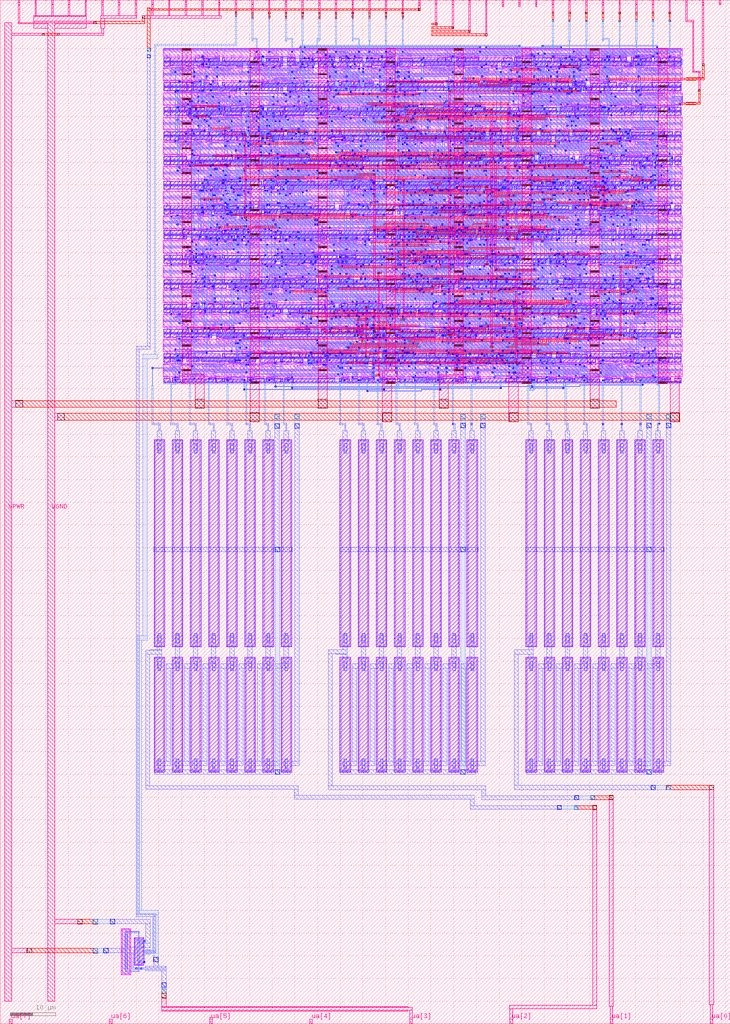
<source format=lef>
VERSION 5.7 ;
  NOWIREEXTENSIONATPIN ON ;
  DIVIDERCHAR "/" ;
  BUSBITCHARS "[]" ;
MACRO tt_um_algofoogle_tt06_grab_bag
  CLASS BLOCK ;
  FOREIGN tt_um_algofoogle_tt06_grab_bag ;
  ORIGIN 0.000 0.000 ;
  SIZE 161.000 BY 225.760 ;
  PIN clk
    DIRECTION INPUT ;
    USE SIGNAL ;
    ANTENNAGATEAREA 0.852000 ;
    PORT
      LAYER met4 ;
        RECT 154.870 224.760 155.170 225.760 ;
    END
  END clk
  PIN ena
    DIRECTION INPUT ;
    USE SIGNAL ;
    PORT
      LAYER met4 ;
        RECT 158.550 224.760 158.850 225.760 ;
    END
  END ena
  PIN rst_n
    DIRECTION INPUT ;
    USE SIGNAL ;
    ANTENNAGATEAREA 0.196500 ;
    PORT
      LAYER met4 ;
        RECT 151.190 224.760 151.490 225.760 ;
    END
  END rst_n
  PIN ua[0]
    DIRECTION INOUT ;
    USE SIGNAL ;
    PORT
      LAYER met4 ;
        RECT 156.560 0.000 157.160 1.000 ;
    END
  END ua[0]
  PIN ua[1]
    DIRECTION INOUT ;
    USE SIGNAL ;
    PORT
      LAYER met4 ;
        RECT 134.480 0.000 135.080 1.000 ;
    END
  END ua[1]
  PIN ua[2]
    DIRECTION INOUT ;
    USE SIGNAL ;
    PORT
      LAYER met4 ;
        RECT 112.400 0.000 113.000 1.000 ;
    END
  END ua[2]
  PIN ua[3]
    DIRECTION INOUT ;
    USE SIGNAL ;
    ANTENNADIFFAREA 3.480000 ;
    PORT
      LAYER met4 ;
        RECT 90.320 0.000 90.920 1.000 ;
    END
  END ua[3]
  PIN ua[4]
    DIRECTION INOUT ;
    USE SIGNAL ;
    PORT
      LAYER met4 ;
        RECT 68.240 0.000 68.840 1.000 ;
    END
  END ua[4]
  PIN ua[5]
    DIRECTION INOUT ;
    USE SIGNAL ;
    PORT
      LAYER met4 ;
        RECT 46.160 0.000 46.760 1.000 ;
    END
  END ua[5]
  PIN ua[6]
    DIRECTION INOUT ;
    USE SIGNAL ;
    PORT
      LAYER met4 ;
        RECT 24.080 0.000 24.680 1.000 ;
    END
  END ua[6]
  PIN ua[7]
    DIRECTION INOUT ;
    USE SIGNAL ;
    PORT
      LAYER met4 ;
        RECT 2.000 0.000 2.600 1.000 ;
    END
  END ua[7]
  PIN ui_in[0]
    DIRECTION INPUT ;
    USE SIGNAL ;
    ANTENNAGATEAREA 0.196500 ;
    PORT
      LAYER met4 ;
        RECT 147.510 224.760 147.810 225.760 ;
    END
  END ui_in[0]
  PIN ui_in[1]
    DIRECTION INPUT ;
    USE SIGNAL ;
    ANTENNAGATEAREA 0.196500 ;
    PORT
      LAYER met4 ;
        RECT 143.830 224.760 144.130 225.760 ;
    END
  END ui_in[1]
  PIN ui_in[2]
    DIRECTION INPUT ;
    USE SIGNAL ;
    ANTENNAGATEAREA 0.196500 ;
    PORT
      LAYER met4 ;
        RECT 140.150 224.760 140.450 225.760 ;
    END
  END ui_in[2]
  PIN ui_in[3]
    DIRECTION INPUT ;
    USE SIGNAL ;
    ANTENNAGATEAREA 0.196500 ;
    PORT
      LAYER met4 ;
        RECT 136.470 224.760 136.770 225.760 ;
    END
  END ui_in[3]
  PIN ui_in[4]
    DIRECTION INPUT ;
    USE SIGNAL ;
    ANTENNAGATEAREA 0.196500 ;
    PORT
      LAYER met4 ;
        RECT 132.790 224.760 133.090 225.760 ;
    END
  END ui_in[4]
  PIN ui_in[5]
    DIRECTION INPUT ;
    USE SIGNAL ;
    ANTENNAGATEAREA 0.196500 ;
    PORT
      LAYER met4 ;
        RECT 129.110 224.760 129.410 225.760 ;
    END
  END ui_in[5]
  PIN ui_in[6]
    DIRECTION INPUT ;
    USE SIGNAL ;
    ANTENNAGATEAREA 0.196500 ;
    PORT
      LAYER met4 ;
        RECT 125.430 224.760 125.730 225.760 ;
    END
  END ui_in[6]
  PIN ui_in[7]
    DIRECTION INPUT ;
    USE SIGNAL ;
    ANTENNAGATEAREA 0.196500 ;
    PORT
      LAYER met4 ;
        RECT 121.750 224.760 122.050 225.760 ;
    END
  END ui_in[7]
  PIN uio_in[0]
    DIRECTION INPUT ;
    USE SIGNAL ;
    PORT
      LAYER met4 ;
        RECT 118.070 224.760 118.370 225.760 ;
    END
  END uio_in[0]
  PIN uio_in[1]
    DIRECTION INPUT ;
    USE SIGNAL ;
    PORT
      LAYER met4 ;
        RECT 114.390 224.760 114.690 225.760 ;
    END
  END uio_in[1]
  PIN uio_in[2]
    DIRECTION INPUT ;
    USE SIGNAL ;
    PORT
      LAYER met4 ;
        RECT 110.710 224.760 111.010 225.760 ;
    END
  END uio_in[2]
  PIN uio_in[3]
    DIRECTION INPUT ;
    USE SIGNAL ;
    PORT
      LAYER met4 ;
        RECT 107.030 224.760 107.330 225.760 ;
    END
  END uio_in[3]
  PIN uio_in[4]
    DIRECTION INPUT ;
    USE SIGNAL ;
    PORT
      LAYER met4 ;
        RECT 103.350 224.760 103.650 225.760 ;
    END
  END uio_in[4]
  PIN uio_in[5]
    DIRECTION INPUT ;
    USE SIGNAL ;
    PORT
      LAYER met4 ;
        RECT 99.670 224.760 99.970 225.760 ;
    END
  END uio_in[5]
  PIN uio_in[6]
    DIRECTION INPUT ;
    USE SIGNAL ;
    PORT
      LAYER met4 ;
        RECT 95.990 224.760 96.290 225.760 ;
    END
  END uio_in[6]
  PIN uio_in[7]
    DIRECTION INPUT ;
    USE SIGNAL ;
    ANTENNAGATEAREA 1.800000 ;
    PORT
      LAYER met4 ;
        RECT 92.310 224.760 92.610 225.760 ;
    END
  END uio_in[7]
  PIN uio_oe[0]
    DIRECTION OUTPUT ;
    USE SIGNAL ;
    ANTENNAGATEAREA 423.736481 ;
    ANTENNADIFFAREA 564.607666 ;
    PORT
      LAYER met4 ;
        RECT 29.750 224.760 30.050 225.760 ;
    END
  END uio_oe[0]
  PIN uio_oe[1]
    DIRECTION OUTPUT ;
    USE SIGNAL ;
    ANTENNAGATEAREA 423.736481 ;
    ANTENNADIFFAREA 564.607666 ;
    PORT
      LAYER met4 ;
        RECT 26.070 224.760 26.370 225.760 ;
    END
  END uio_oe[1]
  PIN uio_oe[2]
    DIRECTION OUTPUT ;
    USE SIGNAL ;
    ANTENNAGATEAREA 423.736481 ;
    ANTENNADIFFAREA 564.607666 ;
    PORT
      LAYER met4 ;
        RECT 22.390 224.760 22.690 225.760 ;
    END
  END uio_oe[2]
  PIN uio_oe[3]
    DIRECTION OUTPUT ;
    USE SIGNAL ;
    ANTENNAGATEAREA 670.274109 ;
    ANTENNADIFFAREA 954.641174 ;
    PORT
      LAYER met4 ;
        RECT 18.710 224.760 19.010 225.760 ;
    END
  END uio_oe[3]
  PIN uio_oe[4]
    DIRECTION OUTPUT ;
    USE SIGNAL ;
    ANTENNAGATEAREA 670.274109 ;
    ANTENNADIFFAREA 954.641174 ;
    PORT
      LAYER met4 ;
        RECT 15.030 224.760 15.330 225.760 ;
    END
  END uio_oe[4]
  PIN uio_oe[5]
    DIRECTION OUTPUT ;
    USE SIGNAL ;
    ANTENNAGATEAREA 670.274109 ;
    ANTENNADIFFAREA 954.641174 ;
    PORT
      LAYER met4 ;
        RECT 11.350 224.760 11.650 225.760 ;
    END
  END uio_oe[5]
  PIN uio_oe[6]
    DIRECTION OUTPUT ;
    USE SIGNAL ;
    ANTENNAGATEAREA 670.274109 ;
    ANTENNADIFFAREA 954.641174 ;
    PORT
      LAYER met4 ;
        RECT 7.670 224.760 7.970 225.760 ;
    END
  END uio_oe[6]
  PIN uio_oe[7]
    DIRECTION OUTPUT ;
    USE SIGNAL ;
    ANTENNAGATEAREA 670.274109 ;
    ANTENNADIFFAREA 954.641174 ;
    PORT
      LAYER met4 ;
        RECT 3.990 224.760 4.290 225.760 ;
    END
  END uio_oe[7]
  PIN uio_out[0]
    DIRECTION OUTPUT ;
    USE SIGNAL ;
    ANTENNADIFFAREA 0.795200 ;
    PORT
      LAYER met4 ;
        RECT 59.190 224.760 59.490 225.760 ;
    END
  END uio_out[0]
  PIN uio_out[1]
    DIRECTION OUTPUT ;
    USE SIGNAL ;
    ANTENNADIFFAREA 0.445500 ;
    PORT
      LAYER met4 ;
        RECT 55.510 224.760 55.810 225.760 ;
    END
  END uio_out[1]
  PIN uio_out[2]
    DIRECTION OUTPUT ;
    USE SIGNAL ;
    ANTENNADIFFAREA 3.480000 ;
    PORT
      LAYER met4 ;
        RECT 51.830 224.760 52.130 225.760 ;
    END
  END uio_out[2]
  PIN uio_out[3]
    DIRECTION OUTPUT ;
    USE SIGNAL ;
    ANTENNAGATEAREA 670.274109 ;
    ANTENNADIFFAREA 954.641174 ;
    PORT
      LAYER met4 ;
        RECT 48.150 224.760 48.450 225.760 ;
    END
  END uio_out[3]
  PIN uio_out[4]
    DIRECTION OUTPUT ;
    USE SIGNAL ;
    ANTENNAGATEAREA 670.274109 ;
    ANTENNADIFFAREA 954.641174 ;
    PORT
      LAYER met4 ;
        RECT 44.470 224.760 44.770 225.760 ;
    END
  END uio_out[4]
  PIN uio_out[5]
    DIRECTION OUTPUT ;
    USE SIGNAL ;
    ANTENNAGATEAREA 670.274109 ;
    ANTENNADIFFAREA 954.641174 ;
    PORT
      LAYER met4 ;
        RECT 40.790 224.760 41.090 225.760 ;
    END
  END uio_out[5]
  PIN uio_out[6]
    DIRECTION OUTPUT ;
    USE SIGNAL ;
    ANTENNAGATEAREA 670.274109 ;
    ANTENNADIFFAREA 954.641174 ;
    PORT
      LAYER met4 ;
        RECT 37.110 224.760 37.410 225.760 ;
    END
  END uio_out[6]
  PIN uio_out[7]
    DIRECTION OUTPUT ;
    USE SIGNAL ;
    ANTENNAGATEAREA 670.274109 ;
    ANTENNADIFFAREA 954.641174 ;
    PORT
      LAYER met4 ;
        RECT 33.430 224.760 33.730 225.760 ;
    END
  END uio_out[7]
  PIN uo_out[0]
    DIRECTION OUTPUT ;
    USE SIGNAL ;
    ANTENNADIFFAREA 0.795200 ;
    PORT
      LAYER met4 ;
        RECT 88.630 224.760 88.930 225.760 ;
    END
  END uo_out[0]
  PIN uo_out[1]
    DIRECTION OUTPUT ;
    USE SIGNAL ;
    ANTENNADIFFAREA 0.445500 ;
    PORT
      LAYER met4 ;
        RECT 84.950 224.760 85.250 225.760 ;
    END
  END uo_out[1]
  PIN uo_out[2]
    DIRECTION OUTPUT ;
    USE SIGNAL ;
    ANTENNADIFFAREA 0.795200 ;
    PORT
      LAYER met4 ;
        RECT 81.270 224.760 81.570 225.760 ;
    END
  END uo_out[2]
  PIN uo_out[3]
    DIRECTION OUTPUT ;
    USE SIGNAL ;
    ANTENNADIFFAREA 0.445500 ;
    PORT
      LAYER met4 ;
        RECT 77.590 224.760 77.890 225.760 ;
    END
  END uo_out[3]
  PIN uo_out[4]
    DIRECTION OUTPUT ;
    USE SIGNAL ;
    ANTENNADIFFAREA 0.795200 ;
    PORT
      LAYER met4 ;
        RECT 73.910 224.760 74.210 225.760 ;
    END
  END uo_out[4]
  PIN uo_out[5]
    DIRECTION OUTPUT ;
    USE SIGNAL ;
    ANTENNADIFFAREA 0.445500 ;
    PORT
      LAYER met4 ;
        RECT 70.230 224.760 70.530 225.760 ;
    END
  END uo_out[5]
  PIN uo_out[6]
    DIRECTION OUTPUT ;
    USE SIGNAL ;
    ANTENNADIFFAREA 0.795200 ;
    PORT
      LAYER met4 ;
        RECT 66.550 224.760 66.850 225.760 ;
    END
  END uo_out[6]
  PIN uo_out[7]
    DIRECTION OUTPUT ;
    USE SIGNAL ;
    ANTENNADIFFAREA 0.445500 ;
    PORT
      LAYER met4 ;
        RECT 62.870 224.760 63.170 225.760 ;
    END
  END uo_out[7]
  PIN VPWR
    DIRECTION INOUT ;
    USE POWER ;
    PORT
      LAYER met4 ;
        RECT 1.000 5.000 2.500 220.760 ;
    END
  END VPWR
  PIN VGND
    DIRECTION INOUT ;
    USE GROUND ;
    PORT
      LAYER met4 ;
        RECT 10.500 5.000 12.000 220.760 ;
    END
  END VGND
  OBS
      LAYER nwell ;
        RECT 35.910 213.435 150.370 215.040 ;
      LAYER pwell ;
        RECT 36.105 212.235 37.475 213.045 ;
        RECT 37.485 212.235 42.995 213.045 ;
        RECT 43.005 212.235 44.835 213.045 ;
        RECT 47.500 212.915 48.420 213.145 ;
        RECT 44.955 212.235 48.420 212.915 ;
        RECT 48.995 212.320 49.425 213.105 ;
        RECT 49.445 212.235 54.955 213.045 ;
        RECT 55.885 212.915 57.230 213.145 ;
        RECT 55.885 212.235 57.715 212.915 ;
        RECT 58.655 212.235 61.395 212.915 ;
        RECT 61.875 212.320 62.305 213.105 ;
        RECT 63.730 212.915 65.075 213.145 ;
        RECT 63.245 212.235 65.075 212.915 ;
        RECT 66.015 212.235 68.755 212.915 ;
        RECT 68.765 212.235 70.595 213.045 ;
        RECT 70.605 212.915 71.950 213.145 ;
        RECT 70.605 212.235 72.435 212.915 ;
        RECT 72.445 212.235 73.795 213.145 ;
        RECT 74.755 212.320 75.185 213.105 ;
        RECT 78.450 212.915 79.795 213.145 ;
        RECT 75.215 212.235 77.955 212.915 ;
        RECT 77.965 212.235 79.795 212.915 ;
        RECT 80.735 212.235 83.475 212.915 ;
        RECT 83.485 212.235 85.315 213.045 ;
        RECT 85.325 212.915 86.670 213.145 ;
        RECT 85.325 212.235 87.155 212.915 ;
        RECT 87.635 212.320 88.065 213.105 ;
        RECT 88.095 212.235 90.835 212.915 ;
        RECT 90.845 212.235 96.355 213.045 ;
        RECT 96.365 212.235 98.195 213.045 ;
        RECT 98.215 212.235 99.565 213.145 ;
        RECT 100.515 212.320 100.945 213.105 ;
        RECT 101.625 212.915 105.555 213.145 ;
        RECT 101.140 212.235 105.555 212.915 ;
        RECT 105.565 212.235 111.075 213.045 ;
        RECT 111.085 212.235 112.915 213.045 ;
        RECT 113.395 212.320 113.825 213.105 ;
        RECT 113.845 212.915 114.775 213.145 ;
        RECT 113.845 212.235 117.745 212.915 ;
        RECT 117.985 212.235 121.655 213.045 ;
        RECT 122.125 212.235 123.495 213.015 ;
        RECT 123.505 212.235 126.255 213.045 ;
        RECT 126.275 212.320 126.705 213.105 ;
        RECT 126.725 212.235 128.095 213.015 ;
        RECT 128.105 212.235 129.475 213.045 ;
        RECT 129.485 212.235 130.855 213.015 ;
        RECT 130.865 212.235 132.695 213.045 ;
        RECT 132.705 212.235 134.075 213.015 ;
        RECT 134.085 212.235 135.455 213.015 ;
        RECT 135.465 212.235 136.835 213.045 ;
        RECT 136.845 212.235 138.215 213.015 ;
        RECT 139.155 212.320 139.585 213.105 ;
        RECT 139.605 212.945 140.550 213.145 ;
        RECT 139.605 212.265 142.355 212.945 ;
        RECT 139.605 212.235 140.550 212.265 ;
        RECT 36.245 212.025 36.415 212.235 ;
        RECT 37.625 212.025 37.795 212.235 ;
        RECT 43.145 212.045 43.315 212.235 ;
        RECT 44.985 212.045 45.155 212.235 ;
        RECT 45.905 212.025 46.075 212.215 ;
        RECT 46.365 212.025 46.535 212.215 ;
        RECT 48.660 212.075 48.780 212.185 ;
        RECT 49.585 212.045 49.755 212.235 ;
        RECT 53.735 212.070 53.895 212.180 ;
        RECT 54.645 212.025 54.815 212.215 ;
        RECT 55.115 212.080 55.275 212.190 ;
        RECT 57.405 212.045 57.575 212.235 ;
        RECT 57.875 212.080 58.035 212.190 ;
        RECT 61.085 212.045 61.255 212.235 ;
        RECT 61.540 212.075 61.660 212.185 ;
        RECT 62.475 212.070 62.635 212.190 ;
        RECT 63.385 212.025 63.555 212.235 ;
        RECT 65.235 212.080 65.395 212.190 ;
        RECT 66.145 212.025 66.315 212.215 ;
        RECT 66.610 212.025 66.780 212.215 ;
        RECT 68.445 212.045 68.615 212.235 ;
        RECT 68.905 212.025 69.075 212.235 ;
        RECT 69.375 212.070 69.535 212.180 ;
        RECT 70.285 212.025 70.455 212.215 ;
        RECT 72.125 212.045 72.295 212.235 ;
        RECT 72.590 212.045 72.760 212.235 ;
        RECT 73.505 212.025 73.675 212.215 ;
        RECT 73.975 212.080 74.135 212.190 ;
        RECT 76.725 212.025 76.895 212.215 ;
        RECT 77.645 212.045 77.815 212.235 ;
        RECT 78.105 212.045 78.275 212.235 ;
        RECT 79.480 212.075 79.600 212.185 ;
        RECT 79.945 212.045 80.115 212.215 ;
        RECT 79.965 212.025 80.115 212.045 ;
        RECT 82.245 212.025 82.415 212.215 ;
        RECT 83.165 212.045 83.335 212.235 ;
        RECT 83.625 212.045 83.795 212.235 ;
        RECT 86.845 212.045 87.015 212.235 ;
        RECT 87.305 212.185 87.475 212.215 ;
        RECT 87.300 212.075 87.475 212.185 ;
        RECT 87.305 212.025 87.475 212.075 ;
        RECT 88.225 212.025 88.395 212.215 ;
        RECT 90.525 212.045 90.695 212.235 ;
        RECT 90.985 212.025 91.155 212.235 ;
        RECT 93.745 212.025 93.915 212.215 ;
        RECT 95.125 212.025 95.295 212.215 ;
        RECT 96.505 212.045 96.675 212.235 ;
        RECT 99.265 212.045 99.435 212.235 ;
        RECT 101.140 212.215 101.250 212.235 ;
        RECT 99.735 212.080 99.895 212.190 ;
        RECT 101.080 212.045 101.250 212.215 ;
        RECT 102.485 212.025 102.655 212.215 ;
        RECT 105.705 212.045 105.875 212.235 ;
        RECT 109.855 212.070 110.015 212.180 ;
        RECT 110.765 212.025 110.935 212.215 ;
        RECT 111.225 212.045 111.395 212.235 ;
        RECT 113.060 212.075 113.180 212.185 ;
        RECT 114.260 212.025 114.430 212.235 ;
        RECT 118.125 212.025 118.295 212.235 ;
        RECT 120.885 212.025 121.055 212.215 ;
        RECT 121.800 212.075 121.920 212.185 ;
        RECT 122.265 212.045 122.435 212.235 ;
        RECT 123.645 212.045 123.815 212.235 ;
        RECT 123.920 212.025 124.090 212.215 ;
        RECT 126.865 212.045 127.035 212.235 ;
        RECT 128.245 212.045 128.415 212.235 ;
        RECT 130.545 212.045 130.715 212.235 ;
        RECT 131.005 212.045 131.175 212.235 ;
        RECT 131.190 212.025 131.360 212.215 ;
        RECT 131.925 212.025 132.095 212.215 ;
        RECT 133.765 212.045 133.935 212.235 ;
        RECT 135.145 212.045 135.315 212.235 ;
        RECT 135.605 212.045 135.775 212.235 ;
        RECT 137.895 212.045 138.065 212.235 ;
        RECT 138.375 212.080 138.535 212.190 ;
        RECT 139.740 212.075 139.860 212.185 ;
        RECT 140.205 212.025 140.375 212.215 ;
        RECT 141.585 212.025 141.755 212.215 ;
        RECT 142.040 212.045 142.210 212.265 ;
        RECT 142.365 212.235 143.735 213.015 ;
        RECT 144.205 212.235 145.575 213.015 ;
        RECT 145.585 212.235 147.415 213.045 ;
        RECT 147.425 212.235 148.795 213.015 ;
        RECT 148.805 212.235 150.175 213.045 ;
        RECT 143.415 212.045 143.585 212.235 ;
        RECT 143.880 212.075 144.000 212.185 ;
        RECT 145.255 212.045 145.425 212.235 ;
        RECT 145.725 212.045 145.895 212.235 ;
        RECT 148.475 212.045 148.645 212.235 ;
        RECT 149.865 212.025 150.035 212.235 ;
        RECT 36.105 211.215 37.475 212.025 ;
        RECT 37.485 211.345 44.795 212.025 ;
        RECT 41.000 211.125 41.910 211.345 ;
        RECT 43.445 211.115 44.795 211.345 ;
        RECT 44.855 211.115 46.205 212.025 ;
        RECT 46.225 211.345 53.535 212.025 ;
        RECT 54.505 211.345 61.815 212.025 ;
        RECT 49.740 211.125 50.650 211.345 ;
        RECT 52.185 211.115 53.535 211.345 ;
        RECT 58.020 211.125 58.930 211.345 ;
        RECT 60.465 211.115 61.815 211.345 ;
        RECT 61.875 211.155 62.305 211.940 ;
        RECT 63.245 211.345 65.075 212.025 ;
        RECT 65.085 211.245 66.455 212.025 ;
        RECT 66.465 211.115 67.815 212.025 ;
        RECT 67.845 211.245 69.215 212.025 ;
        RECT 70.245 211.115 73.355 212.025 ;
        RECT 73.465 211.115 76.575 212.025 ;
        RECT 76.585 211.215 79.335 212.025 ;
        RECT 79.965 211.205 81.895 212.025 ;
        RECT 82.105 211.345 84.855 212.025 ;
        RECT 80.945 211.115 81.895 211.205 ;
        RECT 83.925 211.115 84.855 211.345 ;
        RECT 84.875 211.115 87.605 212.025 ;
        RECT 87.635 211.155 88.065 211.940 ;
        RECT 88.085 211.115 90.490 212.025 ;
        RECT 90.845 211.215 93.595 212.025 ;
        RECT 93.605 211.245 94.975 212.025 ;
        RECT 94.985 211.345 102.295 212.025 ;
        RECT 102.345 211.345 109.655 212.025 ;
        RECT 98.500 211.125 99.410 211.345 ;
        RECT 100.945 211.115 102.295 211.345 ;
        RECT 105.860 211.125 106.770 211.345 ;
        RECT 108.305 211.115 109.655 211.345 ;
        RECT 110.625 211.115 113.375 212.025 ;
        RECT 113.395 211.155 113.825 211.940 ;
        RECT 113.845 211.345 117.745 212.025 ;
        RECT 113.845 211.115 114.775 211.345 ;
        RECT 117.985 211.115 120.735 212.025 ;
        RECT 120.745 211.115 123.495 212.025 ;
        RECT 123.505 211.345 127.405 212.025 ;
        RECT 127.875 211.345 131.775 212.025 ;
        RECT 131.785 211.345 139.095 212.025 ;
        RECT 123.505 211.115 124.435 211.345 ;
        RECT 130.845 211.115 131.775 211.345 ;
        RECT 135.300 211.125 136.210 211.345 ;
        RECT 137.745 211.115 139.095 211.345 ;
        RECT 139.155 211.155 139.585 211.940 ;
        RECT 140.065 211.245 141.435 212.025 ;
        RECT 141.445 211.345 148.755 212.025 ;
        RECT 144.960 211.125 145.870 211.345 ;
        RECT 147.405 211.115 148.755 211.345 ;
        RECT 148.805 211.215 150.175 212.025 ;
      LAYER nwell ;
        RECT 35.910 207.995 150.370 210.825 ;
      LAYER pwell ;
        RECT 36.105 206.795 37.475 207.605 ;
        RECT 37.485 206.795 41.155 207.605 ;
        RECT 41.165 206.795 42.535 207.605 ;
        RECT 42.560 206.795 44.375 207.705 ;
        RECT 44.845 206.795 46.215 207.575 ;
        RECT 46.685 206.795 48.055 207.575 ;
        RECT 48.995 206.880 49.425 207.665 ;
        RECT 49.445 206.795 54.955 207.605 ;
        RECT 54.965 206.795 57.715 207.605 ;
        RECT 57.765 207.475 59.115 207.705 ;
        RECT 60.650 207.475 61.560 207.695 ;
        RECT 57.765 206.795 65.075 207.475 ;
        RECT 65.085 206.795 66.915 207.475 ;
        RECT 66.925 206.795 72.435 207.605 ;
        RECT 72.445 206.795 73.795 207.705 ;
        RECT 74.755 206.880 75.185 207.665 ;
        RECT 75.205 206.795 77.955 207.705 ;
        RECT 77.975 206.795 79.325 207.705 ;
        RECT 81.315 207.475 82.245 207.705 ;
        RECT 80.410 206.795 82.245 207.475 ;
        RECT 83.585 206.795 86.695 207.705 ;
        RECT 86.715 206.795 90.835 207.705 ;
        RECT 90.845 206.795 92.195 207.705 ;
        RECT 92.225 206.795 97.735 207.605 ;
        RECT 98.665 206.795 100.015 207.705 ;
        RECT 100.515 206.880 100.945 207.665 ;
        RECT 101.505 206.795 103.715 207.705 ;
        RECT 103.725 206.795 105.555 207.605 ;
        RECT 106.025 206.795 107.395 207.575 ;
        RECT 107.405 206.795 110.155 207.605 ;
        RECT 110.825 207.475 114.755 207.705 ;
        RECT 110.340 206.795 114.755 207.475 ;
        RECT 114.765 207.475 115.695 207.705 ;
        RECT 114.765 206.795 118.665 207.475 ;
        RECT 118.905 206.795 120.275 207.575 ;
        RECT 120.285 206.795 121.655 207.575 ;
        RECT 122.585 206.795 125.335 207.705 ;
        RECT 126.275 206.880 126.705 207.665 ;
        RECT 126.725 207.505 127.680 207.705 ;
        RECT 126.725 206.825 129.005 207.505 ;
        RECT 133.145 207.475 134.075 207.705 ;
        RECT 126.725 206.795 127.680 206.825 ;
        RECT 36.245 206.585 36.415 206.795 ;
        RECT 37.625 206.585 37.795 206.795 ;
        RECT 41.305 206.585 41.475 206.795 ;
        RECT 42.685 206.585 42.855 206.795 ;
        RECT 44.520 206.635 44.640 206.745 ;
        RECT 44.985 206.585 45.155 206.795 ;
        RECT 46.360 206.635 46.480 206.745 ;
        RECT 46.825 206.605 46.995 206.795 ;
        RECT 48.215 206.640 48.375 206.750 ;
        RECT 49.585 206.605 49.755 206.795 ;
        RECT 52.345 206.585 52.515 206.775 ;
        RECT 55.105 206.605 55.275 206.795 ;
        RECT 57.865 206.585 58.035 206.775 ;
        RECT 61.540 206.635 61.660 206.745 ;
        RECT 62.475 206.630 62.635 206.740 ;
        RECT 64.765 206.585 64.935 206.795 ;
        RECT 65.225 206.585 65.395 206.775 ;
        RECT 66.605 206.585 66.775 206.795 ;
        RECT 67.065 206.605 67.235 206.795 ;
        RECT 70.285 206.585 70.455 206.775 ;
        RECT 71.660 206.585 71.830 206.775 ;
        RECT 72.590 206.605 72.760 206.795 ;
        RECT 73.045 206.585 73.215 206.775 ;
        RECT 73.975 206.640 74.135 206.750 ;
        RECT 76.720 206.635 76.840 206.745 ;
        RECT 77.195 206.585 77.365 206.775 ;
        RECT 77.645 206.605 77.815 206.795 ;
        RECT 78.105 206.605 78.275 206.795 ;
        RECT 80.410 206.775 80.575 206.795 ;
        RECT 78.565 206.585 78.735 206.775 ;
        RECT 79.495 206.640 79.655 206.750 ;
        RECT 80.405 206.605 80.575 206.775 ;
        RECT 82.715 206.640 82.875 206.750 ;
        RECT 83.625 206.605 83.795 206.795 ;
        RECT 85.010 206.585 85.180 206.775 ;
        RECT 85.465 206.605 85.635 206.775 ;
        RECT 88.685 206.605 88.855 206.795 ;
        RECT 90.525 206.605 90.695 206.795 ;
        RECT 90.990 206.605 91.160 206.795 ;
        RECT 91.900 206.605 92.070 206.775 ;
        RECT 85.470 206.585 85.635 206.605 ;
        RECT 91.900 206.585 92.045 206.605 ;
        RECT 92.365 206.585 92.535 206.795 ;
        RECT 97.885 206.585 98.055 206.775 ;
        RECT 98.810 206.605 98.980 206.795 ;
        RECT 103.400 206.775 103.570 206.795 ;
        RECT 100.180 206.635 100.300 206.745 ;
        RECT 101.100 206.635 101.220 206.745 ;
        RECT 103.400 206.605 103.575 206.775 ;
        RECT 103.865 206.605 104.035 206.795 ;
        RECT 105.700 206.635 105.820 206.745 ;
        RECT 107.085 206.605 107.255 206.795 ;
        RECT 107.545 206.605 107.715 206.795 ;
        RECT 110.340 206.775 110.450 206.795 ;
        RECT 103.405 206.585 103.575 206.605 ;
        RECT 108.925 206.585 109.095 206.775 ;
        RECT 110.280 206.605 110.450 206.775 ;
        RECT 112.615 206.630 112.775 206.740 ;
        RECT 113.985 206.585 114.155 206.775 ;
        RECT 115.180 206.605 115.350 206.795 ;
        RECT 116.745 206.585 116.915 206.775 ;
        RECT 119.505 206.585 119.675 206.775 ;
        RECT 119.955 206.605 120.125 206.795 ;
        RECT 120.435 206.605 120.605 206.795 ;
        RECT 121.815 206.640 121.975 206.750 ;
        RECT 122.255 206.585 122.425 206.775 ;
        RECT 122.725 206.605 122.895 206.795 ;
        RECT 123.635 206.585 123.805 206.775 ;
        RECT 125.495 206.640 125.655 206.750 ;
        RECT 127.510 206.585 127.680 206.775 ;
        RECT 128.240 206.635 128.360 206.745 ;
        RECT 128.710 206.605 128.880 206.825 ;
        RECT 130.175 206.795 134.075 207.475 ;
        RECT 134.085 206.795 135.915 207.605 ;
        RECT 136.385 206.795 138.215 207.475 ;
        RECT 138.225 206.795 143.735 207.605 ;
        RECT 143.745 206.795 147.415 207.605 ;
        RECT 147.425 206.795 148.795 207.605 ;
        RECT 148.805 206.795 150.175 207.605 ;
        RECT 129.175 206.640 129.335 206.750 ;
        RECT 130.085 206.585 130.255 206.775 ;
        RECT 130.545 206.585 130.715 206.775 ;
        RECT 133.305 206.585 133.475 206.775 ;
        RECT 133.490 206.605 133.660 206.795 ;
        RECT 134.225 206.605 134.395 206.795 ;
        RECT 134.685 206.585 134.855 206.775 ;
        RECT 136.060 206.635 136.180 206.745 ;
        RECT 137.905 206.605 138.075 206.795 ;
        RECT 138.365 206.605 138.535 206.795 ;
        RECT 139.740 206.635 139.860 206.745 ;
        RECT 140.205 206.585 140.375 206.775 ;
        RECT 141.585 206.585 141.755 206.775 ;
        RECT 143.885 206.605 144.055 206.795 ;
        RECT 147.565 206.605 147.735 206.795 ;
        RECT 149.865 206.585 150.035 206.795 ;
        RECT 36.105 205.775 37.475 206.585 ;
        RECT 37.485 205.775 41.155 206.585 ;
        RECT 41.165 205.775 42.535 206.585 ;
        RECT 42.545 205.905 44.835 206.585 ;
        RECT 44.845 205.905 52.155 206.585 ;
        RECT 43.915 205.675 44.835 205.905 ;
        RECT 48.360 205.685 49.270 205.905 ;
        RECT 50.805 205.675 52.155 205.905 ;
        RECT 52.205 205.775 57.715 206.585 ;
        RECT 57.725 205.775 61.395 206.585 ;
        RECT 61.875 205.715 62.305 206.500 ;
        RECT 63.245 205.905 65.075 206.585 ;
        RECT 63.245 205.675 64.590 205.905 ;
        RECT 65.095 205.675 66.445 206.585 ;
        RECT 66.465 205.775 70.135 206.585 ;
        RECT 70.145 205.775 71.515 206.585 ;
        RECT 71.545 205.675 72.895 206.585 ;
        RECT 72.905 205.775 76.575 206.585 ;
        RECT 77.045 205.805 78.415 206.585 ;
        RECT 78.425 205.775 83.935 206.585 ;
        RECT 83.945 205.675 85.295 206.585 ;
        RECT 85.470 205.905 87.305 206.585 ;
        RECT 86.375 205.675 87.305 205.905 ;
        RECT 87.635 205.715 88.065 206.500 ;
        RECT 88.190 205.905 92.045 206.585 ;
        RECT 88.190 205.675 91.520 205.905 ;
        RECT 92.225 205.775 97.735 206.585 ;
        RECT 97.745 205.775 103.255 206.585 ;
        RECT 103.265 205.775 108.775 206.585 ;
        RECT 108.785 205.775 112.455 206.585 ;
        RECT 113.395 205.715 113.825 206.500 ;
        RECT 113.845 205.675 116.595 206.585 ;
        RECT 116.605 205.675 119.355 206.585 ;
        RECT 119.365 205.775 121.195 206.585 ;
        RECT 121.205 205.805 122.575 206.585 ;
        RECT 122.585 205.805 123.955 206.585 ;
        RECT 124.195 205.905 128.095 206.585 ;
        RECT 128.565 205.905 130.395 206.585 ;
        RECT 127.165 205.675 128.095 205.905 ;
        RECT 130.405 205.775 133.155 206.585 ;
        RECT 133.165 205.805 134.535 206.585 ;
        RECT 134.545 205.775 138.215 206.585 ;
        RECT 139.155 205.715 139.585 206.500 ;
        RECT 140.065 205.805 141.435 206.585 ;
        RECT 141.445 205.905 148.755 206.585 ;
        RECT 144.960 205.685 145.870 205.905 ;
        RECT 147.405 205.675 148.755 205.905 ;
        RECT 148.805 205.775 150.175 206.585 ;
      LAYER nwell ;
        RECT 35.910 202.555 150.370 205.385 ;
      LAYER pwell ;
        RECT 36.105 201.355 37.475 202.165 ;
        RECT 37.485 201.355 39.315 202.165 ;
        RECT 39.345 201.355 40.695 202.265 ;
        RECT 42.075 202.035 42.995 202.265 ;
        RECT 44.055 202.035 44.985 202.265 ;
        RECT 40.705 201.355 42.995 202.035 ;
        RECT 43.150 201.355 44.985 202.035 ;
        RECT 45.500 201.355 48.975 202.265 ;
        RECT 48.995 201.440 49.425 202.225 ;
        RECT 49.465 201.355 50.815 202.265 ;
        RECT 54.340 202.035 55.250 202.255 ;
        RECT 56.785 202.035 58.135 202.265 ;
        RECT 61.845 202.035 62.775 202.265 ;
        RECT 50.825 201.355 58.135 202.035 ;
        RECT 58.875 201.355 62.775 202.035 ;
        RECT 62.865 201.355 65.865 202.265 ;
        RECT 66.005 201.355 67.355 202.265 ;
        RECT 70.900 202.035 71.810 202.255 ;
        RECT 73.345 202.035 74.695 202.265 ;
        RECT 67.385 201.355 74.695 202.035 ;
        RECT 74.755 201.440 75.185 202.225 ;
        RECT 75.205 201.355 78.875 202.165 ;
        RECT 79.345 201.355 82.095 202.265 ;
        RECT 82.105 201.355 85.775 202.165 ;
        RECT 86.245 201.355 89.165 202.265 ;
        RECT 89.465 201.355 92.215 202.265 ;
        RECT 92.225 201.355 97.735 202.165 ;
        RECT 97.745 201.355 100.495 202.265 ;
        RECT 100.515 201.440 100.945 202.225 ;
        RECT 100.965 201.355 104.075 202.265 ;
        RECT 104.185 201.355 106.935 202.265 ;
        RECT 106.945 201.355 112.455 202.165 ;
        RECT 112.465 201.355 114.295 202.165 ;
        RECT 114.305 201.355 117.055 202.265 ;
        RECT 117.065 201.355 122.575 202.165 ;
        RECT 123.505 201.355 126.255 202.265 ;
        RECT 126.275 201.440 126.705 202.225 ;
        RECT 126.725 202.035 130.655 202.265 ;
        RECT 126.725 201.355 131.140 202.035 ;
        RECT 131.325 201.355 132.695 202.135 ;
        RECT 132.705 201.355 134.075 202.165 ;
        RECT 137.600 202.035 138.510 202.255 ;
        RECT 140.045 202.035 141.395 202.265 ;
        RECT 134.085 201.355 141.395 202.035 ;
        RECT 141.445 202.035 142.375 202.265 ;
        RECT 141.445 201.355 145.345 202.035 ;
        RECT 145.585 201.355 147.415 202.165 ;
        RECT 147.425 201.355 148.795 202.135 ;
        RECT 148.805 201.355 150.175 202.165 ;
        RECT 36.245 201.145 36.415 201.355 ;
        RECT 37.625 201.145 37.795 201.355 ;
        RECT 39.460 201.165 39.630 201.355 ;
        RECT 40.845 201.165 41.015 201.355 ;
        RECT 43.150 201.335 43.315 201.355 ;
        RECT 48.660 201.335 48.830 201.355 ;
        RECT 41.300 201.195 41.420 201.305 ;
        RECT 41.770 201.145 41.940 201.335 ;
        RECT 43.145 201.165 43.315 201.335 ;
        RECT 43.610 201.145 43.780 201.335 ;
        RECT 46.825 201.145 46.995 201.335 ;
        RECT 48.640 201.165 48.830 201.335 ;
        RECT 49.580 201.165 49.750 201.355 ;
        RECT 50.965 201.165 51.135 201.355 ;
        RECT 48.700 201.145 48.810 201.165 ;
        RECT 53.265 201.145 53.435 201.335 ;
        RECT 55.100 201.195 55.220 201.305 ;
        RECT 55.575 201.145 55.745 201.335 ;
        RECT 56.940 201.195 57.060 201.305 ;
        RECT 57.415 201.145 57.585 201.335 ;
        RECT 58.320 201.195 58.440 201.305 ;
        RECT 61.545 201.145 61.715 201.335 ;
        RECT 62.190 201.165 62.360 201.355 ;
        RECT 62.440 201.165 62.610 201.335 ;
        RECT 62.925 201.165 63.095 201.355 ;
        RECT 67.070 201.335 67.240 201.355 ;
        RECT 67.065 201.165 67.240 201.335 ;
        RECT 67.525 201.165 67.695 201.355 ;
        RECT 62.500 201.145 62.610 201.165 ;
        RECT 67.065 201.145 67.235 201.165 ;
        RECT 71.665 201.145 71.835 201.335 ;
        RECT 72.125 201.145 72.295 201.335 ;
        RECT 75.345 201.165 75.515 201.355 ;
        RECT 79.020 201.195 79.140 201.305 ;
        RECT 79.485 201.145 79.655 201.355 ;
        RECT 80.865 201.145 81.035 201.335 ;
        RECT 82.245 201.165 82.415 201.355 ;
        RECT 86.390 201.335 86.560 201.355 ;
        RECT 83.625 201.145 83.795 201.335 ;
        RECT 85.920 201.195 86.040 201.305 ;
        RECT 86.380 201.165 86.560 201.335 ;
        RECT 86.380 201.145 86.550 201.165 ;
        RECT 88.235 201.145 88.405 201.335 ;
        RECT 89.605 201.165 89.775 201.355 ;
        RECT 90.985 201.145 91.155 201.335 ;
        RECT 91.445 201.145 91.615 201.335 ;
        RECT 92.365 201.165 92.535 201.355 ;
        RECT 94.210 201.145 94.380 201.335 ;
        RECT 97.425 201.145 97.595 201.335 ;
        RECT 97.885 201.165 98.055 201.355 ;
        RECT 100.645 201.145 100.815 201.335 ;
        RECT 103.865 201.145 104.035 201.355 ;
        RECT 106.625 201.165 106.795 201.355 ;
        RECT 107.085 201.165 107.255 201.355 ;
        RECT 109.385 201.145 109.555 201.335 ;
        RECT 112.145 201.145 112.315 201.335 ;
        RECT 112.605 201.165 112.775 201.355 ;
        RECT 114.445 201.165 114.615 201.355 ;
        RECT 117.205 201.165 117.375 201.355 ;
        RECT 120.885 201.145 121.055 201.335 ;
        RECT 121.345 201.145 121.515 201.335 ;
        RECT 122.735 201.200 122.895 201.310 ;
        RECT 123.645 201.165 123.815 201.355 ;
        RECT 131.030 201.335 131.140 201.355 ;
        RECT 125.020 201.195 125.140 201.305 ;
        RECT 125.480 201.145 125.650 201.335 ;
        RECT 131.030 201.165 131.200 201.335 ;
        RECT 132.375 201.165 132.545 201.355 ;
        RECT 132.845 201.165 133.015 201.355 ;
        RECT 133.765 201.145 133.935 201.335 ;
        RECT 134.225 201.145 134.395 201.355 ;
        RECT 137.905 201.145 138.075 201.335 ;
        RECT 139.745 201.145 139.915 201.335 ;
        RECT 141.860 201.165 142.030 201.355 ;
        RECT 145.265 201.145 145.435 201.335 ;
        RECT 145.725 201.165 145.895 201.355 ;
        RECT 148.475 201.165 148.645 201.355 ;
        RECT 149.865 201.145 150.035 201.355 ;
        RECT 36.105 200.335 37.475 201.145 ;
        RECT 37.485 200.335 41.155 201.145 ;
        RECT 41.625 200.235 43.455 201.145 ;
        RECT 43.465 200.235 46.385 201.145 ;
        RECT 46.685 200.465 48.515 201.145 ;
        RECT 48.700 200.465 53.115 201.145 ;
        RECT 49.185 200.235 53.115 200.465 ;
        RECT 53.125 200.335 54.955 201.145 ;
        RECT 55.425 200.365 56.795 201.145 ;
        RECT 57.265 200.365 58.635 201.145 ;
        RECT 58.775 200.235 61.775 201.145 ;
        RECT 61.875 200.275 62.305 201.060 ;
        RECT 62.500 200.465 66.915 201.145 ;
        RECT 62.985 200.235 66.915 200.465 ;
        RECT 66.925 200.335 70.595 201.145 ;
        RECT 70.605 200.365 71.975 201.145 ;
        RECT 71.985 200.465 79.295 201.145 ;
        RECT 75.500 200.245 76.410 200.465 ;
        RECT 77.945 200.235 79.295 200.465 ;
        RECT 79.345 200.335 80.715 201.145 ;
        RECT 80.725 200.235 83.475 201.145 ;
        RECT 83.485 200.335 86.235 201.145 ;
        RECT 86.265 200.235 87.615 201.145 ;
        RECT 87.635 200.275 88.065 201.060 ;
        RECT 88.085 200.365 89.455 201.145 ;
        RECT 89.465 200.465 91.295 201.145 ;
        RECT 91.305 200.335 94.055 201.145 ;
        RECT 94.065 200.235 96.985 201.145 ;
        RECT 97.325 200.235 100.495 201.145 ;
        RECT 100.505 200.235 103.715 201.145 ;
        RECT 103.725 200.335 109.235 201.145 ;
        RECT 109.245 200.335 111.995 201.145 ;
        RECT 112.005 200.365 113.375 201.145 ;
        RECT 113.395 200.275 113.825 201.060 ;
        RECT 113.885 200.465 121.195 201.145 ;
        RECT 113.885 200.235 115.235 200.465 ;
        RECT 116.770 200.245 117.680 200.465 ;
        RECT 121.205 200.335 124.875 201.145 ;
        RECT 125.365 200.235 126.715 201.145 ;
        RECT 126.765 200.465 134.075 201.145 ;
        RECT 126.765 200.235 128.115 200.465 ;
        RECT 129.650 200.245 130.560 200.465 ;
        RECT 134.085 200.335 137.755 201.145 ;
        RECT 137.765 200.335 139.135 201.145 ;
        RECT 139.155 200.275 139.585 201.060 ;
        RECT 139.605 200.335 145.115 201.145 ;
        RECT 145.125 200.335 148.795 201.145 ;
        RECT 148.805 200.335 150.175 201.145 ;
      LAYER nwell ;
        RECT 35.910 197.115 150.370 199.945 ;
      LAYER pwell ;
        RECT 36.105 195.915 37.475 196.725 ;
        RECT 37.485 195.915 41.155 196.725 ;
        RECT 41.185 195.915 42.535 196.825 ;
        RECT 44.125 196.735 45.075 196.825 ;
        RECT 42.545 195.915 43.915 196.725 ;
        RECT 44.125 195.915 46.055 196.735 ;
        RECT 46.225 195.915 48.975 196.725 ;
        RECT 48.995 196.000 49.425 196.785 ;
        RECT 50.105 196.595 54.035 196.825 ;
        RECT 49.620 195.915 54.035 196.595 ;
        RECT 54.965 195.915 56.335 196.695 ;
        RECT 56.345 195.915 57.715 196.695 ;
        RECT 57.725 195.915 59.095 196.695 ;
        RECT 59.565 195.915 62.485 196.825 ;
        RECT 63.245 195.915 65.075 196.595 ;
        RECT 66.005 195.915 67.835 196.595 ;
        RECT 67.845 195.915 73.355 196.725 ;
        RECT 73.365 195.915 74.735 196.725 ;
        RECT 74.755 196.000 75.185 196.785 ;
        RECT 75.205 195.915 80.715 196.725 ;
        RECT 80.725 195.915 83.475 196.725 ;
        RECT 84.995 196.595 85.925 196.825 ;
        RECT 84.090 195.915 85.925 196.595 ;
        RECT 86.245 195.915 89.165 196.825 ;
        RECT 89.465 195.915 92.385 196.825 ;
        RECT 92.685 195.915 98.195 196.725 ;
        RECT 98.205 195.915 100.035 196.725 ;
        RECT 100.515 196.000 100.945 196.785 ;
        RECT 100.965 195.915 104.635 196.825 ;
        RECT 104.645 196.595 105.565 196.825 ;
        RECT 104.645 195.915 106.935 196.595 ;
        RECT 107.865 195.915 109.215 196.825 ;
        RECT 109.255 195.915 110.605 196.825 ;
        RECT 110.625 195.915 112.455 196.725 ;
        RECT 112.925 195.915 114.295 196.695 ;
        RECT 114.305 196.595 115.235 196.825 ;
        RECT 114.305 195.915 118.205 196.595 ;
        RECT 119.365 195.915 121.195 196.595 ;
        RECT 121.205 195.915 123.955 196.725 ;
        RECT 123.965 195.915 125.335 196.695 ;
        RECT 126.275 196.000 126.705 196.785 ;
        RECT 126.725 195.915 130.200 196.825 ;
        RECT 130.405 195.915 135.915 196.725 ;
        RECT 135.925 195.915 137.295 196.725 ;
        RECT 137.305 195.915 138.675 196.695 ;
        RECT 142.660 196.595 143.570 196.815 ;
        RECT 145.105 196.595 146.455 196.825 ;
        RECT 139.145 195.915 146.455 196.595 ;
        RECT 146.505 195.915 148.335 196.725 ;
        RECT 148.805 195.915 150.175 196.725 ;
        RECT 36.245 195.705 36.415 195.915 ;
        RECT 37.625 195.705 37.795 195.915 ;
        RECT 39.465 195.705 39.635 195.895 ;
        RECT 42.220 195.725 42.390 195.915 ;
        RECT 42.685 195.725 42.855 195.915 ;
        RECT 45.905 195.895 46.055 195.915 ;
        RECT 45.905 195.725 46.075 195.895 ;
        RECT 46.365 195.725 46.535 195.915 ;
        RECT 49.620 195.895 49.730 195.915 ;
        RECT 46.825 195.705 46.995 195.895 ;
        RECT 49.560 195.725 49.730 195.895 ;
        RECT 50.495 195.705 50.665 195.895 ;
        RECT 50.965 195.705 51.135 195.895 ;
        RECT 53.265 195.705 53.435 195.895 ;
        RECT 53.725 195.705 53.895 195.895 ;
        RECT 54.195 195.760 54.355 195.870 ;
        RECT 55.115 195.725 55.285 195.915 ;
        RECT 57.395 195.725 57.565 195.915 ;
        RECT 57.875 195.750 58.035 195.860 ;
        RECT 58.775 195.725 58.945 195.915 ;
        RECT 59.710 195.895 59.880 195.915 ;
        RECT 59.240 195.755 59.360 195.865 ;
        RECT 59.705 195.725 59.880 195.895 ;
        RECT 59.705 195.705 59.875 195.725 ;
        RECT 60.175 195.705 60.345 195.895 ;
        RECT 61.540 195.755 61.660 195.865 ;
        RECT 62.465 195.705 62.635 195.895 ;
        RECT 62.920 195.755 63.040 195.865 ;
        RECT 64.765 195.725 64.935 195.915 ;
        RECT 65.235 195.760 65.395 195.870 ;
        RECT 66.145 195.725 66.315 195.915 ;
        RECT 67.985 195.725 68.155 195.915 ;
        RECT 70.745 195.705 70.915 195.895 ;
        RECT 72.580 195.755 72.700 195.865 ;
        RECT 73.505 195.725 73.675 195.915 ;
        RECT 75.345 195.725 75.515 195.915 ;
        RECT 80.865 195.895 81.035 195.915 ;
        RECT 84.090 195.895 84.255 195.915 ;
        RECT 36.105 194.895 37.475 195.705 ;
        RECT 37.485 194.895 39.315 195.705 ;
        RECT 39.325 195.025 46.635 195.705 ;
        RECT 42.840 194.805 43.750 195.025 ;
        RECT 45.285 194.795 46.635 195.025 ;
        RECT 46.685 194.895 49.435 195.705 ;
        RECT 49.445 194.925 50.815 195.705 ;
        RECT 50.825 194.895 52.195 195.705 ;
        RECT 52.215 194.795 53.565 195.705 ;
        RECT 53.585 194.795 57.645 195.705 ;
        RECT 58.655 194.795 60.005 195.705 ;
        RECT 60.025 194.925 61.395 195.705 ;
        RECT 61.875 194.835 62.305 195.620 ;
        RECT 62.325 195.025 70.595 195.705 ;
        RECT 69.145 194.795 70.595 195.025 ;
        RECT 70.605 194.895 72.435 195.705 ;
        RECT 72.905 195.675 73.840 195.705 ;
        RECT 75.800 195.675 75.970 195.895 ;
        RECT 77.645 195.705 77.815 195.895 ;
        RECT 78.105 195.705 78.275 195.895 ;
        RECT 80.855 195.725 81.035 195.895 ;
        RECT 80.855 195.705 81.025 195.725 ;
        RECT 81.325 195.705 81.495 195.895 ;
        RECT 83.620 195.755 83.740 195.865 ;
        RECT 84.085 195.725 84.255 195.895 ;
        RECT 85.000 195.755 85.120 195.865 ;
        RECT 85.475 195.705 85.645 195.895 ;
        RECT 86.390 195.725 86.560 195.915 ;
        RECT 86.855 195.750 87.015 195.860 ;
        RECT 88.220 195.755 88.340 195.865 ;
        RECT 88.685 195.705 88.855 195.895 ;
        RECT 89.610 195.725 89.780 195.915 ;
        RECT 91.420 195.725 91.590 195.895 ;
        RECT 92.825 195.725 92.995 195.915 ;
        RECT 91.480 195.705 91.590 195.725 ;
        RECT 96.045 195.705 96.215 195.895 ;
        RECT 98.345 195.725 98.515 195.915 ;
        RECT 98.780 195.725 98.950 195.895 ;
        RECT 100.180 195.755 100.300 195.865 ;
        RECT 101.105 195.725 101.275 195.915 ;
        RECT 98.840 195.705 98.950 195.725 ;
        RECT 103.410 195.705 103.580 195.895 ;
        RECT 105.695 195.705 105.865 195.895 ;
        RECT 106.625 195.725 106.795 195.915 ;
        RECT 107.095 195.760 107.255 195.870 ;
        RECT 108.930 195.725 109.100 195.915 ;
        RECT 110.305 195.895 110.475 195.915 ;
        RECT 110.305 195.725 110.500 195.895 ;
        RECT 110.765 195.725 110.935 195.915 ;
        RECT 112.605 195.865 112.775 195.895 ;
        RECT 113.075 195.865 113.245 195.915 ;
        RECT 112.600 195.755 112.775 195.865 ;
        RECT 113.060 195.755 113.245 195.865 ;
        RECT 112.605 195.725 112.775 195.755 ;
        RECT 113.075 195.725 113.245 195.755 ;
        RECT 110.330 195.705 110.440 195.725 ;
        RECT 112.605 195.705 112.770 195.725 ;
        RECT 113.985 195.705 114.155 195.895 ;
        RECT 114.720 195.725 114.890 195.915 ;
        RECT 115.365 195.705 115.535 195.895 ;
        RECT 118.595 195.760 118.755 195.870 ;
        RECT 119.505 195.725 119.675 195.915 ;
        RECT 121.345 195.895 121.515 195.915 ;
        RECT 121.345 195.725 121.540 195.895 ;
        RECT 121.800 195.755 121.920 195.865 ;
        RECT 124.115 195.725 124.285 195.915 ;
        RECT 121.370 195.705 121.480 195.725 ;
        RECT 125.020 195.705 125.190 195.895 ;
        RECT 125.495 195.760 125.655 195.870 ;
        RECT 126.870 195.725 127.040 195.915 ;
        RECT 127.785 195.705 127.955 195.895 ;
        RECT 128.245 195.705 128.415 195.895 ;
        RECT 130.545 195.725 130.715 195.915 ;
        RECT 131.935 195.750 132.095 195.860 ;
        RECT 136.065 195.725 136.235 195.915 ;
        RECT 136.250 195.705 136.420 195.895 ;
        RECT 136.985 195.725 137.155 195.895 ;
        RECT 137.445 195.725 137.615 195.915 ;
        RECT 138.820 195.755 138.940 195.865 ;
        RECT 139.285 195.725 139.455 195.915 ;
        RECT 137.005 195.705 137.155 195.725 ;
        RECT 139.745 195.705 139.915 195.895 ;
        RECT 146.645 195.725 146.815 195.915 ;
        RECT 147.105 195.705 147.275 195.895 ;
        RECT 148.480 195.755 148.600 195.865 ;
        RECT 149.865 195.705 150.035 195.915 ;
        RECT 72.905 195.475 75.970 195.675 ;
        RECT 72.905 194.995 76.115 195.475 ;
        RECT 72.905 194.795 73.855 194.995 ;
        RECT 75.185 194.795 76.115 194.995 ;
        RECT 76.125 194.795 77.940 195.705 ;
        RECT 77.965 194.895 79.795 195.705 ;
        RECT 79.805 194.925 81.175 195.705 ;
        RECT 81.185 194.895 84.855 195.705 ;
        RECT 85.325 194.925 86.695 195.705 ;
        RECT 87.635 194.835 88.065 195.620 ;
        RECT 88.545 194.795 91.295 195.705 ;
        RECT 91.480 195.025 95.895 195.705 ;
        RECT 91.965 194.795 95.895 195.025 ;
        RECT 95.905 194.895 98.655 195.705 ;
        RECT 98.840 195.025 103.255 195.705 ;
        RECT 99.325 194.795 103.255 195.025 ;
        RECT 103.265 194.795 104.615 195.705 ;
        RECT 104.645 194.925 106.015 195.705 ;
        RECT 106.025 195.025 110.440 195.705 ;
        RECT 110.935 195.025 112.770 195.705 ;
        RECT 106.025 194.795 109.955 195.025 ;
        RECT 110.935 194.795 111.865 195.025 ;
        RECT 113.395 194.835 113.825 195.620 ;
        RECT 113.855 194.795 115.205 195.705 ;
        RECT 115.225 194.895 117.055 195.705 ;
        RECT 117.065 195.025 121.480 195.705 ;
        RECT 117.065 194.795 120.995 195.025 ;
        RECT 122.415 194.795 125.335 195.705 ;
        RECT 125.355 194.795 128.085 195.705 ;
        RECT 128.105 194.895 131.775 195.705 ;
        RECT 132.935 195.025 136.835 195.705 ;
        RECT 135.905 194.795 136.835 195.025 ;
        RECT 137.005 194.885 138.935 195.705 ;
        RECT 137.985 194.795 138.935 194.885 ;
        RECT 139.155 194.835 139.585 195.620 ;
        RECT 139.605 195.025 146.915 195.705 ;
        RECT 143.120 194.805 144.030 195.025 ;
        RECT 145.565 194.795 146.915 195.025 ;
        RECT 146.965 194.895 148.795 195.705 ;
        RECT 148.805 194.895 150.175 195.705 ;
      LAYER nwell ;
        RECT 35.910 191.675 150.370 194.505 ;
      LAYER pwell ;
        RECT 36.105 190.475 37.475 191.285 ;
        RECT 37.485 190.475 41.155 191.285 ;
        RECT 42.085 190.475 43.915 191.385 ;
        RECT 43.925 190.475 47.595 191.285 ;
        RECT 47.605 190.475 48.975 191.285 ;
        RECT 48.995 190.560 49.425 191.345 ;
        RECT 49.445 190.475 51.275 191.285 ;
        RECT 51.750 191.155 53.130 191.385 ;
        RECT 54.920 191.155 56.295 191.385 ;
        RECT 51.750 190.705 56.295 191.155 ;
        RECT 51.750 190.475 54.910 190.705 ;
        RECT 36.245 190.265 36.415 190.475 ;
        RECT 37.625 190.265 37.795 190.475 ;
        RECT 41.295 190.430 41.465 190.455 ;
        RECT 41.295 190.320 41.475 190.430 ;
        RECT 41.295 190.265 41.465 190.320 ;
        RECT 41.775 190.265 41.945 190.455 ;
        RECT 43.145 190.265 43.315 190.455 ;
        RECT 43.600 190.285 43.770 190.475 ;
        RECT 44.065 190.285 44.235 190.475 ;
        RECT 44.990 190.265 45.160 190.455 ;
        RECT 47.745 190.285 47.915 190.475 ;
        RECT 49.585 190.285 49.755 190.475 ;
        RECT 50.505 190.265 50.675 190.455 ;
        RECT 50.965 190.265 51.135 190.455 ;
        RECT 51.420 190.315 51.540 190.425 ;
        RECT 56.020 190.285 56.190 190.705 ;
        RECT 56.345 190.475 60.015 191.385 ;
        RECT 60.485 190.475 61.855 191.255 ;
        RECT 61.865 191.155 65.795 191.385 ;
        RECT 61.865 190.475 66.280 191.155 ;
        RECT 66.465 190.475 68.295 191.155 ;
        RECT 68.305 190.475 73.815 191.285 ;
        RECT 74.755 190.560 75.185 191.345 ;
        RECT 75.215 190.475 77.945 191.385 ;
        RECT 77.965 190.475 79.795 191.385 ;
        RECT 79.805 190.475 81.175 191.255 ;
        RECT 81.185 190.475 86.695 191.285 ;
        RECT 87.950 190.475 91.605 191.385 ;
        RECT 91.765 190.475 94.515 191.385 ;
        RECT 95.445 190.475 96.815 191.255 ;
        RECT 96.825 190.475 100.300 191.385 ;
        RECT 100.515 190.560 100.945 191.345 ;
        RECT 101.290 190.475 104.945 191.385 ;
        RECT 105.105 191.155 106.030 191.385 ;
        RECT 105.105 190.475 108.775 191.155 ;
        RECT 108.805 190.475 110.155 191.385 ;
        RECT 110.825 191.155 114.755 191.385 ;
        RECT 110.340 190.475 114.755 191.155 ;
        RECT 114.845 190.475 117.845 191.385 ;
        RECT 118.905 190.475 120.275 191.255 ;
        RECT 120.285 190.475 121.655 191.255 ;
        RECT 121.665 190.475 125.335 191.285 ;
        RECT 126.275 190.560 126.705 191.345 ;
        RECT 127.645 190.475 129.015 191.255 ;
        RECT 129.035 190.475 131.765 191.385 ;
        RECT 131.785 191.155 132.705 191.385 ;
        RECT 131.785 190.475 134.075 191.155 ;
        RECT 134.095 190.475 135.445 191.385 ;
        RECT 135.465 190.475 136.835 191.285 ;
        RECT 136.845 190.475 138.215 191.255 ;
        RECT 138.225 191.155 142.155 191.385 ;
        RECT 138.225 190.475 142.640 191.155 ;
        RECT 142.825 190.475 144.655 191.385 ;
        RECT 144.665 190.475 148.335 191.285 ;
        RECT 148.805 190.475 150.175 191.285 ;
        RECT 56.490 190.455 56.660 190.475 ;
        RECT 56.480 190.285 56.660 190.455 ;
        RECT 56.480 190.265 56.650 190.285 ;
        RECT 57.865 190.265 58.035 190.455 ;
        RECT 60.175 190.425 60.345 190.455 ;
        RECT 59.700 190.315 59.820 190.425 ;
        RECT 60.160 190.315 60.345 190.425 ;
        RECT 60.175 190.265 60.345 190.315 ;
        RECT 61.535 190.285 61.705 190.475 ;
        RECT 66.170 190.455 66.280 190.475 ;
        RECT 62.465 190.265 62.635 190.455 ;
        RECT 66.170 190.285 66.340 190.455 ;
        RECT 67.985 190.285 68.155 190.475 ;
        RECT 68.445 190.285 68.615 190.475 ;
        RECT 72.585 190.265 72.755 190.455 ;
        RECT 73.045 190.265 73.215 190.455 ;
        RECT 73.975 190.320 74.135 190.430 ;
        RECT 75.345 190.285 75.515 190.475 ;
        RECT 79.480 190.455 79.650 190.475 ;
        RECT 76.265 190.265 76.435 190.455 ;
        RECT 76.730 190.265 76.900 190.455 ;
        RECT 79.475 190.285 79.650 190.455 ;
        RECT 79.475 190.265 79.645 190.285 ;
        RECT 79.945 190.265 80.115 190.455 ;
        RECT 80.855 190.285 81.025 190.475 ;
        RECT 81.325 190.285 81.495 190.475 ;
        RECT 91.445 190.455 91.605 190.475 ;
        RECT 83.635 190.310 83.795 190.420 ;
        RECT 86.855 190.320 87.015 190.430 ;
        RECT 87.305 190.265 87.475 190.455 ;
        RECT 91.440 190.285 91.615 190.455 ;
        RECT 91.440 190.265 91.610 190.285 ;
        RECT 91.905 190.265 92.075 190.475 ;
        RECT 94.675 190.320 94.835 190.430 ;
        RECT 96.495 190.285 96.665 190.475 ;
        RECT 96.970 190.285 97.140 190.475 ;
        RECT 104.785 190.455 104.945 190.475 ;
        RECT 97.425 190.265 97.595 190.455 ;
        RECT 98.805 190.265 98.975 190.455 ;
        RECT 100.640 190.265 100.810 190.455 ;
        RECT 102.025 190.265 102.195 190.455 ;
        RECT 104.785 190.285 104.955 190.455 ;
        RECT 105.250 190.285 105.420 190.475 ;
        RECT 105.715 190.310 105.875 190.420 ;
        RECT 107.535 190.265 107.705 190.455 ;
        RECT 108.005 190.265 108.175 190.455 ;
        RECT 108.920 190.285 109.090 190.475 ;
        RECT 110.340 190.455 110.450 190.475 ;
        RECT 110.280 190.285 110.450 190.455 ;
        RECT 113.985 190.265 114.155 190.455 ;
        RECT 114.905 190.285 115.075 190.475 ;
        RECT 116.750 190.265 116.920 190.455 ;
        RECT 118.135 190.320 118.295 190.430 ;
        RECT 119.055 190.285 119.225 190.475 ;
        RECT 120.435 190.425 120.605 190.475 ;
        RECT 120.420 190.315 120.605 190.425 ;
        RECT 120.435 190.285 120.605 190.315 ;
        RECT 120.885 190.265 121.055 190.455 ;
        RECT 121.805 190.285 121.975 190.475 ;
        RECT 125.495 190.320 125.655 190.430 ;
        RECT 126.875 190.320 127.035 190.430 ;
        RECT 128.695 190.285 128.865 190.475 ;
        RECT 131.465 190.265 131.635 190.475 ;
        RECT 131.925 190.265 132.095 190.455 ;
        RECT 133.765 190.285 133.935 190.475 ;
        RECT 134.225 190.285 134.395 190.475 ;
        RECT 134.685 190.285 134.855 190.455 ;
        RECT 135.605 190.285 135.775 190.475 ;
        RECT 134.705 190.265 134.855 190.285 ;
        RECT 136.985 190.265 137.155 190.475 ;
        RECT 142.530 190.455 142.640 190.475 ;
        RECT 138.820 190.315 138.940 190.425 ;
        RECT 139.745 190.265 139.915 190.455 ;
        RECT 141.130 190.265 141.300 190.455 ;
        RECT 142.530 190.285 142.700 190.455 ;
        RECT 142.970 190.285 143.140 190.475 ;
        RECT 144.805 190.285 144.975 190.475 ;
        RECT 146.185 190.285 146.355 190.455 ;
        RECT 146.185 190.265 146.335 190.285 ;
        RECT 146.645 190.265 146.815 190.455 ;
        RECT 148.480 190.315 148.600 190.425 ;
        RECT 149.865 190.265 150.035 190.475 ;
        RECT 36.105 189.455 37.475 190.265 ;
        RECT 37.485 189.455 40.235 190.265 ;
        RECT 40.245 189.485 41.615 190.265 ;
        RECT 41.625 189.485 42.995 190.265 ;
        RECT 43.020 189.355 44.835 190.265 ;
        RECT 44.845 189.355 48.515 190.265 ;
        RECT 48.525 189.585 50.815 190.265 ;
        RECT 48.525 189.355 49.445 189.585 ;
        RECT 50.825 189.455 56.335 190.265 ;
        RECT 56.365 189.355 57.715 190.265 ;
        RECT 57.725 189.455 59.555 190.265 ;
        RECT 60.025 189.485 61.395 190.265 ;
        RECT 61.875 189.395 62.305 190.180 ;
        RECT 62.325 189.455 63.695 190.265 ;
        RECT 63.790 189.585 72.895 190.265 ;
        RECT 72.905 189.455 74.275 190.265 ;
        RECT 74.285 189.585 76.575 190.265 ;
        RECT 74.285 189.355 75.205 189.585 ;
        RECT 76.585 189.355 78.415 190.265 ;
        RECT 78.425 189.485 79.795 190.265 ;
        RECT 79.805 189.455 83.475 190.265 ;
        RECT 84.405 189.355 87.615 190.265 ;
        RECT 87.635 189.395 88.065 190.180 ;
        RECT 88.280 189.355 91.755 190.265 ;
        RECT 91.765 189.455 97.275 190.265 ;
        RECT 97.285 189.455 98.655 190.265 ;
        RECT 98.680 189.355 100.495 190.265 ;
        RECT 100.525 189.355 101.875 190.265 ;
        RECT 101.885 189.455 105.555 190.265 ;
        RECT 106.485 189.485 107.855 190.265 ;
        RECT 107.865 189.455 113.375 190.265 ;
        RECT 113.395 189.395 113.825 190.180 ;
        RECT 113.845 189.455 116.595 190.265 ;
        RECT 116.605 189.355 120.275 190.265 ;
        RECT 120.745 189.585 129.850 190.265 ;
        RECT 129.945 189.585 131.775 190.265 ;
        RECT 131.785 189.455 134.535 190.265 ;
        RECT 134.705 189.445 136.635 190.265 ;
        RECT 136.845 189.455 138.675 190.265 ;
        RECT 135.685 189.355 136.635 189.445 ;
        RECT 139.155 189.395 139.585 190.180 ;
        RECT 139.615 189.355 140.965 190.265 ;
        RECT 140.985 189.355 143.905 190.265 ;
        RECT 144.405 189.445 146.335 190.265 ;
        RECT 146.505 189.455 148.335 190.265 ;
        RECT 148.805 189.455 150.175 190.265 ;
        RECT 144.405 189.355 145.355 189.445 ;
      LAYER nwell ;
        RECT 35.910 186.235 150.370 189.065 ;
      LAYER pwell ;
        RECT 36.105 185.035 37.475 185.845 ;
        RECT 37.485 185.035 42.995 185.845 ;
        RECT 43.005 185.035 45.755 185.845 ;
        RECT 45.845 185.035 48.845 185.945 ;
        RECT 48.995 185.120 49.425 185.905 ;
        RECT 49.445 185.745 50.390 185.945 ;
        RECT 49.445 185.065 52.195 185.745 ;
        RECT 49.445 185.035 50.390 185.065 ;
        RECT 36.245 184.825 36.415 185.035 ;
        RECT 37.625 184.825 37.795 185.035 ;
        RECT 43.145 185.015 43.315 185.035 ;
        RECT 43.145 184.845 43.320 185.015 ;
        RECT 44.985 184.845 45.155 185.015 ;
        RECT 45.905 184.845 46.075 185.035 ;
        RECT 43.150 184.825 43.320 184.845 ;
        RECT 44.990 184.825 45.155 184.845 ;
        RECT 36.105 184.015 37.475 184.825 ;
        RECT 37.485 184.015 42.995 184.825 ;
        RECT 43.005 183.915 44.835 184.825 ;
        RECT 44.990 184.145 46.825 184.825 ;
        RECT 45.895 183.915 46.825 184.145 ;
        RECT 47.145 184.795 48.090 184.825 ;
        RECT 49.580 184.795 49.750 185.015 ;
        RECT 50.055 184.870 50.215 184.980 ;
        RECT 50.960 184.795 51.130 185.015 ;
        RECT 51.880 184.845 52.050 185.065 ;
        RECT 52.205 185.035 57.715 185.845 ;
        RECT 58.015 185.035 60.935 185.945 ;
        RECT 67.765 185.715 69.215 185.945 ;
        RECT 60.945 185.035 69.215 185.715 ;
        RECT 69.225 185.035 72.895 185.845 ;
        RECT 72.905 185.035 74.720 185.945 ;
        RECT 74.755 185.120 75.185 185.905 ;
        RECT 78.720 185.715 79.630 185.935 ;
        RECT 81.165 185.715 82.515 185.945 ;
        RECT 75.205 185.035 82.515 185.715 ;
        RECT 82.565 185.035 86.235 185.845 ;
        RECT 86.245 185.035 87.615 185.845 ;
        RECT 87.625 185.035 88.995 185.815 ;
        RECT 89.005 185.035 94.515 185.845 ;
        RECT 95.185 185.715 99.115 185.945 ;
        RECT 94.700 185.035 99.115 185.715 ;
        RECT 99.125 185.035 100.495 185.845 ;
        RECT 100.515 185.120 100.945 185.905 ;
        RECT 101.625 185.715 105.555 185.945 ;
        RECT 101.140 185.035 105.555 185.715 ;
        RECT 105.565 185.715 109.495 185.945 ;
        RECT 110.825 185.715 114.755 185.945 ;
        RECT 105.565 185.035 109.980 185.715 ;
        RECT 52.345 184.845 52.515 185.035 ;
        RECT 60.620 185.015 60.790 185.035 ;
        RECT 52.160 184.795 53.115 184.825 ;
        RECT 53.260 184.795 53.430 185.015 ;
        RECT 55.565 184.825 55.735 185.015 ;
        RECT 58.325 184.845 58.495 185.015 ;
        RECT 60.620 184.845 60.795 185.015 ;
        RECT 61.085 184.845 61.255 185.035 ;
        RECT 62.475 184.870 62.635 184.980 ;
        RECT 58.330 184.825 58.495 184.845 ;
        RECT 60.625 184.825 60.795 184.845 ;
        RECT 64.295 184.825 64.465 185.015 ;
        RECT 64.765 184.825 64.935 185.015 ;
        RECT 69.365 184.845 69.535 185.035 ;
        RECT 70.285 184.825 70.455 185.015 ;
        RECT 74.425 184.845 74.595 185.035 ;
        RECT 75.345 184.845 75.515 185.035 ;
        RECT 75.805 184.825 75.975 185.015 ;
        RECT 77.655 184.825 77.825 185.015 ;
        RECT 79.025 184.825 79.195 185.015 ;
        RECT 82.705 184.845 82.875 185.035 ;
        RECT 83.625 184.845 83.795 185.015 ;
        RECT 83.625 184.825 83.775 184.845 ;
        RECT 85.005 184.825 85.175 185.015 ;
        RECT 85.465 184.825 85.635 185.015 ;
        RECT 86.385 184.845 86.555 185.035 ;
        RECT 87.300 184.875 87.420 184.985 ;
        RECT 88.675 184.845 88.845 185.035 ;
        RECT 89.145 184.845 89.315 185.035 ;
        RECT 94.700 185.015 94.810 185.035 ;
        RECT 91.440 184.825 91.610 185.015 ;
        RECT 91.905 184.825 92.075 185.015 ;
        RECT 94.640 184.845 94.810 185.015 ;
        RECT 96.035 184.825 96.205 185.015 ;
        RECT 96.505 184.845 96.675 185.015 ;
        RECT 99.265 184.845 99.435 185.035 ;
        RECT 101.140 185.015 101.250 185.035 ;
        RECT 109.870 185.015 109.980 185.035 ;
        RECT 110.340 185.035 114.755 185.715 ;
        RECT 114.765 185.035 119.295 185.945 ;
        RECT 120.285 185.715 121.420 185.945 ;
        RECT 124.555 185.715 125.485 185.945 ;
        RECT 120.285 185.035 123.495 185.715 ;
        RECT 123.650 185.035 125.485 185.715 ;
        RECT 126.275 185.120 126.705 185.905 ;
        RECT 128.095 185.715 129.015 185.945 ;
        RECT 126.725 185.035 129.015 185.715 ;
        RECT 129.225 185.855 130.175 185.945 ;
        RECT 129.225 185.035 131.155 185.855 ;
        RECT 132.695 185.715 133.615 185.945 ;
        RECT 131.325 185.035 133.615 185.715 ;
        RECT 133.625 185.035 134.995 185.815 ;
        RECT 135.005 185.035 136.835 185.845 ;
        RECT 136.845 185.035 140.905 185.945 ;
        RECT 141.055 185.035 145.115 185.945 ;
        RECT 145.125 185.715 146.045 185.945 ;
        RECT 145.125 185.035 147.415 185.715 ;
        RECT 147.425 185.035 148.795 185.845 ;
        RECT 148.805 185.035 150.175 185.845 ;
        RECT 110.340 185.015 110.450 185.035 ;
        RECT 101.080 184.845 101.250 185.015 ;
        RECT 104.325 184.845 104.495 185.015 ;
        RECT 96.515 184.825 96.675 184.845 ;
        RECT 104.325 184.825 104.485 184.845 ;
        RECT 105.695 184.825 105.865 185.015 ;
        RECT 106.175 184.870 106.335 184.980 ;
        RECT 107.080 184.825 107.250 185.015 ;
        RECT 108.440 184.845 108.610 185.015 ;
        RECT 109.870 184.845 110.040 185.015 ;
        RECT 110.280 184.845 110.450 185.015 ;
        RECT 113.060 184.875 113.180 184.985 ;
        RECT 108.500 184.825 108.610 184.845 ;
        RECT 113.985 184.825 114.155 185.015 ;
        RECT 114.910 184.845 115.080 185.035 ;
        RECT 115.825 184.825 115.995 185.015 ;
        RECT 117.215 184.825 117.385 185.015 ;
        RECT 54.460 184.795 55.415 184.825 ;
        RECT 47.145 184.115 49.895 184.795 ;
        RECT 50.835 184.115 53.115 184.795 ;
        RECT 53.135 184.115 55.415 184.795 ;
        RECT 47.145 183.915 48.090 184.115 ;
        RECT 52.160 183.915 53.115 184.115 ;
        RECT 54.460 183.915 55.415 184.115 ;
        RECT 55.425 184.015 58.175 184.825 ;
        RECT 58.330 184.145 60.165 184.825 ;
        RECT 59.235 183.915 60.165 184.145 ;
        RECT 60.485 184.015 61.855 184.825 ;
        RECT 61.875 183.955 62.305 184.740 ;
        RECT 63.245 184.045 64.615 184.825 ;
        RECT 64.625 184.015 70.135 184.825 ;
        RECT 70.145 184.015 75.655 184.825 ;
        RECT 75.665 184.015 77.495 184.825 ;
        RECT 77.505 184.045 78.875 184.825 ;
        RECT 78.895 183.915 81.625 184.825 ;
        RECT 81.845 184.005 83.775 184.825 ;
        RECT 81.845 183.915 82.795 184.005 ;
        RECT 83.955 183.915 85.305 184.825 ;
        RECT 85.325 184.015 87.155 184.825 ;
        RECT 87.635 183.955 88.065 184.740 ;
        RECT 88.280 183.915 91.755 184.825 ;
        RECT 91.765 183.915 94.975 184.825 ;
        RECT 94.985 184.045 96.355 184.825 ;
        RECT 96.515 183.915 100.170 184.825 ;
        RECT 100.830 183.915 104.485 184.825 ;
        RECT 104.645 184.045 106.015 184.825 ;
        RECT 106.965 183.915 108.315 184.825 ;
        RECT 108.500 184.145 112.915 184.825 ;
        RECT 108.985 183.915 112.915 184.145 ;
        RECT 113.395 183.955 113.825 184.740 ;
        RECT 113.845 184.145 115.675 184.825 ;
        RECT 115.685 184.015 117.055 184.825 ;
        RECT 117.065 184.045 118.435 184.825 ;
        RECT 118.585 184.795 118.755 185.015 ;
        RECT 119.515 184.880 119.675 184.990 ;
        RECT 121.805 184.825 121.975 185.015 ;
        RECT 123.185 184.845 123.355 185.035 ;
        RECT 123.650 185.015 123.815 185.035 ;
        RECT 123.645 184.845 123.815 185.015 ;
        RECT 124.115 184.870 124.275 184.980 ;
        RECT 125.035 184.825 125.205 185.015 ;
        RECT 125.940 184.875 126.060 184.985 ;
        RECT 126.400 184.875 126.520 184.985 ;
        RECT 126.865 184.825 127.035 185.035 ;
        RECT 131.005 185.015 131.155 185.035 ;
        RECT 129.615 184.825 129.785 185.015 ;
        RECT 130.085 184.825 130.255 185.015 ;
        RECT 131.005 184.845 131.175 185.015 ;
        RECT 131.465 184.845 131.635 185.035 ;
        RECT 132.380 184.825 132.550 185.015 ;
        RECT 132.845 184.825 133.015 185.015 ;
        RECT 133.775 184.845 133.945 185.035 ;
        RECT 135.145 185.015 135.315 185.035 ;
        RECT 135.135 184.845 135.315 185.015 ;
        RECT 135.135 184.825 135.305 184.845 ;
        RECT 135.605 184.825 135.775 185.015 ;
        RECT 136.985 184.845 137.155 185.035 ;
        RECT 142.505 184.825 142.675 185.015 ;
        RECT 143.875 184.825 144.045 185.015 ;
        RECT 144.345 184.825 144.515 185.015 ;
        RECT 144.805 184.845 144.975 185.035 ;
        RECT 147.105 184.845 147.275 185.035 ;
        RECT 147.565 184.845 147.735 185.035 ;
        RECT 148.035 184.870 148.195 184.980 ;
        RECT 149.865 184.825 150.035 185.035 ;
        RECT 120.710 184.795 121.655 184.825 ;
        RECT 118.585 184.595 121.655 184.795 ;
        RECT 118.445 184.115 121.655 184.595 ;
        RECT 121.665 184.145 123.955 184.825 ;
        RECT 118.445 183.915 119.375 184.115 ;
        RECT 120.710 183.915 121.655 184.115 ;
        RECT 123.035 183.915 123.955 184.145 ;
        RECT 124.885 184.045 126.255 184.825 ;
        RECT 126.725 184.145 128.555 184.825 ;
        RECT 128.565 184.045 129.935 184.825 ;
        RECT 129.945 184.015 131.315 184.825 ;
        RECT 131.345 183.915 132.695 184.825 ;
        RECT 132.715 183.915 134.065 184.825 ;
        RECT 134.085 184.045 135.455 184.825 ;
        RECT 135.465 184.015 139.135 184.825 ;
        RECT 139.155 183.955 139.585 184.740 ;
        RECT 139.735 183.915 142.735 184.825 ;
        RECT 142.825 184.045 144.195 184.825 ;
        RECT 144.205 184.015 147.875 184.825 ;
        RECT 148.805 184.015 150.175 184.825 ;
      LAYER nwell ;
        RECT 35.910 180.795 150.370 183.625 ;
      LAYER pwell ;
        RECT 36.105 179.595 37.475 180.405 ;
        RECT 37.485 179.595 42.995 180.405 ;
        RECT 43.005 179.595 44.375 180.405 ;
        RECT 44.385 179.595 45.755 180.375 ;
        RECT 45.765 179.595 47.135 180.375 ;
        RECT 47.145 179.595 48.975 180.505 ;
        RECT 48.995 179.680 49.425 180.465 ;
        RECT 51.250 180.305 52.195 180.505 ;
        RECT 49.445 179.625 52.195 180.305 ;
        RECT 36.245 179.385 36.415 179.595 ;
        RECT 37.625 179.385 37.795 179.595 ;
        RECT 43.145 179.405 43.315 179.595 ;
        RECT 44.535 179.405 44.705 179.595 ;
        RECT 44.985 179.385 45.155 179.575 ;
        RECT 45.915 179.405 46.085 179.595 ;
        RECT 46.820 179.435 46.940 179.545 ;
        RECT 36.105 178.575 37.475 179.385 ;
        RECT 37.485 178.705 44.795 179.385 ;
        RECT 41.000 178.485 41.910 178.705 ;
        RECT 43.445 178.475 44.795 178.705 ;
        RECT 44.845 178.575 46.675 179.385 ;
        RECT 47.290 179.355 47.460 179.595 ;
        RECT 49.590 179.405 49.760 179.625 ;
        RECT 51.250 179.595 52.195 179.625 ;
        RECT 52.205 179.595 55.875 180.405 ;
        RECT 56.805 179.595 58.175 180.375 ;
        RECT 58.185 179.595 61.855 180.405 ;
        RECT 68.685 180.275 70.135 180.505 ;
        RECT 61.865 179.595 70.135 180.275 ;
        RECT 70.145 179.595 73.815 180.405 ;
        RECT 74.755 179.680 75.185 180.465 ;
        RECT 75.205 179.595 81.025 180.505 ;
        RECT 81.185 179.595 86.695 180.405 ;
        RECT 86.705 179.595 88.075 180.405 ;
        RECT 88.085 179.595 91.295 180.505 ;
        RECT 91.305 179.595 94.055 180.505 ;
        RECT 94.065 179.595 95.435 180.375 ;
        RECT 95.445 179.595 97.275 180.405 ;
        RECT 97.745 179.595 100.495 180.505 ;
        RECT 100.515 179.680 100.945 180.465 ;
        RECT 100.965 179.595 104.635 180.405 ;
        RECT 104.645 180.275 108.575 180.505 ;
        RECT 104.645 179.595 109.060 180.275 ;
        RECT 109.245 179.595 111.995 180.505 ;
        RECT 112.005 179.595 113.375 180.375 ;
        RECT 113.385 179.595 114.755 180.375 ;
        RECT 114.765 179.595 116.135 180.375 ;
        RECT 116.145 179.595 117.515 180.375 ;
        RECT 119.330 180.305 120.275 180.505 ;
        RECT 117.525 179.625 120.275 180.305 ;
        RECT 51.885 179.385 52.055 179.575 ;
        RECT 52.345 179.545 52.515 179.595 ;
        RECT 52.340 179.435 52.515 179.545 ;
        RECT 52.345 179.405 52.515 179.435 ;
        RECT 53.715 179.385 53.885 179.575 ;
        RECT 54.185 179.385 54.355 179.575 ;
        RECT 56.035 179.440 56.195 179.550 ;
        RECT 56.955 179.405 57.125 179.595 ;
        RECT 58.325 179.575 58.495 179.595 ;
        RECT 57.860 179.435 57.980 179.545 ;
        RECT 58.325 179.405 58.505 179.575 ;
        RECT 58.335 179.385 58.505 179.405 ;
        RECT 59.715 179.385 59.885 179.575 ;
        RECT 61.095 179.430 61.255 179.540 ;
        RECT 62.005 179.405 62.175 179.595 ;
        RECT 62.465 179.385 62.635 179.575 ;
        RECT 70.285 179.405 70.455 179.595 ;
        RECT 70.745 179.385 70.915 179.575 ;
        RECT 73.975 179.440 74.135 179.550 ;
        RECT 75.345 179.405 75.515 179.595 ;
        RECT 76.275 179.430 76.435 179.540 ;
        RECT 81.325 179.405 81.495 179.595 ;
        RECT 82.705 179.385 82.875 179.575 ;
        RECT 83.165 179.385 83.335 179.575 ;
        RECT 86.845 179.405 87.015 179.595 ;
        RECT 88.225 179.405 88.395 179.595 ;
        RECT 92.825 179.405 92.995 179.575 ;
        RECT 93.745 179.405 93.915 179.595 ;
        RECT 95.115 179.405 95.285 179.595 ;
        RECT 95.585 179.405 95.755 179.595 ;
        RECT 97.420 179.435 97.540 179.545 ;
        RECT 97.885 179.405 98.055 179.595 ;
        RECT 101.105 179.405 101.275 179.595 ;
        RECT 108.950 179.575 109.060 179.595 ;
        RECT 92.825 179.385 92.985 179.405 ;
        RECT 102.025 179.385 102.195 179.575 ;
        RECT 102.485 179.405 102.655 179.575 ;
        RECT 106.625 179.405 106.795 179.575 ;
        RECT 108.950 179.405 109.120 179.575 ;
        RECT 102.495 179.385 102.655 179.405 ;
        RECT 106.630 179.385 106.795 179.405 ;
        RECT 109.835 179.385 110.005 179.575 ;
        RECT 110.315 179.385 110.485 179.575 ;
        RECT 111.685 179.385 111.855 179.595 ;
        RECT 112.155 179.405 112.325 179.595 ;
        RECT 113.985 179.385 114.155 179.575 ;
        RECT 114.435 179.405 114.605 179.595 ;
        RECT 115.815 179.405 115.985 179.595 ;
        RECT 116.295 179.405 116.465 179.595 ;
        RECT 117.670 179.405 117.840 179.625 ;
        RECT 119.330 179.595 120.275 179.625 ;
        RECT 120.285 179.595 121.655 180.375 ;
        RECT 121.665 179.595 125.335 180.405 ;
        RECT 126.275 179.680 126.705 180.465 ;
        RECT 126.925 180.415 127.875 180.505 ;
        RECT 126.925 179.595 128.855 180.415 ;
        RECT 129.025 179.595 130.395 180.405 ;
        RECT 130.425 179.595 131.775 180.505 ;
        RECT 132.705 180.305 133.650 180.505 ;
        RECT 135.465 180.305 136.410 180.505 ;
        RECT 140.950 180.305 141.895 180.505 ;
        RECT 132.705 179.625 135.455 180.305 ;
        RECT 135.465 179.625 138.215 180.305 ;
        RECT 139.145 179.625 141.895 180.305 ;
        RECT 142.565 180.275 146.495 180.505 ;
        RECT 132.705 179.595 133.650 179.625 ;
        RECT 119.500 179.385 119.670 179.575 ;
        RECT 119.965 179.385 120.135 179.575 ;
        RECT 120.435 179.405 120.605 179.595 ;
        RECT 121.805 179.405 121.975 179.595 ;
        RECT 128.705 179.575 128.855 179.595 ;
        RECT 125.495 179.440 125.655 179.550 ;
        RECT 128.705 179.405 128.875 179.575 ;
        RECT 129.165 179.405 129.335 179.595 ;
        RECT 130.545 179.425 130.715 179.575 ;
        RECT 131.015 179.430 131.175 179.540 ;
        RECT 49.865 179.355 50.815 179.385 ;
        RECT 47.145 178.675 50.815 179.355 ;
        RECT 49.865 178.475 50.815 178.675 ;
        RECT 50.835 178.475 52.185 179.385 ;
        RECT 52.665 178.605 54.035 179.385 ;
        RECT 54.045 178.575 57.715 179.385 ;
        RECT 58.185 178.605 59.555 179.385 ;
        RECT 59.565 178.605 60.935 179.385 ;
        RECT 61.875 178.515 62.305 179.300 ;
        RECT 62.325 178.705 70.595 179.385 ;
        RECT 69.145 178.475 70.595 178.705 ;
        RECT 70.605 178.575 76.115 179.385 ;
        RECT 77.175 178.475 83.015 179.385 ;
        RECT 83.025 178.575 86.695 179.385 ;
        RECT 87.635 178.515 88.065 179.300 ;
        RECT 89.330 178.475 92.985 179.385 ;
        RECT 93.230 178.705 102.335 179.385 ;
        RECT 102.495 178.475 106.150 179.385 ;
        RECT 106.630 178.705 108.465 179.385 ;
        RECT 107.535 178.475 108.465 178.705 ;
        RECT 108.785 178.605 110.155 179.385 ;
        RECT 110.165 178.605 111.535 179.385 ;
        RECT 111.545 178.575 113.375 179.385 ;
        RECT 113.395 178.515 113.825 179.300 ;
        RECT 113.845 178.575 116.595 179.385 ;
        RECT 116.895 178.475 119.815 179.385 ;
        RECT 119.825 178.705 128.930 179.385 ;
        RECT 129.945 178.475 130.835 179.425 ;
        RECT 131.460 179.405 131.630 179.595 ;
        RECT 131.930 179.355 132.100 179.575 ;
        RECT 135.140 179.405 135.310 179.625 ;
        RECT 135.465 179.595 136.410 179.625 ;
        RECT 135.605 179.385 135.775 179.575 ;
        RECT 137.900 179.405 138.070 179.625 ;
        RECT 138.375 179.440 138.535 179.550 ;
        RECT 139.290 179.405 139.460 179.625 ;
        RECT 140.950 179.595 141.895 179.625 ;
        RECT 142.080 179.595 146.495 180.275 ;
        RECT 146.525 179.595 147.875 180.505 ;
        RECT 148.805 179.595 150.175 180.405 ;
        RECT 142.080 179.575 142.190 179.595 ;
        RECT 139.740 179.435 139.860 179.545 ;
        RECT 140.205 179.385 140.375 179.575 ;
        RECT 142.020 179.405 142.190 179.575 ;
        RECT 146.640 179.405 146.810 179.595 ;
        RECT 147.565 179.385 147.735 179.575 ;
        RECT 148.035 179.440 148.195 179.550 ;
        RECT 149.865 179.385 150.035 179.595 ;
        RECT 134.505 179.355 135.455 179.385 ;
        RECT 131.785 178.675 135.455 179.355 ;
        RECT 135.465 178.705 139.135 179.385 ;
        RECT 134.505 178.475 135.455 178.675 ;
        RECT 138.205 178.475 139.135 178.705 ;
        RECT 139.155 178.515 139.585 179.300 ;
        RECT 140.065 178.705 147.375 179.385 ;
        RECT 143.580 178.485 144.490 178.705 ;
        RECT 146.025 178.475 147.375 178.705 ;
        RECT 147.425 178.575 148.795 179.385 ;
        RECT 148.805 178.575 150.175 179.385 ;
      LAYER nwell ;
        RECT 35.910 175.355 150.370 178.185 ;
      LAYER pwell ;
        RECT 36.105 174.155 37.475 174.965 ;
        RECT 37.485 174.155 40.235 174.965 ;
        RECT 40.245 174.155 41.595 175.065 ;
        RECT 41.625 174.155 44.375 174.965 ;
        RECT 44.385 174.835 48.315 175.065 ;
        RECT 44.385 174.155 48.800 174.835 ;
        RECT 48.995 174.240 49.425 175.025 ;
        RECT 49.445 174.865 50.390 175.065 ;
        RECT 49.445 174.185 52.195 174.865 ;
        RECT 49.445 174.155 50.390 174.185 ;
        RECT 36.245 173.945 36.415 174.155 ;
        RECT 37.625 173.945 37.795 174.155 ;
        RECT 40.390 173.965 40.560 174.155 ;
        RECT 41.315 173.990 41.475 174.100 ;
        RECT 41.765 173.965 41.935 174.155 ;
        RECT 48.690 174.135 48.800 174.155 ;
        RECT 43.600 173.945 43.770 174.135 ;
        RECT 44.065 173.945 44.235 174.135 ;
        RECT 47.285 173.945 47.455 174.135 ;
        RECT 47.755 173.945 47.925 174.135 ;
        RECT 48.690 173.965 48.860 174.135 ;
        RECT 49.120 173.945 49.290 174.135 ;
        RECT 50.515 173.945 50.685 174.135 ;
        RECT 51.880 173.965 52.050 174.185 ;
        RECT 52.205 174.155 53.575 174.935 ;
        RECT 53.585 174.835 55.035 175.065 ;
        RECT 53.585 174.155 61.855 174.835 ;
        RECT 61.950 174.155 71.055 174.835 ;
        RECT 71.065 174.155 74.735 174.965 ;
        RECT 74.755 174.240 75.185 175.025 ;
        RECT 75.205 174.155 80.715 174.965 ;
        RECT 80.725 174.155 82.555 174.965 ;
        RECT 84.075 174.835 85.005 175.065 ;
        RECT 86.375 174.835 87.305 175.065 ;
        RECT 83.170 174.155 85.005 174.835 ;
        RECT 85.470 174.155 87.305 174.835 ;
        RECT 87.820 174.155 91.295 175.065 ;
        RECT 91.595 174.155 94.515 175.065 ;
        RECT 94.525 174.155 95.895 174.965 ;
        RECT 95.905 174.835 99.835 175.065 ;
        RECT 95.905 174.155 100.320 174.835 ;
        RECT 100.515 174.240 100.945 175.025 ;
        RECT 52.355 173.965 52.525 174.155 ;
        RECT 53.255 173.945 53.425 174.135 ;
        RECT 53.720 173.995 53.840 174.105 ;
        RECT 54.195 173.945 54.365 174.135 ;
        RECT 56.475 173.945 56.645 174.135 ;
        RECT 56.945 173.945 57.115 174.135 ;
        RECT 60.625 173.945 60.795 174.135 ;
        RECT 61.545 173.965 61.715 174.155 ;
        RECT 62.465 173.945 62.635 174.135 ;
        RECT 63.845 173.945 64.015 174.135 ;
        RECT 70.745 173.965 70.915 174.155 ;
        RECT 71.205 173.965 71.375 174.155 ;
        RECT 72.120 173.995 72.240 174.105 ;
        RECT 72.595 173.945 72.765 174.135 ;
        RECT 73.965 173.945 74.135 174.135 ;
        RECT 75.345 173.965 75.515 174.155 ;
        RECT 80.865 173.965 81.035 174.155 ;
        RECT 83.170 174.135 83.335 174.155 ;
        RECT 85.470 174.135 85.635 174.155 ;
        RECT 81.325 173.945 81.495 174.135 ;
        RECT 82.700 173.995 82.820 174.105 ;
        RECT 83.165 173.965 83.335 174.135 ;
        RECT 85.005 173.945 85.175 174.135 ;
        RECT 85.465 173.965 85.635 174.135 ;
        RECT 86.380 173.945 86.550 174.135 ;
        RECT 88.225 173.965 88.395 174.135 ;
        RECT 90.980 173.965 91.150 174.155 ;
        RECT 88.235 173.945 88.395 173.965 ;
        RECT 92.370 173.945 92.540 174.135 ;
        RECT 94.200 173.965 94.370 174.155 ;
        RECT 94.665 173.965 94.835 174.155 ;
        RECT 100.210 174.135 100.320 174.155 ;
        RECT 101.115 174.155 104.770 175.065 ;
        RECT 105.395 174.155 108.315 175.065 ;
        RECT 108.325 174.155 111.535 175.065 ;
        RECT 111.545 174.155 114.295 174.965 ;
        RECT 114.965 174.835 118.895 175.065 ;
        RECT 114.480 174.155 118.895 174.835 ;
        RECT 118.905 174.155 120.720 175.065 ;
        RECT 120.745 174.155 122.575 175.065 ;
        RECT 123.045 174.155 126.255 175.065 ;
        RECT 126.275 174.240 126.705 175.025 ;
        RECT 126.745 174.155 128.095 175.065 ;
        RECT 131.620 174.835 132.530 175.055 ;
        RECT 134.065 174.835 135.835 175.065 ;
        RECT 128.105 174.155 135.835 174.835 ;
        RECT 136.385 174.155 137.755 174.935 ;
        RECT 137.775 174.155 139.125 175.065 ;
        RECT 139.145 174.155 144.655 174.965 ;
        RECT 144.665 174.155 148.335 174.965 ;
        RECT 148.805 174.155 150.175 174.965 ;
        RECT 101.115 174.135 101.275 174.155 ;
        RECT 95.585 173.945 95.755 174.135 ;
        RECT 99.260 173.995 99.380 174.105 ;
        RECT 99.725 173.965 99.895 174.135 ;
        RECT 100.210 173.965 100.380 174.135 ;
        RECT 101.105 173.965 101.275 174.135 ;
        RECT 99.735 173.945 99.895 173.965 ;
        RECT 103.860 173.945 104.030 174.135 ;
        RECT 105.255 173.990 105.415 174.100 ;
        RECT 108.000 173.965 108.170 174.155 ;
        RECT 108.465 173.945 108.635 174.155 ;
        RECT 108.925 173.945 109.095 174.135 ;
        RECT 111.685 173.965 111.855 174.155 ;
        RECT 114.480 174.135 114.590 174.155 ;
        RECT 112.615 173.990 112.775 174.100 ;
        RECT 113.985 173.945 114.155 174.135 ;
        RECT 114.420 173.965 114.590 174.135 ;
        RECT 115.820 173.995 115.940 174.105 ;
        RECT 116.295 173.945 116.465 174.135 ;
        RECT 117.665 173.945 117.835 174.135 ;
        RECT 119.500 173.995 119.620 174.105 ;
        RECT 119.965 173.945 120.135 174.135 ;
        RECT 120.425 173.965 120.595 174.155 ;
        RECT 120.890 173.965 121.060 174.155 ;
        RECT 121.805 173.945 121.975 174.135 ;
        RECT 122.720 173.995 122.840 174.105 ;
        RECT 123.185 173.965 123.355 174.155 ;
        RECT 127.325 173.945 127.495 174.135 ;
        RECT 127.780 173.965 127.950 174.155 ;
        RECT 128.245 173.965 128.415 174.155 ;
        RECT 132.845 173.945 133.015 174.135 ;
        RECT 136.060 173.995 136.180 174.105 ;
        RECT 136.525 173.945 136.695 174.155 ;
        RECT 138.825 174.135 138.995 174.155 ;
        RECT 138.815 173.965 138.995 174.135 ;
        RECT 139.285 173.965 139.455 174.155 ;
        RECT 138.815 173.945 138.985 173.965 ;
        RECT 139.745 173.945 139.915 174.135 ;
        RECT 143.885 173.945 144.055 174.135 ;
        RECT 144.805 173.965 144.975 174.155 ;
        RECT 147.565 173.945 147.735 174.135 ;
        RECT 148.480 173.995 148.600 174.105 ;
        RECT 149.865 173.945 150.035 174.155 ;
        RECT 36.105 173.135 37.475 173.945 ;
        RECT 37.485 173.135 41.155 173.945 ;
        RECT 42.085 173.035 43.915 173.945 ;
        RECT 43.925 173.135 45.295 173.945 ;
        RECT 45.305 173.265 47.595 173.945 ;
        RECT 45.305 173.035 46.225 173.265 ;
        RECT 47.605 173.165 48.975 173.945 ;
        RECT 49.005 173.035 50.355 173.945 ;
        RECT 50.365 173.165 51.735 173.945 ;
        RECT 52.205 173.165 53.575 173.945 ;
        RECT 54.045 173.165 55.415 173.945 ;
        RECT 55.425 173.165 56.795 173.945 ;
        RECT 56.805 173.135 60.475 173.945 ;
        RECT 60.485 173.135 61.855 173.945 ;
        RECT 61.875 173.075 62.305 173.860 ;
        RECT 62.325 173.135 63.695 173.945 ;
        RECT 63.705 173.265 71.975 173.945 ;
        RECT 70.525 173.035 71.975 173.265 ;
        RECT 72.445 173.165 73.815 173.945 ;
        RECT 73.825 173.265 81.135 173.945 ;
        RECT 77.340 173.045 78.250 173.265 ;
        RECT 79.785 173.035 81.135 173.265 ;
        RECT 81.185 173.135 84.855 173.945 ;
        RECT 84.865 173.135 86.235 173.945 ;
        RECT 86.265 173.035 87.615 173.945 ;
        RECT 87.635 173.075 88.065 173.860 ;
        RECT 88.235 173.035 91.890 173.945 ;
        RECT 92.225 173.035 95.145 173.945 ;
        RECT 95.445 173.135 99.115 173.945 ;
        RECT 99.735 173.035 103.390 173.945 ;
        RECT 103.745 173.035 105.095 173.945 ;
        RECT 106.025 173.035 108.775 173.945 ;
        RECT 108.785 173.135 112.455 173.945 ;
        RECT 113.395 173.075 113.825 173.860 ;
        RECT 113.845 173.135 115.675 173.945 ;
        RECT 116.145 173.165 117.515 173.945 ;
        RECT 117.525 173.135 119.355 173.945 ;
        RECT 119.840 173.035 121.655 173.945 ;
        RECT 121.665 173.135 127.175 173.945 ;
        RECT 127.185 173.135 132.695 173.945 ;
        RECT 132.705 173.135 136.375 173.945 ;
        RECT 136.385 173.135 137.755 173.945 ;
        RECT 137.765 173.165 139.135 173.945 ;
        RECT 139.155 173.075 139.585 173.860 ;
        RECT 139.605 173.035 143.665 173.945 ;
        RECT 143.745 173.135 147.415 173.945 ;
        RECT 147.425 173.135 148.795 173.945 ;
        RECT 148.805 173.135 150.175 173.945 ;
      LAYER nwell ;
        RECT 35.910 169.915 150.370 172.745 ;
      LAYER pwell ;
        RECT 36.105 168.715 37.475 169.525 ;
        RECT 37.485 168.715 40.235 169.525 ;
        RECT 40.705 168.715 42.535 169.625 ;
        RECT 43.685 169.535 44.635 169.625 ;
        RECT 42.705 168.715 44.635 169.535 ;
        RECT 44.865 168.715 46.215 169.625 ;
        RECT 46.225 169.395 47.145 169.625 ;
        RECT 46.225 168.715 48.515 169.395 ;
        RECT 48.995 168.800 49.425 169.585 ;
        RECT 49.445 168.715 54.955 169.525 ;
        RECT 54.965 168.715 60.475 169.525 ;
        RECT 60.945 168.715 62.315 169.495 ;
        RECT 69.145 169.395 70.595 169.625 ;
        RECT 62.325 168.715 70.595 169.395 ;
        RECT 70.605 168.715 74.275 169.525 ;
        RECT 74.755 168.800 75.185 169.585 ;
        RECT 75.205 169.425 76.155 169.625 ;
        RECT 77.485 169.425 78.415 169.625 ;
        RECT 75.205 168.945 78.415 169.425 ;
        RECT 75.205 168.745 78.270 168.945 ;
        RECT 75.205 168.715 76.140 168.745 ;
        RECT 36.245 168.505 36.415 168.715 ;
        RECT 37.625 168.505 37.795 168.715 ;
        RECT 40.380 168.555 40.500 168.665 ;
        RECT 40.850 168.525 41.020 168.715 ;
        RECT 42.705 168.695 42.855 168.715 ;
        RECT 41.300 168.555 41.420 168.665 ;
        RECT 36.105 167.695 37.475 168.505 ;
        RECT 37.485 167.695 41.155 168.505 ;
        RECT 41.770 168.475 41.940 168.695 ;
        RECT 42.685 168.525 42.855 168.695 ;
        RECT 44.985 168.505 45.155 168.695 ;
        RECT 45.900 168.525 46.070 168.715 ;
        RECT 48.205 168.525 48.375 168.715 ;
        RECT 48.660 168.555 48.780 168.665 ;
        RECT 49.585 168.525 49.755 168.715 ;
        RECT 52.345 168.505 52.515 168.695 ;
        RECT 55.105 168.525 55.275 168.715 ;
        RECT 57.870 168.505 58.040 168.695 ;
        RECT 60.620 168.555 60.740 168.665 ;
        RECT 61.095 168.525 61.265 168.715 ;
        RECT 62.465 168.505 62.635 168.715 ;
        RECT 69.825 168.505 69.995 168.695 ;
        RECT 70.745 168.525 70.915 168.715 ;
        RECT 71.215 168.505 71.385 168.695 ;
        RECT 72.585 168.505 72.755 168.695 ;
        RECT 74.420 168.555 74.540 168.665 ;
        RECT 75.810 168.505 75.980 168.695 ;
        RECT 78.100 168.525 78.270 168.745 ;
        RECT 78.425 168.715 83.935 169.525 ;
        RECT 83.945 168.715 87.615 169.525 ;
        RECT 87.625 168.715 90.545 169.625 ;
        RECT 91.135 168.715 94.055 169.625 ;
        RECT 95.115 169.395 96.045 169.625 ;
        RECT 94.210 168.715 96.045 169.395 ;
        RECT 96.365 168.715 100.035 169.525 ;
        RECT 100.515 168.800 100.945 169.585 ;
        RECT 100.965 168.715 103.715 169.625 ;
        RECT 103.725 168.715 107.395 169.525 ;
        RECT 107.425 168.715 108.775 169.625 ;
        RECT 109.075 168.715 111.995 169.625 ;
        RECT 113.055 169.395 113.985 169.625 ;
        RECT 112.150 168.715 113.985 169.395 ;
        RECT 114.305 168.715 115.675 169.495 ;
        RECT 115.685 168.715 121.195 169.525 ;
        RECT 121.205 168.715 123.035 169.525 ;
        RECT 123.065 168.715 124.415 169.625 ;
        RECT 124.425 168.715 126.255 169.525 ;
        RECT 126.275 168.800 126.705 169.585 ;
        RECT 126.725 168.715 129.935 169.625 ;
        RECT 129.945 168.715 135.455 169.525 ;
        RECT 135.465 168.715 137.295 169.525 ;
        RECT 139.570 169.425 140.515 169.625 ;
        RECT 137.765 168.745 140.515 169.425 ;
        RECT 144.040 169.395 144.950 169.615 ;
        RECT 146.485 169.395 147.835 169.625 ;
        RECT 78.565 168.525 78.735 168.715 ;
        RECT 79.025 168.505 79.195 168.695 ;
        RECT 80.405 168.505 80.575 168.695 ;
        RECT 84.085 168.525 84.255 168.715 ;
        RECT 85.920 168.555 86.040 168.665 ;
        RECT 87.295 168.505 87.465 168.695 ;
        RECT 87.770 168.525 87.940 168.715 ;
        RECT 91.440 168.505 91.610 168.695 ;
        RECT 91.905 168.505 92.075 168.695 ;
        RECT 93.740 168.525 93.910 168.715 ;
        RECT 94.210 168.695 94.375 168.715 ;
        RECT 96.505 168.695 96.675 168.715 ;
        RECT 94.205 168.525 94.375 168.695 ;
        RECT 96.500 168.525 96.675 168.695 ;
        RECT 96.965 168.525 97.135 168.695 ;
        RECT 100.180 168.555 100.300 168.665 ;
        RECT 96.500 168.505 96.670 168.525 ;
        RECT 96.975 168.505 97.135 168.525 ;
        RECT 101.105 168.505 101.275 168.715 ;
        RECT 103.865 168.505 104.035 168.715 ;
        RECT 107.540 168.525 107.710 168.715 ;
        RECT 111.680 168.695 111.850 168.715 ;
        RECT 112.150 168.695 112.315 168.715 ;
        RECT 110.295 168.505 110.465 168.695 ;
        RECT 111.675 168.525 111.850 168.695 ;
        RECT 111.675 168.505 111.845 168.525 ;
        RECT 112.145 168.505 112.315 168.695 ;
        RECT 113.985 168.505 114.155 168.695 ;
        RECT 115.355 168.525 115.525 168.715 ;
        RECT 115.825 168.525 115.995 168.715 ;
        RECT 118.575 168.505 118.745 168.695 ;
        RECT 119.055 168.505 119.225 168.695 ;
        RECT 120.435 168.550 120.595 168.660 ;
        RECT 121.345 168.525 121.515 168.715 ;
        RECT 122.260 168.505 122.430 168.695 ;
        RECT 124.100 168.525 124.270 168.715 ;
        RECT 124.565 168.525 124.735 168.715 ;
        RECT 124.565 168.505 124.715 168.525 ;
        RECT 125.025 168.505 125.195 168.695 ;
        RECT 126.865 168.525 127.035 168.715 ;
        RECT 128.250 168.505 128.420 168.695 ;
        RECT 129.625 168.505 129.795 168.695 ;
        RECT 130.085 168.525 130.255 168.715 ;
        RECT 131.460 168.555 131.580 168.665 ;
        RECT 131.925 168.505 132.095 168.695 ;
        RECT 135.605 168.525 135.775 168.715 ;
        RECT 137.440 168.555 137.560 168.665 ;
        RECT 137.910 168.525 138.080 168.745 ;
        RECT 139.570 168.715 140.515 168.745 ;
        RECT 140.525 168.715 147.835 169.395 ;
        RECT 148.805 168.715 150.175 169.525 ;
        RECT 139.740 168.555 139.860 168.665 ;
        RECT 43.900 168.475 44.835 168.505 ;
        RECT 41.770 168.275 44.835 168.475 ;
        RECT 41.625 167.795 44.835 168.275 ;
        RECT 44.845 167.825 52.155 168.505 ;
        RECT 41.625 167.595 42.555 167.795 ;
        RECT 43.885 167.595 44.835 167.795 ;
        RECT 48.360 167.605 49.270 167.825 ;
        RECT 50.805 167.595 52.155 167.825 ;
        RECT 52.205 167.695 57.715 168.505 ;
        RECT 57.725 167.595 60.645 168.505 ;
        RECT 61.875 167.635 62.305 168.420 ;
        RECT 62.325 167.825 69.635 168.505 ;
        RECT 65.840 167.605 66.750 167.825 ;
        RECT 68.285 167.595 69.635 167.825 ;
        RECT 69.685 167.695 71.055 168.505 ;
        RECT 71.065 167.725 72.435 168.505 ;
        RECT 72.445 167.825 75.655 168.505 ;
        RECT 74.520 167.595 75.655 167.825 ;
        RECT 75.665 167.595 78.585 168.505 ;
        RECT 78.895 167.595 80.245 168.505 ;
        RECT 80.265 167.695 85.775 168.505 ;
        RECT 86.245 167.725 87.615 168.505 ;
        RECT 87.635 167.635 88.065 168.420 ;
        RECT 88.280 167.595 91.755 168.505 ;
        RECT 91.765 167.695 93.595 168.505 ;
        RECT 93.895 167.595 96.815 168.505 ;
        RECT 96.975 167.595 100.630 168.505 ;
        RECT 100.965 167.595 103.715 168.505 ;
        RECT 103.725 167.695 109.235 168.505 ;
        RECT 109.245 167.725 110.615 168.505 ;
        RECT 110.625 167.725 111.995 168.505 ;
        RECT 112.005 167.695 113.375 168.505 ;
        RECT 113.395 167.635 113.825 168.420 ;
        RECT 113.845 167.695 117.515 168.505 ;
        RECT 117.525 167.725 118.895 168.505 ;
        RECT 118.905 167.725 120.275 168.505 ;
        RECT 121.225 167.595 122.575 168.505 ;
        RECT 122.785 167.685 124.715 168.505 ;
        RECT 122.785 167.595 123.735 167.685 ;
        RECT 124.885 167.595 128.095 168.505 ;
        RECT 128.105 167.595 129.455 168.505 ;
        RECT 129.485 167.695 131.315 168.505 ;
        RECT 131.785 167.825 139.095 168.505 ;
        RECT 135.300 167.605 136.210 167.825 ;
        RECT 137.745 167.595 139.095 167.825 ;
        RECT 139.155 167.635 139.585 168.420 ;
        RECT 140.205 168.275 140.375 168.695 ;
        RECT 140.665 168.525 140.835 168.715 ;
        RECT 144.345 168.505 144.515 168.695 ;
        RECT 146.185 168.505 146.355 168.695 ;
        RECT 148.035 168.560 148.195 168.670 ;
        RECT 149.865 168.505 150.035 168.715 ;
        RECT 141.485 168.275 144.195 168.505 ;
        RECT 140.100 167.825 144.195 168.275 ;
        RECT 144.205 167.825 146.035 168.505 ;
        RECT 140.100 167.595 141.475 167.825 ;
        RECT 143.245 167.595 144.195 167.825 ;
        RECT 144.690 167.595 146.035 167.825 ;
        RECT 146.045 167.695 148.795 168.505 ;
        RECT 148.805 167.695 150.175 168.505 ;
      LAYER nwell ;
        RECT 35.910 164.475 150.370 167.305 ;
      LAYER pwell ;
        RECT 36.105 163.275 37.475 164.085 ;
        RECT 37.485 163.275 42.995 164.085 ;
        RECT 43.005 163.275 44.835 164.185 ;
        RECT 44.845 163.275 46.215 164.055 ;
        RECT 46.225 163.275 48.975 164.085 ;
        RECT 48.995 163.360 49.425 164.145 ;
        RECT 49.445 163.275 53.115 164.085 ;
        RECT 53.125 163.955 57.055 164.185 ;
        RECT 53.125 163.275 57.540 163.955 ;
        RECT 57.725 163.275 59.095 164.085 ;
        RECT 59.105 163.275 60.475 164.055 ;
        RECT 61.145 163.955 65.075 164.185 ;
        RECT 65.745 163.955 69.675 164.185 ;
        RECT 60.660 163.275 65.075 163.955 ;
        RECT 65.260 163.275 69.675 163.955 ;
        RECT 70.245 163.275 73.355 164.185 ;
        RECT 73.365 163.275 74.735 164.085 ;
        RECT 74.755 163.360 75.185 164.145 ;
        RECT 75.215 163.275 77.945 164.185 ;
        RECT 77.965 163.275 83.475 164.085 ;
        RECT 83.485 163.275 84.855 164.085 ;
        RECT 85.915 163.955 86.845 164.185 ;
        RECT 85.010 163.275 86.845 163.955 ;
        RECT 87.315 163.275 90.970 164.185 ;
        RECT 91.595 163.275 94.515 164.185 ;
        RECT 94.985 163.275 98.460 164.185 ;
        RECT 98.665 163.275 100.495 164.085 ;
        RECT 100.515 163.360 100.945 164.145 ;
        RECT 101.625 163.955 105.555 164.185 ;
        RECT 101.140 163.275 105.555 163.955 ;
        RECT 105.565 163.275 106.935 164.085 ;
        RECT 106.945 163.275 108.315 164.055 ;
        RECT 108.325 163.275 111.535 164.185 ;
        RECT 111.545 163.955 114.370 164.185 ;
        RECT 125.105 164.095 126.055 164.185 ;
        RECT 111.545 163.275 115.075 163.955 ;
        RECT 115.225 163.275 120.735 164.085 ;
        RECT 121.665 163.275 123.035 164.055 ;
        RECT 124.125 163.275 126.055 164.095 ;
        RECT 126.275 163.360 126.705 164.145 ;
        RECT 126.745 163.275 128.095 164.185 ;
        RECT 128.105 163.275 133.615 164.085 ;
        RECT 133.625 163.275 137.295 164.085 ;
        RECT 137.305 163.275 138.675 164.085 ;
        RECT 138.685 163.985 139.640 164.185 ;
        RECT 138.685 163.305 140.965 163.985 ;
        RECT 138.685 163.275 139.640 163.305 ;
        RECT 36.245 163.065 36.415 163.275 ;
        RECT 37.625 163.065 37.795 163.275 ;
        RECT 39.460 163.115 39.580 163.225 ;
        RECT 39.925 163.065 40.095 163.255 ;
        RECT 44.520 163.085 44.690 163.275 ;
        RECT 45.905 163.085 46.075 163.275 ;
        RECT 46.365 163.085 46.535 163.275 ;
        RECT 47.285 163.065 47.455 163.255 ;
        RECT 49.585 163.085 49.755 163.275 ;
        RECT 57.430 163.255 57.540 163.275 ;
        RECT 50.040 163.115 50.160 163.225 ;
        RECT 51.415 163.065 51.585 163.255 ;
        RECT 51.860 163.085 52.030 163.255 ;
        RECT 56.485 163.085 56.655 163.255 ;
        RECT 57.430 163.085 57.600 163.255 ;
        RECT 57.865 163.085 58.035 163.275 ;
        RECT 51.920 163.065 52.030 163.085 ;
        RECT 56.505 163.065 56.655 163.085 ;
        RECT 58.785 163.065 58.955 163.255 ;
        RECT 59.245 163.085 59.415 163.275 ;
        RECT 60.660 163.255 60.770 163.275 ;
        RECT 65.260 163.255 65.370 163.275 ;
        RECT 60.175 163.065 60.345 163.255 ;
        RECT 60.600 163.085 60.770 163.255 ;
        RECT 61.540 163.115 61.660 163.225 ;
        RECT 62.465 163.065 62.635 163.255 ;
        RECT 63.845 163.065 64.015 163.255 ;
        RECT 65.200 163.085 65.370 163.255 ;
        RECT 66.600 163.115 66.720 163.225 ;
        RECT 67.065 163.065 67.235 163.255 ;
        RECT 69.820 163.115 69.940 163.225 ;
        RECT 70.285 163.085 70.455 163.275 ;
        RECT 70.305 163.065 70.455 163.085 ;
        RECT 72.585 163.065 72.755 163.255 ;
        RECT 73.505 163.085 73.675 163.275 ;
        RECT 77.645 163.085 77.815 163.275 ;
        RECT 78.105 163.065 78.275 163.275 ;
        RECT 83.625 163.065 83.795 163.275 ;
        RECT 85.010 163.255 85.175 163.275 ;
        RECT 87.315 163.255 87.475 163.275 ;
        RECT 85.005 163.085 85.175 163.255 ;
        RECT 86.395 163.065 86.565 163.255 ;
        RECT 87.305 163.085 87.475 163.255 ;
        RECT 88.225 163.065 88.395 163.255 ;
        RECT 91.900 163.065 92.070 163.255 ;
        RECT 93.285 163.065 93.455 163.255 ;
        RECT 94.200 163.085 94.370 163.275 ;
        RECT 94.660 163.115 94.780 163.225 ;
        RECT 95.130 163.085 95.300 163.275 ;
        RECT 96.960 163.115 97.080 163.225 ;
        RECT 98.805 163.085 98.975 163.275 ;
        RECT 101.140 163.255 101.250 163.275 ;
        RECT 99.725 163.065 99.895 163.255 ;
        RECT 100.195 163.110 100.355 163.220 ;
        RECT 101.080 163.085 101.275 163.255 ;
        RECT 101.105 163.065 101.275 163.085 ;
        RECT 105.235 163.065 105.405 163.255 ;
        RECT 105.705 163.065 105.875 163.275 ;
        RECT 107.995 163.085 108.165 163.275 ;
        RECT 108.465 163.085 108.635 163.275 ;
        RECT 114.875 163.255 115.075 163.275 ;
        RECT 109.385 163.085 109.555 163.255 ;
        RECT 113.985 163.085 114.155 163.255 ;
        RECT 114.905 163.085 115.075 163.255 ;
        RECT 115.365 163.085 115.535 163.275 ;
        RECT 109.395 163.065 109.555 163.085 ;
        RECT 113.995 163.065 114.155 163.085 ;
        RECT 118.125 163.065 118.295 163.255 ;
        RECT 120.895 163.120 121.055 163.230 ;
        RECT 121.815 163.085 121.985 163.275 ;
        RECT 124.125 163.255 124.275 163.275 ;
        RECT 123.195 163.120 123.355 163.230 ;
        RECT 36.105 162.255 37.475 163.065 ;
        RECT 37.485 162.255 39.315 163.065 ;
        RECT 39.785 162.385 47.095 163.065 ;
        RECT 43.300 162.165 44.210 162.385 ;
        RECT 45.745 162.155 47.095 162.385 ;
        RECT 47.145 162.255 49.895 163.065 ;
        RECT 50.365 162.285 51.735 163.065 ;
        RECT 51.920 162.385 56.335 163.065 ;
        RECT 52.405 162.155 56.335 162.385 ;
        RECT 56.505 162.245 58.435 163.065 ;
        RECT 58.645 162.255 60.015 163.065 ;
        RECT 60.025 162.285 61.395 163.065 ;
        RECT 57.485 162.155 58.435 162.245 ;
        RECT 61.875 162.195 62.305 162.980 ;
        RECT 62.335 162.155 63.685 163.065 ;
        RECT 63.705 162.255 66.455 163.065 ;
        RECT 66.965 162.155 70.135 163.065 ;
        RECT 70.305 162.245 72.235 163.065 ;
        RECT 72.445 162.255 77.955 163.065 ;
        RECT 77.965 162.255 83.475 163.065 ;
        RECT 83.485 162.255 86.235 163.065 ;
        RECT 86.245 162.285 87.615 163.065 ;
        RECT 71.285 162.155 72.235 162.245 ;
        RECT 87.635 162.195 88.065 162.980 ;
        RECT 88.085 162.255 91.755 163.065 ;
        RECT 91.785 162.155 93.135 163.065 ;
        RECT 93.145 162.255 96.815 163.065 ;
        RECT 97.285 162.155 100.035 163.065 ;
        RECT 100.965 162.155 104.175 163.065 ;
        RECT 104.185 162.285 105.555 163.065 ;
        RECT 105.565 162.255 109.235 163.065 ;
        RECT 109.395 162.155 113.050 163.065 ;
        RECT 113.395 162.195 113.825 162.980 ;
        RECT 113.995 162.155 117.650 163.065 ;
        RECT 117.985 162.255 123.495 163.065 ;
        RECT 123.650 163.035 123.820 163.255 ;
        RECT 124.105 163.085 124.275 163.255 ;
        RECT 126.405 163.065 126.575 163.255 ;
        RECT 127.780 163.085 127.950 163.275 ;
        RECT 128.245 163.085 128.415 163.275 ;
        RECT 128.695 163.065 128.865 163.255 ;
        RECT 129.165 163.065 129.335 163.255 ;
        RECT 131.010 163.065 131.180 163.255 ;
        RECT 132.845 163.065 133.015 163.255 ;
        RECT 133.765 163.085 133.935 163.275 ;
        RECT 134.685 163.105 134.855 163.255 ;
        RECT 135.615 163.110 135.775 163.220 ;
        RECT 125.310 163.035 126.255 163.065 ;
        RECT 123.505 162.355 126.255 163.035 ;
        RECT 125.310 162.155 126.255 162.355 ;
        RECT 126.265 162.255 127.635 163.065 ;
        RECT 127.645 162.285 129.015 163.065 ;
        RECT 129.025 162.255 130.855 163.065 ;
        RECT 130.865 162.155 132.695 163.065 ;
        RECT 132.705 162.255 134.535 163.065 ;
        RECT 134.565 162.155 135.455 163.105 ;
        RECT 136.530 163.035 136.700 163.255 ;
        RECT 137.445 163.085 137.615 163.275 ;
        RECT 139.745 163.065 139.915 163.255 ;
        RECT 140.670 163.085 140.840 163.305 ;
        RECT 140.985 163.275 142.815 163.955 ;
        RECT 142.825 163.275 144.175 164.185 ;
        RECT 144.205 163.275 147.875 164.085 ;
        RECT 148.805 163.275 150.175 164.085 ;
        RECT 142.505 163.085 142.675 163.275 ;
        RECT 143.890 163.085 144.060 163.275 ;
        RECT 144.345 163.085 144.515 163.275 ;
        RECT 147.105 163.065 147.275 163.255 ;
        RECT 148.035 163.120 148.195 163.230 ;
        RECT 149.865 163.065 150.035 163.275 ;
        RECT 138.190 163.035 139.135 163.065 ;
        RECT 136.385 162.355 139.135 163.035 ;
        RECT 138.190 162.155 139.135 162.355 ;
        RECT 139.155 162.195 139.585 162.980 ;
        RECT 139.605 162.385 146.915 163.065 ;
        RECT 143.120 162.165 144.030 162.385 ;
        RECT 145.565 162.155 146.915 162.385 ;
        RECT 146.965 162.255 148.795 163.065 ;
        RECT 148.805 162.255 150.175 163.065 ;
      LAYER nwell ;
        RECT 35.910 159.035 150.370 161.865 ;
      LAYER pwell ;
        RECT 36.105 157.835 37.475 158.645 ;
        RECT 37.485 157.835 41.155 158.645 ;
        RECT 42.100 157.835 43.915 158.745 ;
        RECT 45.985 158.655 46.935 158.745 ;
        RECT 45.005 157.835 46.935 158.655 ;
        RECT 47.145 157.835 48.975 158.645 ;
        RECT 48.995 157.920 49.425 158.705 ;
        RECT 49.445 157.835 53.115 158.645 ;
        RECT 53.625 157.835 56.795 158.745 ;
        RECT 56.805 157.835 58.175 158.645 ;
        RECT 58.195 157.835 60.925 158.745 ;
        RECT 72.665 158.655 73.615 158.745 ;
        RECT 60.945 157.835 66.455 158.645 ;
        RECT 66.465 157.835 70.135 158.645 ;
        RECT 70.145 157.835 71.515 158.645 ;
        RECT 71.685 157.835 73.615 158.655 ;
        RECT 74.755 157.920 75.185 158.705 ;
        RECT 75.205 157.835 76.555 158.745 ;
        RECT 76.585 157.835 78.415 158.645 ;
        RECT 78.425 157.835 84.245 158.745 ;
        RECT 84.405 157.835 89.915 158.645 ;
        RECT 89.925 157.835 95.435 158.645 ;
        RECT 95.445 157.835 96.815 158.645 ;
        RECT 97.020 157.835 100.495 158.745 ;
        RECT 100.515 157.920 100.945 158.705 ;
        RECT 101.115 157.835 104.770 158.745 ;
        RECT 105.105 157.835 107.855 158.745 ;
        RECT 107.865 157.835 109.235 158.645 ;
        RECT 109.570 157.835 113.225 158.745 ;
        RECT 113.385 157.835 116.135 158.745 ;
        RECT 116.145 157.835 121.655 158.645 ;
        RECT 121.665 157.835 124.415 158.645 ;
        RECT 124.885 157.835 126.255 158.615 ;
        RECT 126.275 157.920 126.705 158.705 ;
        RECT 127.385 158.515 131.315 158.745 ;
        RECT 126.900 157.835 131.315 158.515 ;
        RECT 131.325 157.835 132.695 158.645 ;
        RECT 132.900 157.835 136.375 158.745 ;
        RECT 136.580 157.835 140.055 158.745 ;
        RECT 140.065 157.835 141.435 158.615 ;
        RECT 141.445 157.835 142.815 158.615 ;
        RECT 142.825 157.835 144.655 158.515 ;
        RECT 144.665 157.835 146.035 158.615 ;
        RECT 146.045 157.835 147.415 158.615 ;
        RECT 147.425 157.835 148.795 158.645 ;
        RECT 148.805 157.835 150.175 158.645 ;
        RECT 36.245 157.625 36.415 157.835 ;
        RECT 37.625 157.785 37.795 157.835 ;
        RECT 37.620 157.675 37.795 157.785 ;
        RECT 37.625 157.645 37.795 157.675 ;
        RECT 38.085 157.625 38.255 157.815 ;
        RECT 41.315 157.680 41.475 157.790 ;
        RECT 42.225 157.645 42.395 157.835 ;
        RECT 45.005 157.815 45.155 157.835 ;
        RECT 44.075 157.680 44.235 157.790 ;
        RECT 44.985 157.645 45.155 157.815 ;
        RECT 45.445 157.625 45.615 157.815 ;
        RECT 46.825 157.625 46.995 157.815 ;
        RECT 47.285 157.645 47.455 157.835 ;
        RECT 48.665 157.625 48.835 157.815 ;
        RECT 49.585 157.645 49.755 157.835 ;
        RECT 53.260 157.675 53.380 157.785 ;
        RECT 53.725 157.645 53.895 157.835 ;
        RECT 56.945 157.645 57.115 157.835 ;
        RECT 58.325 157.625 58.495 157.815 ;
        RECT 60.625 157.645 60.795 157.835 ;
        RECT 61.085 157.645 61.255 157.835 ;
        RECT 61.545 157.625 61.715 157.815 ;
        RECT 62.475 157.670 62.635 157.780 ;
        RECT 63.385 157.645 63.555 157.815 ;
        RECT 63.535 157.625 63.555 157.645 ;
        RECT 66.145 157.625 66.315 157.815 ;
        RECT 66.605 157.645 66.775 157.835 ;
        RECT 68.905 157.625 69.075 157.815 ;
        RECT 70.285 157.645 70.455 157.835 ;
        RECT 71.685 157.815 71.835 157.835 ;
        RECT 71.665 157.645 71.845 157.815 ;
        RECT 71.675 157.625 71.845 157.645 ;
        RECT 73.960 157.790 74.130 157.815 ;
        RECT 73.960 157.680 74.135 157.790 ;
        RECT 73.960 157.625 74.130 157.680 ;
        RECT 74.435 157.625 74.605 157.815 ;
        RECT 75.350 157.645 75.520 157.835 ;
        RECT 76.725 157.645 76.895 157.835 ;
        RECT 78.565 157.815 78.735 157.835 ;
        RECT 78.560 157.645 78.735 157.815 ;
        RECT 82.245 157.645 82.415 157.815 ;
        RECT 84.545 157.645 84.715 157.835 ;
        RECT 78.560 157.625 78.730 157.645 ;
        RECT 82.215 157.625 82.415 157.645 ;
        RECT 85.920 157.625 86.090 157.815 ;
        RECT 87.310 157.625 87.480 157.815 ;
        RECT 88.235 157.670 88.395 157.780 ;
        RECT 90.065 157.645 90.235 157.835 ;
        RECT 91.445 157.625 91.615 157.815 ;
        RECT 91.900 157.675 92.020 157.785 ;
        RECT 94.205 157.625 94.375 157.815 ;
        RECT 94.675 157.625 94.845 157.815 ;
        RECT 95.585 157.645 95.755 157.835 ;
        RECT 96.045 157.625 96.215 157.815 ;
        RECT 98.805 157.625 98.975 157.815 ;
        RECT 100.180 157.645 100.350 157.835 ;
        RECT 101.115 157.815 101.275 157.835 ;
        RECT 101.105 157.645 101.275 157.815 ;
        RECT 102.020 157.625 102.190 157.815 ;
        RECT 103.405 157.625 103.575 157.815 ;
        RECT 107.545 157.645 107.715 157.835 ;
        RECT 108.005 157.645 108.175 157.835 ;
        RECT 113.065 157.815 113.225 157.835 ;
        RECT 112.140 157.625 112.310 157.815 ;
        RECT 112.615 157.670 112.775 157.780 ;
        RECT 113.065 157.645 113.235 157.815 ;
        RECT 114.910 157.625 115.080 157.815 ;
        RECT 115.365 157.625 115.535 157.815 ;
        RECT 115.825 157.645 115.995 157.835 ;
        RECT 116.285 157.645 116.455 157.835 ;
        RECT 119.055 157.670 119.215 157.780 ;
        RECT 119.970 157.625 120.140 157.815 ;
        RECT 121.345 157.625 121.515 157.815 ;
        RECT 121.805 157.645 121.975 157.835 ;
        RECT 124.105 157.625 124.275 157.815 ;
        RECT 124.575 157.785 124.745 157.815 ;
        RECT 124.560 157.675 124.745 157.785 ;
        RECT 124.575 157.625 124.745 157.675 ;
        RECT 125.935 157.645 126.105 157.835 ;
        RECT 126.900 157.815 127.010 157.835 ;
        RECT 126.840 157.645 127.035 157.815 ;
        RECT 127.335 157.670 127.495 157.780 ;
        RECT 126.865 157.625 127.035 157.645 ;
        RECT 128.245 157.625 128.415 157.815 ;
        RECT 130.555 157.670 130.715 157.780 ;
        RECT 131.465 157.645 131.635 157.835 ;
        RECT 131.470 157.625 131.635 157.645 ;
        RECT 134.675 157.625 134.845 157.815 ;
        RECT 135.145 157.625 135.315 157.815 ;
        RECT 136.060 157.645 136.230 157.835 ;
        RECT 139.740 157.815 139.910 157.835 ;
        RECT 138.820 157.675 138.940 157.785 ;
        RECT 139.740 157.645 139.915 157.815 ;
        RECT 141.115 157.645 141.285 157.835 ;
        RECT 142.495 157.645 142.665 157.835 ;
        RECT 144.345 157.645 144.515 157.835 ;
        RECT 145.715 157.645 145.885 157.835 ;
        RECT 147.095 157.815 147.265 157.835 ;
        RECT 147.095 157.645 147.275 157.815 ;
        RECT 147.565 157.645 147.735 157.835 ;
        RECT 139.745 157.625 139.915 157.645 ;
        RECT 147.105 157.625 147.275 157.645 ;
        RECT 149.865 157.625 150.035 157.835 ;
        RECT 36.105 156.815 37.475 157.625 ;
        RECT 37.945 156.945 45.255 157.625 ;
        RECT 41.460 156.725 42.370 156.945 ;
        RECT 43.905 156.715 45.255 156.945 ;
        RECT 45.305 156.815 46.675 157.625 ;
        RECT 46.685 156.945 48.515 157.625 ;
        RECT 48.525 156.815 51.275 157.625 ;
        RECT 51.325 156.945 58.635 157.625 ;
        RECT 51.325 156.715 52.675 156.945 ;
        RECT 54.210 156.725 55.120 156.945 ;
        RECT 58.645 156.715 61.755 157.625 ;
        RECT 61.875 156.755 62.305 157.540 ;
        RECT 63.535 156.945 65.985 157.625 ;
        RECT 64.025 156.715 65.985 156.945 ;
        RECT 66.005 156.715 68.755 157.625 ;
        RECT 68.765 156.815 71.515 157.625 ;
        RECT 71.525 156.845 72.895 157.625 ;
        RECT 72.925 156.715 74.275 157.625 ;
        RECT 74.285 156.845 75.655 157.625 ;
        RECT 75.955 156.715 78.875 157.625 ;
        RECT 78.885 156.945 82.415 157.625 ;
        RECT 78.885 156.715 81.710 156.945 ;
        RECT 82.565 156.715 86.235 157.625 ;
        RECT 86.245 156.715 87.595 157.625 ;
        RECT 87.635 156.755 88.065 157.540 ;
        RECT 89.005 156.945 91.755 157.625 ;
        RECT 92.225 156.945 94.515 157.625 ;
        RECT 89.005 156.715 89.935 156.945 ;
        RECT 92.225 156.715 93.145 156.945 ;
        RECT 94.525 156.845 95.895 157.625 ;
        RECT 95.905 156.815 98.655 157.625 ;
        RECT 98.665 156.715 101.875 157.625 ;
        RECT 101.905 156.715 103.255 157.625 ;
        RECT 103.265 156.815 108.775 157.625 ;
        RECT 108.980 156.715 112.455 157.625 ;
        RECT 113.395 156.755 113.825 157.540 ;
        RECT 113.845 156.715 115.195 157.625 ;
        RECT 115.225 156.815 118.895 157.625 ;
        RECT 119.825 156.715 121.175 157.625 ;
        RECT 121.205 156.815 123.035 157.625 ;
        RECT 123.055 156.715 124.405 157.625 ;
        RECT 124.425 156.845 125.795 157.625 ;
        RECT 125.815 156.715 127.165 157.625 ;
        RECT 128.105 156.945 130.395 157.625 ;
        RECT 131.470 156.945 133.305 157.625 ;
        RECT 129.475 156.715 130.395 156.945 ;
        RECT 132.375 156.715 133.305 156.945 ;
        RECT 133.625 156.845 134.995 157.625 ;
        RECT 135.005 156.815 138.675 157.625 ;
        RECT 139.155 156.755 139.585 157.540 ;
        RECT 139.605 156.945 146.915 157.625 ;
        RECT 143.120 156.725 144.030 156.945 ;
        RECT 145.565 156.715 146.915 156.945 ;
        RECT 146.965 156.815 148.795 157.625 ;
        RECT 148.805 156.815 150.175 157.625 ;
      LAYER nwell ;
        RECT 35.910 153.595 150.370 156.425 ;
      LAYER pwell ;
        RECT 36.105 152.395 37.475 153.205 ;
        RECT 37.485 152.395 40.235 153.205 ;
        RECT 40.245 152.395 41.615 153.175 ;
        RECT 42.085 152.395 43.455 153.175 ;
        RECT 43.465 152.395 44.835 153.205 ;
        RECT 44.845 152.395 46.195 153.305 ;
        RECT 46.225 153.075 47.145 153.305 ;
        RECT 46.225 152.395 48.515 153.075 ;
        RECT 48.995 152.480 49.425 153.265 ;
        RECT 49.755 153.075 50.685 153.305 ;
        RECT 49.755 152.395 51.590 153.075 ;
        RECT 51.745 152.395 57.255 153.205 ;
        RECT 57.265 152.395 62.775 153.205 ;
        RECT 62.785 152.395 64.615 153.205 ;
        RECT 65.085 153.105 66.035 153.305 ;
        RECT 67.365 153.105 68.295 153.305 ;
        RECT 65.085 152.625 68.295 153.105 ;
        RECT 65.085 152.425 68.150 152.625 ;
        RECT 65.085 152.395 66.020 152.425 ;
        RECT 36.245 152.185 36.415 152.395 ;
        RECT 37.625 152.185 37.795 152.395 ;
        RECT 39.005 152.185 39.175 152.375 ;
        RECT 41.305 152.205 41.475 152.395 ;
        RECT 41.760 152.235 41.880 152.345 ;
        RECT 43.145 152.205 43.315 152.395 ;
        RECT 43.605 152.205 43.775 152.395 ;
        RECT 45.910 152.205 46.080 152.395 ;
        RECT 46.835 152.230 46.995 152.340 ;
        RECT 47.720 152.205 47.890 152.375 ;
        RECT 48.205 152.205 48.375 152.395 ;
        RECT 51.425 152.375 51.590 152.395 ;
        RECT 48.660 152.235 48.780 152.345 ;
        RECT 51.425 152.205 51.595 152.375 ;
        RECT 51.885 152.205 52.055 152.395 ;
        RECT 47.780 152.185 47.890 152.205 ;
        RECT 53.265 152.185 53.435 152.375 ;
        RECT 53.725 152.185 53.895 152.375 ;
        RECT 55.540 152.205 55.710 152.375 ;
        RECT 57.405 152.205 57.575 152.395 ;
        RECT 55.600 152.185 55.710 152.205 ;
        RECT 60.165 152.185 60.335 152.375 ;
        RECT 62.465 152.185 62.635 152.375 ;
        RECT 62.925 152.205 63.095 152.395 ;
        RECT 67.980 152.375 68.150 152.425 ;
        RECT 68.305 152.395 70.135 153.205 ;
        RECT 70.915 153.075 71.845 153.305 ;
        RECT 70.915 152.395 72.750 153.075 ;
        RECT 72.905 152.395 74.735 153.205 ;
        RECT 74.755 152.480 75.185 153.265 ;
        RECT 75.205 152.395 77.955 153.205 ;
        RECT 77.965 152.395 79.335 153.175 ;
        RECT 79.345 152.395 82.555 153.305 ;
        RECT 84.075 153.075 85.005 153.305 ;
        RECT 86.445 153.075 90.375 153.305 ;
        RECT 83.170 152.395 85.005 153.075 ;
        RECT 85.960 152.395 90.375 153.075 ;
        RECT 90.385 152.395 95.895 153.205 ;
        RECT 96.825 152.395 98.195 153.175 ;
        RECT 99.255 153.075 100.185 153.305 ;
        RECT 98.350 152.395 100.185 153.075 ;
        RECT 100.515 152.480 100.945 153.265 ;
        RECT 101.255 152.395 104.175 153.305 ;
        RECT 104.185 152.395 107.105 153.305 ;
        RECT 108.455 153.075 109.385 153.305 ;
        RECT 107.550 152.395 109.385 153.075 ;
        RECT 109.705 152.395 112.625 153.305 ;
        RECT 112.925 152.395 115.845 153.305 ;
        RECT 116.145 152.395 119.345 153.305 ;
        RECT 119.365 152.395 124.875 153.205 ;
        RECT 124.885 152.395 126.255 153.205 ;
        RECT 126.275 152.480 126.705 153.265 ;
        RECT 126.725 152.395 128.935 153.305 ;
        RECT 129.945 153.105 130.875 153.305 ;
        RECT 132.205 153.105 133.155 153.305 ;
        RECT 129.945 152.625 133.155 153.105 ;
        RECT 130.090 152.425 133.155 152.625 ;
        RECT 64.760 152.235 64.880 152.345 ;
        RECT 67.980 152.205 68.155 152.375 ;
        RECT 68.445 152.205 68.615 152.395 ;
        RECT 72.585 152.375 72.750 152.395 ;
        RECT 70.280 152.235 70.400 152.345 ;
        RECT 72.585 152.205 72.755 152.375 ;
        RECT 73.045 152.205 73.215 152.395 ;
        RECT 67.985 152.185 68.155 152.205 ;
        RECT 73.505 152.185 73.675 152.375 ;
        RECT 75.345 152.205 75.515 152.395 ;
        RECT 78.115 152.205 78.285 152.395 ;
        RECT 79.025 152.185 79.195 152.375 ;
        RECT 80.870 152.185 81.040 152.375 ;
        RECT 82.255 152.205 82.425 152.395 ;
        RECT 83.170 152.375 83.335 152.395 ;
        RECT 85.960 152.375 86.070 152.395 ;
        RECT 82.700 152.235 82.820 152.345 ;
        RECT 83.160 152.205 83.335 152.375 ;
        RECT 83.160 152.185 83.330 152.205 ;
        RECT 84.545 152.185 84.715 152.375 ;
        RECT 85.460 152.235 85.580 152.345 ;
        RECT 85.900 152.205 86.095 152.375 ;
        RECT 90.525 152.205 90.695 152.395 ;
        RECT 85.925 152.185 86.095 152.205 ;
        RECT 90.980 152.185 91.150 152.375 ;
        RECT 91.420 152.205 91.590 152.375 ;
        RECT 91.480 152.185 91.590 152.205 ;
        RECT 96.045 152.185 96.215 152.375 ;
        RECT 97.875 152.205 98.045 152.395 ;
        RECT 98.350 152.375 98.515 152.395 ;
        RECT 98.345 152.205 98.515 152.375 ;
        RECT 99.255 152.185 99.425 152.375 ;
        RECT 99.725 152.185 99.895 152.375 ;
        RECT 101.105 152.185 101.275 152.375 ;
        RECT 103.860 152.205 104.030 152.395 ;
        RECT 104.330 152.205 104.500 152.395 ;
        RECT 107.550 152.375 107.715 152.395 ;
        RECT 104.775 152.185 104.945 152.375 ;
        RECT 105.245 152.185 105.415 152.375 ;
        RECT 107.545 152.205 107.715 152.375 ;
        RECT 109.850 152.205 110.020 152.395 ;
        RECT 110.765 152.185 110.935 152.375 ;
        RECT 113.070 152.205 113.240 152.395 ;
        RECT 113.980 152.185 114.150 152.375 ;
        RECT 117.665 152.185 117.835 152.375 ;
        RECT 119.050 152.205 119.220 152.395 ;
        RECT 119.505 152.205 119.675 152.395 ;
        RECT 123.185 152.185 123.355 152.375 ;
        RECT 124.565 152.185 124.735 152.375 ;
        RECT 125.025 152.205 125.195 152.395 ;
        RECT 125.945 152.185 126.115 152.375 ;
        RECT 126.870 152.205 127.040 152.395 ;
        RECT 127.785 152.205 127.955 152.375 ;
        RECT 129.175 152.240 129.335 152.350 ;
        RECT 127.805 152.185 127.955 152.205 ;
        RECT 130.090 152.185 130.260 152.425 ;
        RECT 132.220 152.395 133.155 152.425 ;
        RECT 133.475 153.075 134.405 153.305 ;
        RECT 133.475 152.395 135.310 153.075 ;
        RECT 135.465 152.395 138.215 153.205 ;
        RECT 138.685 152.395 140.055 153.175 ;
        RECT 140.065 152.395 145.575 153.205 ;
        RECT 145.585 152.395 148.335 153.205 ;
        RECT 148.805 152.395 150.175 153.205 ;
        RECT 135.145 152.375 135.310 152.395 ;
        RECT 132.840 152.185 133.010 152.375 ;
        RECT 133.305 152.185 133.475 152.375 ;
        RECT 135.145 152.205 135.315 152.375 ;
        RECT 135.605 152.205 135.775 152.395 ;
        RECT 138.825 152.345 138.995 152.395 ;
        RECT 138.360 152.235 138.480 152.345 ;
        RECT 138.820 152.235 138.995 152.345 ;
        RECT 138.825 152.205 138.995 152.235 ;
        RECT 139.755 152.230 139.915 152.340 ;
        RECT 140.205 152.205 140.375 152.395 ;
        RECT 140.665 152.185 140.835 152.375 ;
        RECT 145.725 152.205 145.895 152.395 ;
        RECT 148.035 152.230 148.195 152.340 ;
        RECT 148.480 152.235 148.600 152.345 ;
        RECT 149.865 152.185 150.035 152.395 ;
        RECT 36.105 151.375 37.475 152.185 ;
        RECT 37.485 151.375 38.855 152.185 ;
        RECT 38.865 151.505 46.595 152.185 ;
        RECT 47.780 151.505 52.195 152.185 ;
        RECT 42.380 151.285 43.290 151.505 ;
        RECT 44.825 151.275 46.595 151.505 ;
        RECT 48.265 151.275 52.195 151.505 ;
        RECT 52.205 151.405 53.575 152.185 ;
        RECT 53.585 151.375 55.415 152.185 ;
        RECT 55.600 151.505 60.015 152.185 ;
        RECT 56.085 151.275 60.015 151.505 ;
        RECT 60.025 151.375 61.855 152.185 ;
        RECT 61.875 151.315 62.305 152.100 ;
        RECT 62.325 151.375 67.835 152.185 ;
        RECT 67.845 151.375 73.355 152.185 ;
        RECT 73.365 151.375 78.875 152.185 ;
        RECT 78.885 151.375 80.715 152.185 ;
        RECT 80.725 151.275 82.555 152.185 ;
        RECT 83.045 151.275 84.395 152.185 ;
        RECT 84.415 151.275 85.765 152.185 ;
        RECT 85.785 151.375 87.615 152.185 ;
        RECT 87.635 151.315 88.065 152.100 ;
        RECT 88.375 151.275 91.295 152.185 ;
        RECT 91.480 151.505 95.895 152.185 ;
        RECT 91.965 151.275 95.895 151.505 ;
        RECT 95.905 151.375 97.735 152.185 ;
        RECT 98.205 151.405 99.575 152.185 ;
        RECT 99.585 151.375 100.955 152.185 ;
        RECT 100.965 151.505 103.715 152.185 ;
        RECT 102.785 151.275 103.715 151.505 ;
        RECT 103.725 151.405 105.095 152.185 ;
        RECT 105.105 151.375 110.615 152.185 ;
        RECT 110.625 151.375 113.375 152.185 ;
        RECT 113.395 151.315 113.825 152.100 ;
        RECT 113.855 151.275 117.515 152.185 ;
        RECT 117.525 151.375 123.035 152.185 ;
        RECT 123.045 151.375 124.415 152.185 ;
        RECT 124.435 151.275 125.785 152.185 ;
        RECT 125.805 151.375 127.635 152.185 ;
        RECT 127.805 151.365 129.735 152.185 ;
        RECT 128.785 151.275 129.735 151.365 ;
        RECT 129.945 151.275 131.775 152.185 ;
        RECT 131.805 151.275 133.155 152.185 ;
        RECT 133.165 151.375 138.675 152.185 ;
        RECT 139.155 151.315 139.585 152.100 ;
        RECT 140.525 151.505 147.835 152.185 ;
        RECT 144.040 151.285 144.950 151.505 ;
        RECT 146.485 151.275 147.835 151.505 ;
        RECT 148.805 151.375 150.175 152.185 ;
      LAYER nwell ;
        RECT 35.910 148.155 150.370 150.985 ;
      LAYER pwell ;
        RECT 36.105 146.955 37.475 147.765 ;
        RECT 37.485 146.955 40.235 147.765 ;
        RECT 40.245 146.955 41.615 147.735 ;
        RECT 41.625 146.955 42.995 147.735 ;
        RECT 43.005 146.955 48.515 147.765 ;
        RECT 48.995 147.040 49.425 147.825 ;
        RECT 53.345 147.775 54.295 147.865 ;
        RECT 49.445 146.955 52.195 147.765 ;
        RECT 52.365 146.955 54.295 147.775 ;
        RECT 54.515 146.955 57.245 147.865 ;
        RECT 57.305 146.955 60.475 147.865 ;
        RECT 60.485 146.955 64.155 147.865 ;
        RECT 64.165 146.955 65.995 147.765 ;
        RECT 66.005 146.955 67.375 147.735 ;
        RECT 67.385 146.955 68.755 147.765 ;
        RECT 68.785 146.955 70.135 147.865 ;
        RECT 70.165 146.955 71.515 147.865 ;
        RECT 71.815 146.955 74.735 147.865 ;
        RECT 74.755 147.040 75.185 147.825 ;
        RECT 75.495 146.955 78.415 147.865 ;
        RECT 79.565 147.775 80.515 147.865 ;
        RECT 78.585 146.955 80.515 147.775 ;
        RECT 82.235 147.635 83.165 147.865 ;
        RECT 81.330 146.955 83.165 147.635 ;
        RECT 84.405 146.955 87.325 147.865 ;
        RECT 87.625 146.955 91.100 147.865 ;
        RECT 91.305 146.955 94.055 147.765 ;
        RECT 94.545 146.955 95.895 147.865 ;
        RECT 95.905 146.955 98.655 147.765 ;
        RECT 98.665 146.955 100.495 147.635 ;
        RECT 100.515 147.040 100.945 147.825 ;
        RECT 100.965 146.955 102.795 147.635 ;
        RECT 102.805 146.955 105.555 147.765 ;
        RECT 105.565 146.955 107.395 147.635 ;
        RECT 107.405 146.955 110.155 147.765 ;
        RECT 110.165 146.955 113.640 147.865 ;
        RECT 114.135 146.955 117.055 147.865 ;
        RECT 118.295 147.635 119.225 147.865 ;
        RECT 118.295 146.955 120.130 147.635 ;
        RECT 120.285 146.955 121.635 147.865 ;
        RECT 122.595 146.955 125.795 147.865 ;
        RECT 126.275 147.040 126.705 147.825 ;
        RECT 126.725 147.665 127.670 147.865 ;
        RECT 126.725 146.985 129.475 147.665 ;
        RECT 126.725 146.955 127.670 146.985 ;
        RECT 36.245 146.745 36.415 146.955 ;
        RECT 37.625 146.765 37.795 146.955 ;
        RECT 39.925 146.745 40.095 146.935 ;
        RECT 40.395 146.790 40.555 146.900 ;
        RECT 41.305 146.765 41.475 146.955 ;
        RECT 42.685 146.765 42.855 146.955 ;
        RECT 43.145 146.765 43.315 146.955 ;
        RECT 43.605 146.745 43.775 146.935 ;
        RECT 44.060 146.795 44.180 146.905 ;
        RECT 44.525 146.745 44.695 146.935 ;
        RECT 48.660 146.795 48.780 146.905 ;
        RECT 49.585 146.765 49.755 146.955 ;
        RECT 52.365 146.935 52.515 146.955 ;
        RECT 51.885 146.745 52.055 146.935 ;
        RECT 52.345 146.765 52.515 146.935 ;
        RECT 55.115 146.745 55.285 146.935 ;
        RECT 56.495 146.790 56.655 146.900 ;
        RECT 56.945 146.765 57.115 146.955 ;
        RECT 57.405 146.745 57.575 146.955 ;
        RECT 60.625 146.745 60.795 146.935 ;
        RECT 62.465 146.745 62.635 146.935 ;
        RECT 63.840 146.765 64.010 146.955 ;
        RECT 64.305 146.905 64.475 146.955 ;
        RECT 64.300 146.795 64.475 146.905 ;
        RECT 64.305 146.765 64.475 146.795 ;
        RECT 64.765 146.765 64.935 146.935 ;
        RECT 66.155 146.765 66.325 146.955 ;
        RECT 67.075 146.790 67.235 146.900 ;
        RECT 67.525 146.765 67.695 146.955 ;
        RECT 64.785 146.745 64.935 146.765 ;
        RECT 68.900 146.745 69.070 146.955 ;
        RECT 70.280 146.745 70.450 146.955 ;
        RECT 70.745 146.745 70.915 146.935 ;
        RECT 72.125 146.745 72.295 146.935 ;
        RECT 74.420 146.765 74.590 146.955 ;
        RECT 75.345 146.745 75.515 146.935 ;
        RECT 78.100 146.765 78.270 146.955 ;
        RECT 78.585 146.935 78.735 146.955 ;
        RECT 81.330 146.935 81.495 146.955 ;
        RECT 78.565 146.745 78.735 146.935 ;
        RECT 80.860 146.795 80.980 146.905 ;
        RECT 81.325 146.765 81.495 146.935 ;
        RECT 82.245 146.745 82.415 146.935 ;
        RECT 83.635 146.800 83.795 146.910 ;
        RECT 84.550 146.765 84.720 146.955 ;
        RECT 87.305 146.745 87.475 146.935 ;
        RECT 87.770 146.765 87.940 146.955 ;
        RECT 88.220 146.795 88.340 146.905 ;
        RECT 88.690 146.745 88.860 146.935 ;
        RECT 91.445 146.765 91.615 146.955 ;
        RECT 92.365 146.745 92.535 146.935 ;
        RECT 94.200 146.795 94.320 146.905 ;
        RECT 94.660 146.765 94.830 146.955 ;
        RECT 96.045 146.765 96.215 146.955 ;
        RECT 96.505 146.745 96.675 146.935 ;
        RECT 96.965 146.745 97.135 146.935 ;
        RECT 98.345 146.745 98.515 146.935 ;
        RECT 100.185 146.765 100.355 146.955 ;
        RECT 101.105 146.745 101.275 146.935 ;
        RECT 102.485 146.765 102.655 146.955 ;
        RECT 102.945 146.765 103.115 146.955 ;
        RECT 104.775 146.745 104.945 146.935 ;
        RECT 105.245 146.745 105.415 146.935 ;
        RECT 105.705 146.765 105.875 146.955 ;
        RECT 107.545 146.765 107.715 146.955 ;
        RECT 108.005 146.745 108.175 146.935 ;
        RECT 109.395 146.745 109.565 146.935 ;
        RECT 110.310 146.765 110.480 146.955 ;
        RECT 113.065 146.745 113.235 146.935 ;
        RECT 116.285 146.745 116.455 146.935 ;
        RECT 116.740 146.765 116.910 146.955 ;
        RECT 119.965 146.935 120.130 146.955 ;
        RECT 117.215 146.800 117.375 146.910 ;
        RECT 119.045 146.745 119.215 146.935 ;
        RECT 119.505 146.745 119.675 146.935 ;
        RECT 119.965 146.765 120.135 146.935 ;
        RECT 121.350 146.765 121.520 146.955 ;
        RECT 121.815 146.800 121.975 146.910 ;
        RECT 122.720 146.765 122.890 146.955 ;
        RECT 129.160 146.935 129.330 146.985 ;
        RECT 129.485 146.955 134.995 147.765 ;
        RECT 135.005 146.955 136.835 147.765 ;
        RECT 136.855 146.955 139.585 147.865 ;
        RECT 139.805 147.775 140.755 147.865 ;
        RECT 139.805 146.955 141.735 147.775 ;
        RECT 141.905 146.955 143.275 147.735 ;
        RECT 143.295 146.955 144.645 147.865 ;
        RECT 144.665 146.955 148.335 147.765 ;
        RECT 148.805 146.955 150.175 147.765 ;
        RECT 123.185 146.745 123.355 146.935 ;
        RECT 125.940 146.795 126.060 146.905 ;
        RECT 129.160 146.765 129.335 146.935 ;
        RECT 129.165 146.745 129.335 146.765 ;
        RECT 129.625 146.745 129.795 146.955 ;
        RECT 131.460 146.795 131.580 146.905 ;
        RECT 131.925 146.745 132.095 146.935 ;
        RECT 135.145 146.765 135.315 146.955 ;
        RECT 136.985 146.765 137.155 146.955 ;
        RECT 141.585 146.935 141.735 146.955 ;
        RECT 139.745 146.745 139.915 146.935 ;
        RECT 141.585 146.765 141.755 146.935 ;
        RECT 142.955 146.765 143.125 146.955 ;
        RECT 144.345 146.765 144.515 146.955 ;
        RECT 144.805 146.765 144.975 146.955 ;
        RECT 145.725 146.745 145.895 146.935 ;
        RECT 147.565 146.745 147.735 146.935 ;
        RECT 148.480 146.795 148.600 146.905 ;
        RECT 149.865 146.745 150.035 146.955 ;
        RECT 36.105 145.935 37.475 146.745 ;
        RECT 37.495 146.065 40.235 146.745 ;
        RECT 41.175 146.065 43.915 146.745 ;
        RECT 44.385 146.065 51.695 146.745 ;
        RECT 47.900 145.845 48.810 146.065 ;
        RECT 50.345 145.835 51.695 146.065 ;
        RECT 51.785 145.835 54.955 146.745 ;
        RECT 54.965 145.965 56.335 146.745 ;
        RECT 57.365 145.835 60.475 146.745 ;
        RECT 60.485 145.935 61.855 146.745 ;
        RECT 61.875 145.875 62.305 146.660 ;
        RECT 62.325 145.935 64.155 146.745 ;
        RECT 64.785 145.925 66.715 146.745 ;
        RECT 65.765 145.835 66.715 145.925 ;
        RECT 67.865 145.835 69.215 146.745 ;
        RECT 69.245 145.835 70.595 146.745 ;
        RECT 70.605 145.935 71.975 146.745 ;
        RECT 72.065 145.835 75.065 146.745 ;
        RECT 75.205 145.835 77.955 146.745 ;
        RECT 78.425 145.835 81.175 146.745 ;
        RECT 82.105 145.835 84.855 146.745 ;
        RECT 84.865 145.835 87.615 146.745 ;
        RECT 87.635 145.875 88.065 146.660 ;
        RECT 88.545 145.835 92.020 146.745 ;
        RECT 92.225 145.935 94.055 146.745 ;
        RECT 94.065 145.835 96.815 146.745 ;
        RECT 96.825 145.935 98.195 146.745 ;
        RECT 98.205 145.835 100.955 146.745 ;
        RECT 100.965 145.835 103.715 146.745 ;
        RECT 103.725 145.965 105.095 146.745 ;
        RECT 105.105 145.835 107.855 146.745 ;
        RECT 107.865 145.965 109.235 146.745 ;
        RECT 109.245 145.965 110.615 146.745 ;
        RECT 110.625 145.835 113.375 146.745 ;
        RECT 113.395 145.875 113.825 146.660 ;
        RECT 113.845 145.835 116.595 146.745 ;
        RECT 116.605 145.835 119.355 146.745 ;
        RECT 119.365 145.965 120.735 146.745 ;
        RECT 120.745 145.835 123.495 146.745 ;
        RECT 123.655 145.835 129.475 146.745 ;
        RECT 129.485 145.935 131.315 146.745 ;
        RECT 131.785 146.065 139.095 146.745 ;
        RECT 135.300 145.845 136.210 146.065 ;
        RECT 137.745 145.835 139.095 146.065 ;
        RECT 139.155 145.875 139.585 146.660 ;
        RECT 139.605 145.835 145.425 146.745 ;
        RECT 145.585 146.065 147.415 146.745 ;
        RECT 146.070 145.835 147.415 146.065 ;
        RECT 147.425 145.935 148.795 146.745 ;
        RECT 148.805 145.935 150.175 146.745 ;
      LAYER nwell ;
        RECT 35.910 142.715 150.370 145.545 ;
      LAYER pwell ;
        RECT 36.105 141.515 37.475 142.325 ;
        RECT 37.945 142.195 39.290 142.425 ;
        RECT 43.760 142.195 44.670 142.415 ;
        RECT 46.205 142.195 47.555 142.425 ;
        RECT 37.945 141.515 39.775 142.195 ;
        RECT 40.245 141.515 47.555 142.195 ;
        RECT 47.605 141.515 48.975 142.325 ;
        RECT 48.995 141.600 49.425 142.385 ;
        RECT 49.445 142.195 50.790 142.425 ;
        RECT 54.505 142.195 55.850 142.425 ;
        RECT 49.445 141.515 51.275 142.195 ;
        RECT 51.295 141.515 54.035 142.195 ;
        RECT 54.505 141.515 56.335 142.195 ;
        RECT 56.345 141.515 58.175 142.325 ;
        RECT 58.645 142.195 59.990 142.425 ;
        RECT 58.645 141.515 60.475 142.195 ;
        RECT 60.485 141.515 61.855 142.325 ;
        RECT 61.875 141.600 62.305 142.385 ;
        RECT 62.785 142.195 64.130 142.425 ;
        RECT 62.785 141.515 64.615 142.195 ;
        RECT 64.625 141.515 70.135 142.325 ;
        RECT 70.145 141.515 73.815 142.325 ;
        RECT 74.755 141.600 75.185 142.385 ;
        RECT 75.205 142.195 76.550 142.425 ;
        RECT 75.205 141.515 77.035 142.195 ;
        RECT 77.505 141.515 78.875 142.295 ;
        RECT 79.830 142.195 81.175 142.425 ;
        RECT 79.345 141.515 81.175 142.195 ;
        RECT 81.185 141.515 82.555 142.295 ;
        RECT 83.970 142.195 85.315 142.425 ;
        RECT 83.485 141.515 85.315 142.195 ;
        RECT 85.325 141.515 87.155 142.325 ;
        RECT 87.635 141.600 88.065 142.385 ;
        RECT 88.085 141.515 90.825 142.195 ;
        RECT 91.305 141.515 94.055 142.425 ;
        RECT 94.550 142.195 95.895 142.425 ;
        RECT 94.065 141.515 95.895 142.195 ;
        RECT 95.905 142.195 97.250 142.425 ;
        RECT 95.905 141.515 97.735 142.195 ;
        RECT 97.745 141.515 100.495 142.325 ;
        RECT 100.515 141.600 100.945 142.385 ;
        RECT 101.450 142.195 102.795 142.425 ;
        RECT 100.965 141.515 102.795 142.195 ;
        RECT 102.805 141.515 104.175 142.325 ;
        RECT 104.185 142.195 105.530 142.425 ;
        RECT 104.185 141.515 106.015 142.195 ;
        RECT 106.025 141.515 111.535 142.325 ;
        RECT 111.545 141.515 113.375 142.325 ;
        RECT 113.395 141.600 113.825 142.385 ;
        RECT 113.845 141.515 116.595 142.425 ;
        RECT 117.090 142.195 118.435 142.425 ;
        RECT 116.605 141.515 118.435 142.195 ;
        RECT 118.445 141.515 120.275 142.325 ;
        RECT 121.230 142.195 122.575 142.425 ;
        RECT 120.745 141.515 122.575 142.195 ;
        RECT 122.585 141.515 124.415 142.325 ;
        RECT 124.910 142.195 126.255 142.425 ;
        RECT 124.425 141.515 126.255 142.195 ;
        RECT 126.275 141.600 126.705 142.385 ;
        RECT 126.725 141.515 129.475 142.425 ;
        RECT 133.650 142.195 134.995 142.425 ;
        RECT 129.485 141.515 132.225 142.195 ;
        RECT 133.165 141.515 134.995 142.195 ;
        RECT 135.005 141.515 136.835 142.325 ;
        RECT 137.790 142.195 139.135 142.425 ;
        RECT 137.305 141.515 139.135 142.195 ;
        RECT 139.155 141.600 139.585 142.385 ;
        RECT 140.195 141.515 146.035 142.425 ;
        RECT 146.530 142.195 147.875 142.425 ;
        RECT 146.045 141.515 147.875 142.195 ;
        RECT 148.805 141.515 150.175 142.325 ;
        RECT 36.245 141.325 36.415 141.515 ;
        RECT 37.620 141.355 37.740 141.465 ;
        RECT 39.465 141.325 39.635 141.515 ;
        RECT 39.920 141.355 40.040 141.465 ;
        RECT 40.385 141.325 40.555 141.515 ;
        RECT 47.745 141.325 47.915 141.515 ;
        RECT 50.965 141.325 51.135 141.515 ;
        RECT 53.725 141.325 53.895 141.515 ;
        RECT 54.180 141.355 54.300 141.465 ;
        RECT 56.025 141.325 56.195 141.515 ;
        RECT 56.485 141.325 56.655 141.515 ;
        RECT 58.320 141.355 58.440 141.465 ;
        RECT 60.165 141.325 60.335 141.515 ;
        RECT 60.625 141.325 60.795 141.515 ;
        RECT 62.460 141.355 62.580 141.465 ;
        RECT 64.305 141.325 64.475 141.515 ;
        RECT 64.765 141.325 64.935 141.515 ;
        RECT 70.285 141.325 70.455 141.515 ;
        RECT 73.975 141.360 74.135 141.470 ;
        RECT 76.725 141.325 76.895 141.515 ;
        RECT 77.180 141.355 77.300 141.465 ;
        RECT 77.645 141.325 77.815 141.515 ;
        RECT 79.020 141.355 79.140 141.465 ;
        RECT 79.485 141.325 79.655 141.515 ;
        RECT 82.245 141.325 82.415 141.515 ;
        RECT 82.715 141.360 82.875 141.470 ;
        RECT 83.625 141.325 83.795 141.515 ;
        RECT 85.465 141.325 85.635 141.515 ;
        RECT 87.300 141.355 87.420 141.465 ;
        RECT 88.225 141.325 88.395 141.515 ;
        RECT 90.980 141.355 91.100 141.465 ;
        RECT 93.745 141.325 93.915 141.515 ;
        RECT 94.205 141.325 94.375 141.515 ;
        RECT 97.425 141.325 97.595 141.515 ;
        RECT 97.885 141.325 98.055 141.515 ;
        RECT 101.105 141.325 101.275 141.515 ;
        RECT 102.945 141.325 103.115 141.515 ;
        RECT 105.705 141.325 105.875 141.515 ;
        RECT 106.165 141.325 106.335 141.515 ;
        RECT 111.685 141.325 111.855 141.515 ;
        RECT 116.285 141.325 116.455 141.515 ;
        RECT 116.745 141.325 116.915 141.515 ;
        RECT 118.585 141.325 118.755 141.515 ;
        RECT 120.420 141.355 120.540 141.465 ;
        RECT 120.885 141.325 121.055 141.515 ;
        RECT 122.725 141.325 122.895 141.515 ;
        RECT 124.565 141.325 124.735 141.515 ;
        RECT 129.165 141.325 129.335 141.515 ;
        RECT 129.625 141.325 129.795 141.515 ;
        RECT 132.395 141.360 132.555 141.470 ;
        RECT 133.305 141.325 133.475 141.515 ;
        RECT 135.145 141.325 135.315 141.515 ;
        RECT 136.980 141.355 137.100 141.465 ;
        RECT 137.445 141.325 137.615 141.515 ;
        RECT 139.740 141.355 139.860 141.465 ;
        RECT 145.725 141.325 145.895 141.515 ;
        RECT 146.185 141.325 146.355 141.515 ;
        RECT 148.035 141.360 148.195 141.470 ;
        RECT 149.865 141.325 150.035 141.515 ;
        RECT 33.930 83.110 36.280 128.830 ;
        RECT 37.930 83.110 40.280 128.830 ;
        RECT 41.930 83.110 44.280 128.830 ;
        RECT 45.930 83.110 48.280 128.830 ;
        RECT 49.930 83.110 52.280 128.830 ;
        RECT 53.930 83.110 56.280 128.830 ;
        RECT 57.930 83.110 60.280 128.830 ;
        RECT 61.930 83.110 64.280 128.830 ;
        RECT 74.930 83.110 77.280 128.830 ;
        RECT 78.930 83.110 81.280 128.830 ;
        RECT 82.930 83.110 85.280 128.830 ;
        RECT 86.930 83.110 89.280 128.830 ;
        RECT 90.930 83.110 93.280 128.830 ;
        RECT 94.930 83.110 97.280 128.830 ;
        RECT 98.930 83.110 101.280 128.830 ;
        RECT 102.930 83.110 105.280 128.830 ;
        RECT 115.930 83.110 118.280 128.830 ;
        RECT 119.930 83.110 122.280 128.830 ;
        RECT 123.930 83.110 126.280 128.830 ;
        RECT 127.930 83.110 130.280 128.830 ;
        RECT 131.930 83.110 134.280 128.830 ;
        RECT 135.930 83.110 138.280 128.830 ;
        RECT 139.930 83.110 142.280 128.830 ;
        RECT 143.930 83.110 146.280 128.830 ;
        RECT 33.930 55.460 36.280 80.830 ;
        RECT 37.930 55.460 40.280 80.830 ;
        RECT 41.930 55.460 44.280 80.830 ;
        RECT 45.930 55.460 48.280 80.830 ;
        RECT 49.930 55.460 52.280 80.830 ;
        RECT 53.930 55.460 56.280 80.830 ;
        RECT 57.930 55.460 60.280 80.830 ;
        RECT 61.930 55.460 64.280 80.830 ;
        RECT 74.930 55.460 77.280 80.830 ;
        RECT 78.930 55.460 81.280 80.830 ;
        RECT 82.930 55.460 85.280 80.830 ;
        RECT 86.930 55.460 89.280 80.830 ;
        RECT 90.930 55.460 93.280 80.830 ;
        RECT 94.930 55.460 97.280 80.830 ;
        RECT 98.930 55.460 101.280 80.830 ;
        RECT 102.930 55.460 105.280 80.830 ;
        RECT 115.930 55.460 118.280 80.830 ;
        RECT 119.930 55.460 122.280 80.830 ;
        RECT 123.930 55.460 126.280 80.830 ;
        RECT 127.930 55.460 130.280 80.830 ;
        RECT 131.930 55.460 134.280 80.830 ;
        RECT 135.930 55.460 138.280 80.830 ;
        RECT 139.930 55.460 142.280 80.830 ;
        RECT 143.930 55.460 146.280 80.830 ;
      LAYER nwell ;
        RECT 26.685 10.800 28.795 20.990 ;
      LAYER pwell ;
        RECT 29.500 12.865 31.610 18.965 ;
      LAYER li1 ;
        RECT 36.100 214.765 150.180 214.935 ;
        RECT 36.185 213.675 37.395 214.765 ;
        RECT 37.565 214.330 42.910 214.765 ;
        RECT 36.185 212.965 36.705 213.505 ;
        RECT 36.875 213.135 37.395 213.675 ;
        RECT 36.185 212.215 37.395 212.965 ;
        RECT 39.150 212.760 39.490 213.590 ;
        RECT 40.970 213.080 41.320 214.330 ;
        RECT 43.085 213.675 44.755 214.765 ;
        RECT 45.040 214.135 45.325 214.595 ;
        RECT 45.495 214.305 45.765 214.765 ;
        RECT 45.040 213.915 45.995 214.135 ;
        RECT 43.085 212.985 43.835 213.505 ;
        RECT 44.005 213.155 44.755 213.675 ;
        RECT 44.925 213.185 45.615 213.745 ;
        RECT 45.785 213.015 45.995 213.915 ;
        RECT 37.565 212.215 42.910 212.760 ;
        RECT 43.085 212.215 44.755 212.985 ;
        RECT 45.040 212.845 45.995 213.015 ;
        RECT 46.165 213.745 46.565 214.595 ;
        RECT 46.755 214.135 47.035 214.595 ;
        RECT 47.555 214.305 47.880 214.765 ;
        RECT 46.755 213.915 47.880 214.135 ;
        RECT 46.165 213.185 47.260 213.745 ;
        RECT 47.430 213.455 47.880 213.915 ;
        RECT 48.050 213.625 48.435 214.595 ;
        RECT 45.040 212.385 45.325 212.845 ;
        RECT 45.495 212.215 45.765 212.675 ;
        RECT 46.165 212.385 46.565 213.185 ;
        RECT 47.430 213.125 47.985 213.455 ;
        RECT 47.430 213.015 47.880 213.125 ;
        RECT 46.755 212.845 47.880 213.015 ;
        RECT 48.155 212.955 48.435 213.625 ;
        RECT 49.065 213.600 49.355 214.765 ;
        RECT 49.525 214.330 54.870 214.765 ;
        RECT 46.755 212.385 47.035 212.845 ;
        RECT 47.555 212.215 47.880 212.675 ;
        RECT 48.050 212.385 48.435 212.955 ;
        RECT 49.065 212.215 49.355 212.940 ;
        RECT 51.110 212.760 51.450 213.590 ;
        RECT 52.930 213.080 53.280 214.330 ;
        RECT 55.970 213.615 56.230 214.765 ;
        RECT 56.405 213.690 56.660 214.595 ;
        RECT 56.830 214.005 57.160 214.765 ;
        RECT 57.375 213.835 57.545 214.595 ;
        RECT 58.780 213.895 59.065 214.765 ;
        RECT 59.235 214.135 59.495 214.595 ;
        RECT 59.670 214.305 59.925 214.765 ;
        RECT 60.095 214.135 60.355 214.595 ;
        RECT 59.235 213.965 60.355 214.135 ;
        RECT 60.525 213.965 60.835 214.765 ;
        RECT 49.525 212.215 54.870 212.760 ;
        RECT 55.970 212.215 56.230 213.055 ;
        RECT 56.405 212.960 56.575 213.690 ;
        RECT 56.830 213.665 57.545 213.835 ;
        RECT 59.235 213.715 59.495 213.965 ;
        RECT 61.005 213.795 61.315 214.595 ;
        RECT 56.830 213.455 57.000 213.665 ;
        RECT 58.740 213.545 59.495 213.715 ;
        RECT 60.285 213.625 61.315 213.795 ;
        RECT 56.745 213.125 57.000 213.455 ;
        RECT 56.405 212.385 56.660 212.960 ;
        RECT 56.830 212.935 57.000 213.125 ;
        RECT 57.280 213.115 57.635 213.485 ;
        RECT 58.740 213.035 59.145 213.545 ;
        RECT 60.285 213.375 60.455 213.625 ;
        RECT 59.315 213.205 60.455 213.375 ;
        RECT 56.830 212.765 57.545 212.935 ;
        RECT 58.740 212.865 60.390 213.035 ;
        RECT 60.625 212.885 60.975 213.455 ;
        RECT 56.830 212.215 57.160 212.595 ;
        RECT 57.375 212.385 57.545 212.765 ;
        RECT 58.785 212.215 59.065 212.695 ;
        RECT 59.235 212.475 59.495 212.865 ;
        RECT 59.670 212.215 59.925 212.695 ;
        RECT 60.095 212.475 60.390 212.865 ;
        RECT 61.145 212.715 61.315 213.625 ;
        RECT 61.945 213.600 62.235 214.765 ;
        RECT 63.415 213.835 63.585 214.595 ;
        RECT 63.800 214.005 64.130 214.765 ;
        RECT 63.415 213.665 64.130 213.835 ;
        RECT 64.300 213.690 64.555 214.595 ;
        RECT 63.325 213.115 63.680 213.485 ;
        RECT 63.960 213.455 64.130 213.665 ;
        RECT 63.960 213.125 64.215 213.455 ;
        RECT 60.570 212.215 60.845 212.695 ;
        RECT 61.015 212.385 61.315 212.715 ;
        RECT 61.945 212.215 62.235 212.940 ;
        RECT 63.960 212.935 64.130 213.125 ;
        RECT 64.385 212.960 64.555 213.690 ;
        RECT 64.730 213.615 64.990 214.765 ;
        RECT 66.140 213.895 66.425 214.765 ;
        RECT 66.595 214.135 66.855 214.595 ;
        RECT 67.030 214.305 67.285 214.765 ;
        RECT 67.455 214.135 67.715 214.595 ;
        RECT 66.595 213.965 67.715 214.135 ;
        RECT 67.885 213.965 68.195 214.765 ;
        RECT 66.595 213.715 66.855 213.965 ;
        RECT 68.365 213.795 68.675 214.595 ;
        RECT 66.100 213.545 66.855 213.715 ;
        RECT 67.645 213.625 68.675 213.795 ;
        RECT 68.845 213.675 70.515 214.765 ;
        RECT 63.415 212.765 64.130 212.935 ;
        RECT 63.415 212.385 63.585 212.765 ;
        RECT 63.800 212.215 64.130 212.595 ;
        RECT 64.300 212.385 64.555 212.960 ;
        RECT 64.730 212.215 64.990 213.055 ;
        RECT 66.100 213.035 66.505 213.545 ;
        RECT 67.645 213.375 67.815 213.625 ;
        RECT 66.675 213.205 67.815 213.375 ;
        RECT 66.100 212.865 67.750 213.035 ;
        RECT 67.985 212.885 68.335 213.455 ;
        RECT 66.145 212.215 66.425 212.695 ;
        RECT 66.595 212.475 66.855 212.865 ;
        RECT 67.030 212.215 67.285 212.695 ;
        RECT 67.455 212.475 67.750 212.865 ;
        RECT 68.505 212.715 68.675 213.625 ;
        RECT 67.930 212.215 68.205 212.695 ;
        RECT 68.375 212.385 68.675 212.715 ;
        RECT 68.845 212.985 69.595 213.505 ;
        RECT 69.765 213.155 70.515 213.675 ;
        RECT 70.690 213.615 70.950 214.765 ;
        RECT 71.125 213.690 71.380 214.595 ;
        RECT 71.550 214.005 71.880 214.765 ;
        RECT 72.095 213.835 72.265 214.595 ;
        RECT 68.845 212.215 70.515 212.985 ;
        RECT 70.690 212.215 70.950 213.055 ;
        RECT 71.125 212.960 71.295 213.690 ;
        RECT 71.550 213.665 72.265 213.835 ;
        RECT 72.535 213.795 72.865 214.580 ;
        RECT 71.550 213.455 71.720 213.665 ;
        RECT 72.535 213.625 73.215 213.795 ;
        RECT 73.395 213.625 73.725 214.765 ;
        RECT 71.465 213.125 71.720 213.455 ;
        RECT 71.125 212.385 71.380 212.960 ;
        RECT 71.550 212.935 71.720 213.125 ;
        RECT 72.000 213.115 72.355 213.485 ;
        RECT 72.525 213.205 72.875 213.455 ;
        RECT 73.045 213.025 73.215 213.625 ;
        RECT 74.825 213.600 75.115 214.765 ;
        RECT 75.340 213.895 75.625 214.765 ;
        RECT 75.795 214.135 76.055 214.595 ;
        RECT 76.230 214.305 76.485 214.765 ;
        RECT 76.655 214.135 76.915 214.595 ;
        RECT 75.795 213.965 76.915 214.135 ;
        RECT 77.085 213.965 77.395 214.765 ;
        RECT 75.795 213.715 76.055 213.965 ;
        RECT 77.565 213.795 77.875 214.595 ;
        RECT 75.300 213.545 76.055 213.715 ;
        RECT 76.845 213.625 77.875 213.795 ;
        RECT 78.135 213.835 78.305 214.595 ;
        RECT 78.520 214.005 78.850 214.765 ;
        RECT 78.135 213.665 78.850 213.835 ;
        RECT 79.020 213.690 79.275 214.595 ;
        RECT 73.385 213.205 73.735 213.455 ;
        RECT 75.300 213.035 75.705 213.545 ;
        RECT 76.845 213.375 77.015 213.625 ;
        RECT 75.875 213.205 77.015 213.375 ;
        RECT 71.550 212.765 72.265 212.935 ;
        RECT 71.550 212.215 71.880 212.595 ;
        RECT 72.095 212.385 72.265 212.765 ;
        RECT 72.545 212.215 72.785 213.025 ;
        RECT 72.955 212.385 73.285 213.025 ;
        RECT 73.455 212.215 73.725 213.025 ;
        RECT 74.825 212.215 75.115 212.940 ;
        RECT 75.300 212.865 76.950 213.035 ;
        RECT 77.185 212.885 77.535 213.455 ;
        RECT 75.345 212.215 75.625 212.695 ;
        RECT 75.795 212.475 76.055 212.865 ;
        RECT 76.230 212.215 76.485 212.695 ;
        RECT 76.655 212.475 76.950 212.865 ;
        RECT 77.705 212.715 77.875 213.625 ;
        RECT 78.045 213.115 78.400 213.485 ;
        RECT 78.680 213.455 78.850 213.665 ;
        RECT 78.680 213.125 78.935 213.455 ;
        RECT 78.680 212.935 78.850 213.125 ;
        RECT 79.105 212.960 79.275 213.690 ;
        RECT 79.450 213.615 79.710 214.765 ;
        RECT 80.860 213.895 81.145 214.765 ;
        RECT 81.315 214.135 81.575 214.595 ;
        RECT 81.750 214.305 82.005 214.765 ;
        RECT 82.175 214.135 82.435 214.595 ;
        RECT 81.315 213.965 82.435 214.135 ;
        RECT 82.605 213.965 82.915 214.765 ;
        RECT 81.315 213.715 81.575 213.965 ;
        RECT 83.085 213.795 83.395 214.595 ;
        RECT 80.820 213.545 81.575 213.715 ;
        RECT 82.365 213.625 83.395 213.795 ;
        RECT 83.565 213.675 85.235 214.765 ;
        RECT 77.130 212.215 77.405 212.695 ;
        RECT 77.575 212.385 77.875 212.715 ;
        RECT 78.135 212.765 78.850 212.935 ;
        RECT 78.135 212.385 78.305 212.765 ;
        RECT 78.520 212.215 78.850 212.595 ;
        RECT 79.020 212.385 79.275 212.960 ;
        RECT 79.450 212.215 79.710 213.055 ;
        RECT 80.820 213.035 81.225 213.545 ;
        RECT 82.365 213.375 82.535 213.625 ;
        RECT 81.395 213.205 82.535 213.375 ;
        RECT 80.820 212.865 82.470 213.035 ;
        RECT 82.705 212.885 83.055 213.455 ;
        RECT 80.865 212.215 81.145 212.695 ;
        RECT 81.315 212.475 81.575 212.865 ;
        RECT 81.750 212.215 82.005 212.695 ;
        RECT 82.175 212.475 82.470 212.865 ;
        RECT 83.225 212.715 83.395 213.625 ;
        RECT 82.650 212.215 82.925 212.695 ;
        RECT 83.095 212.385 83.395 212.715 ;
        RECT 83.565 212.985 84.315 213.505 ;
        RECT 84.485 213.155 85.235 213.675 ;
        RECT 85.410 213.615 85.670 214.765 ;
        RECT 85.845 213.690 86.100 214.595 ;
        RECT 86.270 214.005 86.600 214.765 ;
        RECT 86.815 213.835 86.985 214.595 ;
        RECT 83.565 212.215 85.235 212.985 ;
        RECT 85.410 212.215 85.670 213.055 ;
        RECT 85.845 212.960 86.015 213.690 ;
        RECT 86.270 213.665 86.985 213.835 ;
        RECT 86.270 213.455 86.440 213.665 ;
        RECT 87.705 213.600 87.995 214.765 ;
        RECT 88.220 213.895 88.505 214.765 ;
        RECT 88.675 214.135 88.935 214.595 ;
        RECT 89.110 214.305 89.365 214.765 ;
        RECT 89.535 214.135 89.795 214.595 ;
        RECT 88.675 213.965 89.795 214.135 ;
        RECT 89.965 213.965 90.275 214.765 ;
        RECT 88.675 213.715 88.935 213.965 ;
        RECT 90.445 213.795 90.755 214.595 ;
        RECT 90.925 214.330 96.270 214.765 ;
        RECT 88.180 213.545 88.935 213.715 ;
        RECT 89.725 213.625 90.755 213.795 ;
        RECT 86.185 213.125 86.440 213.455 ;
        RECT 85.845 212.385 86.100 212.960 ;
        RECT 86.270 212.935 86.440 213.125 ;
        RECT 86.720 213.115 87.075 213.485 ;
        RECT 88.180 213.035 88.585 213.545 ;
        RECT 89.725 213.375 89.895 213.625 ;
        RECT 88.755 213.205 89.895 213.375 ;
        RECT 86.270 212.765 86.985 212.935 ;
        RECT 86.270 212.215 86.600 212.595 ;
        RECT 86.815 212.385 86.985 212.765 ;
        RECT 87.705 212.215 87.995 212.940 ;
        RECT 88.180 212.865 89.830 213.035 ;
        RECT 90.065 212.885 90.415 213.455 ;
        RECT 88.225 212.215 88.505 212.695 ;
        RECT 88.675 212.475 88.935 212.865 ;
        RECT 89.110 212.215 89.365 212.695 ;
        RECT 89.535 212.475 89.830 212.865 ;
        RECT 90.585 212.715 90.755 213.625 ;
        RECT 92.510 212.760 92.850 213.590 ;
        RECT 94.330 213.080 94.680 214.330 ;
        RECT 96.445 213.675 98.115 214.765 ;
        RECT 96.445 212.985 97.195 213.505 ;
        RECT 97.365 213.155 98.115 213.675 ;
        RECT 98.345 213.625 98.555 214.765 ;
        RECT 98.725 213.615 99.055 214.595 ;
        RECT 99.225 213.625 99.455 214.765 ;
        RECT 90.010 212.215 90.285 212.695 ;
        RECT 90.455 212.385 90.755 212.715 ;
        RECT 90.925 212.215 96.270 212.760 ;
        RECT 96.445 212.215 98.115 212.985 ;
        RECT 98.345 212.215 98.555 213.035 ;
        RECT 98.725 213.015 98.975 213.615 ;
        RECT 100.585 213.600 100.875 214.765 ;
        RECT 101.045 214.170 101.480 214.595 ;
        RECT 101.650 214.340 102.035 214.765 ;
        RECT 101.045 214.000 102.035 214.170 ;
        RECT 99.145 213.205 99.475 213.455 ;
        RECT 101.045 213.125 101.530 213.830 ;
        RECT 101.700 213.455 102.035 214.000 ;
        RECT 102.205 213.805 102.630 214.595 ;
        RECT 102.800 214.170 103.075 214.595 ;
        RECT 103.245 214.340 103.630 214.765 ;
        RECT 102.800 213.975 103.630 214.170 ;
        RECT 102.205 213.625 103.110 213.805 ;
        RECT 101.700 213.125 102.110 213.455 ;
        RECT 102.280 213.125 103.110 213.625 ;
        RECT 103.280 213.455 103.630 213.975 ;
        RECT 103.800 213.805 104.045 214.595 ;
        RECT 104.235 214.170 104.490 214.595 ;
        RECT 104.660 214.340 105.045 214.765 ;
        RECT 104.235 213.975 105.045 214.170 ;
        RECT 103.800 213.625 104.525 213.805 ;
        RECT 103.280 213.125 103.705 213.455 ;
        RECT 103.875 213.125 104.525 213.625 ;
        RECT 104.695 213.455 105.045 213.975 ;
        RECT 105.215 213.625 105.475 214.595 ;
        RECT 105.645 214.330 110.990 214.765 ;
        RECT 104.695 213.125 105.120 213.455 ;
        RECT 98.725 212.385 99.055 213.015 ;
        RECT 99.225 212.215 99.455 213.035 ;
        RECT 101.700 212.955 102.035 213.125 ;
        RECT 102.280 212.955 102.630 213.125 ;
        RECT 103.280 212.955 103.630 213.125 ;
        RECT 103.875 212.955 104.045 213.125 ;
        RECT 104.695 212.955 105.045 213.125 ;
        RECT 105.290 212.955 105.475 213.625 ;
        RECT 100.585 212.215 100.875 212.940 ;
        RECT 101.045 212.785 102.035 212.955 ;
        RECT 101.045 212.385 101.480 212.785 ;
        RECT 101.650 212.215 102.035 212.615 ;
        RECT 102.205 212.385 102.630 212.955 ;
        RECT 102.820 212.785 103.630 212.955 ;
        RECT 102.820 212.385 103.075 212.785 ;
        RECT 103.245 212.215 103.630 212.615 ;
        RECT 103.800 212.385 104.045 212.955 ;
        RECT 104.235 212.785 105.045 212.955 ;
        RECT 104.235 212.385 104.490 212.785 ;
        RECT 104.660 212.215 105.045 212.615 ;
        RECT 105.215 212.385 105.475 212.955 ;
        RECT 107.230 212.760 107.570 213.590 ;
        RECT 109.050 213.080 109.400 214.330 ;
        RECT 111.165 213.675 112.835 214.765 ;
        RECT 111.165 212.985 111.915 213.505 ;
        RECT 112.085 213.155 112.835 213.675 ;
        RECT 113.465 213.600 113.755 214.765 ;
        RECT 113.930 213.625 114.265 214.595 ;
        RECT 114.435 213.625 114.605 214.765 ;
        RECT 114.775 214.425 116.805 214.595 ;
        RECT 105.645 212.215 110.990 212.760 ;
        RECT 111.165 212.215 112.835 212.985 ;
        RECT 113.930 212.955 114.100 213.625 ;
        RECT 114.775 213.455 114.945 214.425 ;
        RECT 114.270 213.125 114.525 213.455 ;
        RECT 114.750 213.125 114.945 213.455 ;
        RECT 115.115 214.085 116.240 214.255 ;
        RECT 114.355 212.955 114.525 213.125 ;
        RECT 115.115 212.955 115.285 214.085 ;
        RECT 113.465 212.215 113.755 212.940 ;
        RECT 113.930 212.385 114.185 212.955 ;
        RECT 114.355 212.785 115.285 212.955 ;
        RECT 115.455 213.745 116.465 213.915 ;
        RECT 115.455 212.945 115.625 213.745 ;
        RECT 115.830 213.065 116.105 213.545 ;
        RECT 115.825 212.895 116.105 213.065 ;
        RECT 115.110 212.750 115.285 212.785 ;
        RECT 114.355 212.215 114.685 212.615 ;
        RECT 115.110 212.385 115.640 212.750 ;
        RECT 115.830 212.385 116.105 212.895 ;
        RECT 116.275 212.385 116.465 213.745 ;
        RECT 116.635 213.760 116.805 214.425 ;
        RECT 116.975 214.005 117.145 214.765 ;
        RECT 117.380 214.005 117.895 214.415 ;
        RECT 116.635 213.570 117.385 213.760 ;
        RECT 117.555 213.195 117.895 214.005 ;
        RECT 118.065 213.675 121.575 214.765 ;
        RECT 116.665 213.025 117.895 213.195 ;
        RECT 116.645 212.215 117.155 212.750 ;
        RECT 117.375 212.420 117.620 213.025 ;
        RECT 118.065 212.985 119.715 213.505 ;
        RECT 119.885 213.155 121.575 213.675 ;
        RECT 122.295 213.835 122.465 214.595 ;
        RECT 122.645 214.005 122.975 214.765 ;
        RECT 122.295 213.665 122.960 213.835 ;
        RECT 123.145 213.690 123.415 214.595 ;
        RECT 122.790 213.520 122.960 213.665 ;
        RECT 122.225 213.115 122.555 213.485 ;
        RECT 122.790 213.190 123.075 213.520 ;
        RECT 118.065 212.215 121.575 212.985 ;
        RECT 122.790 212.935 122.960 213.190 ;
        RECT 122.295 212.765 122.960 212.935 ;
        RECT 123.245 212.890 123.415 213.690 ;
        RECT 123.585 213.675 126.175 214.765 ;
        RECT 122.295 212.385 122.465 212.765 ;
        RECT 122.645 212.215 122.975 212.595 ;
        RECT 123.155 212.385 123.415 212.890 ;
        RECT 123.585 212.985 124.795 213.505 ;
        RECT 124.965 213.155 126.175 213.675 ;
        RECT 126.345 213.600 126.635 214.765 ;
        RECT 126.895 213.835 127.065 214.595 ;
        RECT 127.245 214.005 127.575 214.765 ;
        RECT 126.895 213.665 127.560 213.835 ;
        RECT 127.745 213.690 128.015 214.595 ;
        RECT 127.390 213.520 127.560 213.665 ;
        RECT 126.825 213.115 127.155 213.485 ;
        RECT 127.390 213.190 127.675 213.520 ;
        RECT 123.585 212.215 126.175 212.985 ;
        RECT 126.345 212.215 126.635 212.940 ;
        RECT 127.390 212.935 127.560 213.190 ;
        RECT 126.895 212.765 127.560 212.935 ;
        RECT 127.845 212.890 128.015 213.690 ;
        RECT 128.185 213.675 129.395 214.765 ;
        RECT 126.895 212.385 127.065 212.765 ;
        RECT 127.245 212.215 127.575 212.595 ;
        RECT 127.755 212.385 128.015 212.890 ;
        RECT 128.185 212.965 128.705 213.505 ;
        RECT 128.875 213.135 129.395 213.675 ;
        RECT 129.565 213.690 129.835 214.595 ;
        RECT 130.005 214.005 130.335 214.765 ;
        RECT 130.515 213.835 130.685 214.595 ;
        RECT 128.185 212.215 129.395 212.965 ;
        RECT 129.565 212.890 129.735 213.690 ;
        RECT 130.020 213.665 130.685 213.835 ;
        RECT 130.945 213.675 132.615 214.765 ;
        RECT 130.020 213.520 130.190 213.665 ;
        RECT 129.905 213.190 130.190 213.520 ;
        RECT 130.020 212.935 130.190 213.190 ;
        RECT 130.425 213.115 130.755 213.485 ;
        RECT 130.945 212.985 131.695 213.505 ;
        RECT 131.865 213.155 132.615 213.675 ;
        RECT 132.785 213.690 133.055 214.595 ;
        RECT 133.225 214.005 133.555 214.765 ;
        RECT 133.735 213.835 133.905 214.595 ;
        RECT 129.565 212.385 129.825 212.890 ;
        RECT 130.020 212.765 130.685 212.935 ;
        RECT 130.005 212.215 130.335 212.595 ;
        RECT 130.515 212.385 130.685 212.765 ;
        RECT 130.945 212.215 132.615 212.985 ;
        RECT 132.785 212.890 132.955 213.690 ;
        RECT 133.240 213.665 133.905 213.835 ;
        RECT 134.165 213.690 134.435 214.595 ;
        RECT 134.605 214.005 134.935 214.765 ;
        RECT 135.115 213.835 135.285 214.595 ;
        RECT 133.240 213.520 133.410 213.665 ;
        RECT 133.125 213.190 133.410 213.520 ;
        RECT 133.240 212.935 133.410 213.190 ;
        RECT 133.645 213.115 133.975 213.485 ;
        RECT 132.785 212.385 133.045 212.890 ;
        RECT 133.240 212.765 133.905 212.935 ;
        RECT 133.225 212.215 133.555 212.595 ;
        RECT 133.735 212.385 133.905 212.765 ;
        RECT 134.165 212.890 134.335 213.690 ;
        RECT 134.620 213.665 135.285 213.835 ;
        RECT 135.545 213.675 136.755 214.765 ;
        RECT 134.620 213.520 134.790 213.665 ;
        RECT 134.505 213.190 134.790 213.520 ;
        RECT 134.620 212.935 134.790 213.190 ;
        RECT 135.025 213.115 135.355 213.485 ;
        RECT 135.545 212.965 136.065 213.505 ;
        RECT 136.235 213.135 136.755 213.675 ;
        RECT 136.925 213.690 137.195 214.595 ;
        RECT 137.365 214.005 137.695 214.765 ;
        RECT 137.875 213.835 138.055 214.595 ;
        RECT 134.165 212.385 134.425 212.890 ;
        RECT 134.620 212.765 135.285 212.935 ;
        RECT 134.605 212.215 134.935 212.595 ;
        RECT 135.115 212.385 135.285 212.765 ;
        RECT 135.545 212.215 136.755 212.965 ;
        RECT 136.925 212.890 137.105 213.690 ;
        RECT 137.380 213.665 138.055 213.835 ;
        RECT 137.380 213.520 137.550 213.665 ;
        RECT 139.225 213.600 139.515 214.765 ;
        RECT 139.685 213.625 139.955 214.595 ;
        RECT 140.165 213.965 140.445 214.765 ;
        RECT 140.625 214.215 141.820 214.545 ;
        RECT 140.950 213.795 141.370 214.045 ;
        RECT 140.125 213.625 141.370 213.795 ;
        RECT 137.275 213.190 137.550 213.520 ;
        RECT 137.380 212.935 137.550 213.190 ;
        RECT 137.775 213.115 138.115 213.485 ;
        RECT 136.925 212.385 137.185 212.890 ;
        RECT 137.380 212.765 138.045 212.935 ;
        RECT 137.365 212.215 137.695 212.595 ;
        RECT 137.875 212.385 138.045 212.765 ;
        RECT 139.225 212.215 139.515 212.940 ;
        RECT 139.685 212.890 139.855 213.625 ;
        RECT 140.125 213.455 140.295 213.625 ;
        RECT 141.595 213.455 141.765 214.015 ;
        RECT 142.015 213.625 142.270 214.765 ;
        RECT 142.445 213.690 142.715 214.595 ;
        RECT 142.885 214.005 143.215 214.765 ;
        RECT 143.395 213.835 143.575 214.595 ;
        RECT 140.065 213.125 140.295 213.455 ;
        RECT 141.025 213.125 141.765 213.455 ;
        RECT 141.935 213.205 142.270 213.455 ;
        RECT 140.125 212.955 140.295 213.125 ;
        RECT 141.515 213.035 141.765 213.125 ;
        RECT 139.685 212.545 139.955 212.890 ;
        RECT 140.125 212.785 140.865 212.955 ;
        RECT 141.515 212.865 142.250 213.035 ;
        RECT 140.145 212.215 140.525 212.615 ;
        RECT 140.695 212.435 140.865 212.785 ;
        RECT 141.035 212.215 141.770 212.695 ;
        RECT 141.940 212.395 142.250 212.865 ;
        RECT 142.445 212.890 142.625 213.690 ;
        RECT 142.900 213.665 143.575 213.835 ;
        RECT 144.285 213.690 144.555 214.595 ;
        RECT 144.725 214.005 145.055 214.765 ;
        RECT 145.235 213.835 145.415 214.595 ;
        RECT 142.900 213.520 143.070 213.665 ;
        RECT 142.795 213.190 143.070 213.520 ;
        RECT 142.900 212.935 143.070 213.190 ;
        RECT 143.295 213.115 143.635 213.485 ;
        RECT 142.445 212.385 142.705 212.890 ;
        RECT 142.900 212.765 143.565 212.935 ;
        RECT 142.885 212.215 143.215 212.595 ;
        RECT 143.395 212.385 143.565 212.765 ;
        RECT 144.285 212.890 144.465 213.690 ;
        RECT 144.740 213.665 145.415 213.835 ;
        RECT 145.665 213.675 147.335 214.765 ;
        RECT 144.740 213.520 144.910 213.665 ;
        RECT 144.635 213.190 144.910 213.520 ;
        RECT 144.740 212.935 144.910 213.190 ;
        RECT 145.135 213.115 145.475 213.485 ;
        RECT 145.665 212.985 146.415 213.505 ;
        RECT 146.585 213.155 147.335 213.675 ;
        RECT 147.505 213.690 147.775 214.595 ;
        RECT 147.945 214.005 148.275 214.765 ;
        RECT 148.455 213.835 148.635 214.595 ;
        RECT 144.285 212.385 144.545 212.890 ;
        RECT 144.740 212.765 145.405 212.935 ;
        RECT 144.725 212.215 145.055 212.595 ;
        RECT 145.235 212.385 145.405 212.765 ;
        RECT 145.665 212.215 147.335 212.985 ;
        RECT 147.505 212.890 147.685 213.690 ;
        RECT 147.960 213.665 148.635 213.835 ;
        RECT 148.885 213.675 150.095 214.765 ;
        RECT 147.960 213.520 148.130 213.665 ;
        RECT 147.855 213.190 148.130 213.520 ;
        RECT 147.960 212.935 148.130 213.190 ;
        RECT 148.355 213.115 148.695 213.485 ;
        RECT 148.885 213.135 149.405 213.675 ;
        RECT 149.575 212.965 150.095 213.505 ;
        RECT 147.505 212.385 147.765 212.890 ;
        RECT 147.960 212.765 148.625 212.935 ;
        RECT 147.945 212.215 148.275 212.595 ;
        RECT 148.455 212.385 148.625 212.765 ;
        RECT 148.885 212.215 150.095 212.965 ;
        RECT 36.100 212.045 150.180 212.215 ;
        RECT 36.185 211.295 37.395 212.045 ;
        RECT 37.655 211.495 37.825 211.785 ;
        RECT 37.995 211.665 38.325 212.045 ;
        RECT 37.655 211.325 38.320 211.495 ;
        RECT 36.185 210.755 36.705 211.295 ;
        RECT 36.875 210.585 37.395 211.125 ;
        RECT 36.185 209.495 37.395 210.585 ;
        RECT 37.570 210.505 37.920 211.155 ;
        RECT 38.090 210.335 38.320 211.325 ;
        RECT 37.655 210.165 38.320 210.335 ;
        RECT 37.655 209.665 37.825 210.165 ;
        RECT 37.995 209.495 38.325 209.995 ;
        RECT 38.495 209.665 38.680 211.785 ;
        RECT 38.935 211.585 39.185 212.045 ;
        RECT 39.355 211.595 39.690 211.765 ;
        RECT 39.885 211.595 40.560 211.765 ;
        RECT 39.355 211.455 39.525 211.595 ;
        RECT 38.850 210.465 39.130 211.415 ;
        RECT 39.300 211.325 39.525 211.455 ;
        RECT 39.300 210.220 39.470 211.325 ;
        RECT 39.695 211.175 40.220 211.395 ;
        RECT 39.640 210.410 39.880 211.005 ;
        RECT 40.050 210.475 40.220 211.175 ;
        RECT 40.390 210.815 40.560 211.595 ;
        RECT 40.880 211.545 41.250 212.045 ;
        RECT 41.430 211.595 41.835 211.765 ;
        RECT 42.005 211.595 42.790 211.765 ;
        RECT 41.430 211.365 41.600 211.595 ;
        RECT 40.770 211.065 41.600 211.365 ;
        RECT 41.985 211.095 42.450 211.425 ;
        RECT 40.770 211.035 40.970 211.065 ;
        RECT 41.090 210.815 41.260 210.885 ;
        RECT 40.390 210.645 41.260 210.815 ;
        RECT 40.750 210.555 41.260 210.645 ;
        RECT 39.300 210.090 39.605 210.220 ;
        RECT 40.050 210.110 40.580 210.475 ;
        RECT 38.920 209.495 39.185 209.955 ;
        RECT 39.355 209.665 39.605 210.090 ;
        RECT 40.750 209.940 40.920 210.555 ;
        RECT 39.815 209.770 40.920 209.940 ;
        RECT 41.090 209.495 41.260 210.295 ;
        RECT 41.430 209.995 41.600 211.065 ;
        RECT 41.770 210.165 41.960 210.885 ;
        RECT 42.130 210.135 42.450 211.095 ;
        RECT 42.620 211.135 42.790 211.595 ;
        RECT 43.065 211.515 43.275 212.045 ;
        RECT 43.535 211.305 43.865 211.830 ;
        RECT 44.035 211.435 44.205 212.045 ;
        RECT 44.375 211.390 44.705 211.825 ;
        RECT 44.375 211.305 44.755 211.390 ;
        RECT 43.665 211.135 43.865 211.305 ;
        RECT 44.530 211.265 44.755 211.305 ;
        RECT 42.620 210.805 43.495 211.135 ;
        RECT 43.665 210.805 44.415 211.135 ;
        RECT 41.430 209.665 41.680 209.995 ;
        RECT 42.620 209.965 42.790 210.805 ;
        RECT 43.665 210.600 43.855 210.805 ;
        RECT 44.585 210.685 44.755 211.265 ;
        RECT 44.985 211.225 45.195 212.045 ;
        RECT 45.365 211.245 45.695 211.875 ;
        RECT 44.540 210.635 44.755 210.685 ;
        RECT 45.365 210.645 45.615 211.245 ;
        RECT 45.865 211.225 46.095 212.045 ;
        RECT 46.395 211.495 46.565 211.785 ;
        RECT 46.735 211.665 47.065 212.045 ;
        RECT 46.395 211.325 47.060 211.495 ;
        RECT 45.785 210.805 46.115 211.055 ;
        RECT 42.960 210.225 43.855 210.600 ;
        RECT 44.365 210.555 44.755 210.635 ;
        RECT 41.905 209.795 42.790 209.965 ;
        RECT 42.970 209.495 43.285 209.995 ;
        RECT 43.515 209.665 43.855 210.225 ;
        RECT 44.025 209.495 44.195 210.505 ;
        RECT 44.365 209.710 44.695 210.555 ;
        RECT 44.985 209.495 45.195 210.635 ;
        RECT 45.365 209.665 45.695 210.645 ;
        RECT 45.865 209.495 46.095 210.635 ;
        RECT 46.310 210.505 46.660 211.155 ;
        RECT 46.830 210.335 47.060 211.325 ;
        RECT 46.395 210.165 47.060 210.335 ;
        RECT 46.395 209.665 46.565 210.165 ;
        RECT 46.735 209.495 47.065 209.995 ;
        RECT 47.235 209.665 47.420 211.785 ;
        RECT 47.675 211.585 47.925 212.045 ;
        RECT 48.095 211.595 48.430 211.765 ;
        RECT 48.625 211.595 49.300 211.765 ;
        RECT 48.095 211.455 48.265 211.595 ;
        RECT 47.590 210.465 47.870 211.415 ;
        RECT 48.040 211.325 48.265 211.455 ;
        RECT 48.040 210.220 48.210 211.325 ;
        RECT 48.435 211.175 48.960 211.395 ;
        RECT 48.380 210.410 48.620 211.005 ;
        RECT 48.790 210.475 48.960 211.175 ;
        RECT 49.130 210.815 49.300 211.595 ;
        RECT 49.620 211.545 49.990 212.045 ;
        RECT 50.170 211.595 50.575 211.765 ;
        RECT 50.745 211.595 51.530 211.765 ;
        RECT 50.170 211.365 50.340 211.595 ;
        RECT 49.510 211.065 50.340 211.365 ;
        RECT 50.725 211.095 51.190 211.425 ;
        RECT 49.510 211.035 49.710 211.065 ;
        RECT 49.830 210.815 50.000 210.885 ;
        RECT 49.130 210.645 50.000 210.815 ;
        RECT 49.490 210.555 50.000 210.645 ;
        RECT 48.040 210.090 48.345 210.220 ;
        RECT 48.790 210.110 49.320 210.475 ;
        RECT 47.660 209.495 47.925 209.955 ;
        RECT 48.095 209.665 48.345 210.090 ;
        RECT 49.490 209.940 49.660 210.555 ;
        RECT 48.555 209.770 49.660 209.940 ;
        RECT 49.830 209.495 50.000 210.295 ;
        RECT 50.170 209.995 50.340 211.065 ;
        RECT 50.510 210.165 50.700 210.885 ;
        RECT 50.870 210.135 51.190 211.095 ;
        RECT 51.360 211.135 51.530 211.595 ;
        RECT 51.805 211.515 52.015 212.045 ;
        RECT 52.275 211.305 52.605 211.830 ;
        RECT 52.775 211.435 52.945 212.045 ;
        RECT 53.115 211.390 53.445 211.825 ;
        RECT 54.675 211.495 54.845 211.785 ;
        RECT 55.015 211.665 55.345 212.045 ;
        RECT 53.115 211.305 53.495 211.390 ;
        RECT 54.675 211.325 55.340 211.495 ;
        RECT 52.405 211.135 52.605 211.305 ;
        RECT 53.270 211.265 53.495 211.305 ;
        RECT 51.360 210.805 52.235 211.135 ;
        RECT 52.405 210.805 53.155 211.135 ;
        RECT 50.170 209.665 50.420 209.995 ;
        RECT 51.360 209.965 51.530 210.805 ;
        RECT 52.405 210.600 52.595 210.805 ;
        RECT 53.325 210.685 53.495 211.265 ;
        RECT 53.280 210.635 53.495 210.685 ;
        RECT 51.700 210.225 52.595 210.600 ;
        RECT 53.105 210.555 53.495 210.635 ;
        RECT 50.645 209.795 51.530 209.965 ;
        RECT 51.710 209.495 52.025 209.995 ;
        RECT 52.255 209.665 52.595 210.225 ;
        RECT 52.765 209.495 52.935 210.505 ;
        RECT 53.105 209.710 53.435 210.555 ;
        RECT 54.590 210.505 54.940 211.155 ;
        RECT 55.110 210.335 55.340 211.325 ;
        RECT 54.675 210.165 55.340 210.335 ;
        RECT 54.675 209.665 54.845 210.165 ;
        RECT 55.015 209.495 55.345 209.995 ;
        RECT 55.515 209.665 55.700 211.785 ;
        RECT 55.955 211.585 56.205 212.045 ;
        RECT 56.375 211.595 56.710 211.765 ;
        RECT 56.905 211.595 57.580 211.765 ;
        RECT 56.375 211.455 56.545 211.595 ;
        RECT 55.870 210.465 56.150 211.415 ;
        RECT 56.320 211.325 56.545 211.455 ;
        RECT 56.320 210.220 56.490 211.325 ;
        RECT 56.715 211.175 57.240 211.395 ;
        RECT 56.660 210.410 56.900 211.005 ;
        RECT 57.070 210.475 57.240 211.175 ;
        RECT 57.410 210.815 57.580 211.595 ;
        RECT 57.900 211.545 58.270 212.045 ;
        RECT 58.450 211.595 58.855 211.765 ;
        RECT 59.025 211.595 59.810 211.765 ;
        RECT 58.450 211.365 58.620 211.595 ;
        RECT 57.790 211.065 58.620 211.365 ;
        RECT 59.005 211.095 59.470 211.425 ;
        RECT 57.790 211.035 57.990 211.065 ;
        RECT 58.110 210.815 58.280 210.885 ;
        RECT 57.410 210.645 58.280 210.815 ;
        RECT 57.770 210.555 58.280 210.645 ;
        RECT 56.320 210.090 56.625 210.220 ;
        RECT 57.070 210.110 57.600 210.475 ;
        RECT 55.940 209.495 56.205 209.955 ;
        RECT 56.375 209.665 56.625 210.090 ;
        RECT 57.770 209.940 57.940 210.555 ;
        RECT 56.835 209.770 57.940 209.940 ;
        RECT 58.110 209.495 58.280 210.295 ;
        RECT 58.450 209.995 58.620 211.065 ;
        RECT 58.790 210.165 58.980 210.885 ;
        RECT 59.150 210.135 59.470 211.095 ;
        RECT 59.640 211.135 59.810 211.595 ;
        RECT 60.085 211.515 60.295 212.045 ;
        RECT 60.555 211.305 60.885 211.830 ;
        RECT 61.055 211.435 61.225 212.045 ;
        RECT 61.395 211.390 61.725 211.825 ;
        RECT 61.395 211.305 61.775 211.390 ;
        RECT 61.945 211.320 62.235 212.045 ;
        RECT 63.325 211.545 63.585 211.875 ;
        RECT 63.795 211.565 64.070 212.045 ;
        RECT 60.685 211.135 60.885 211.305 ;
        RECT 61.550 211.265 61.775 211.305 ;
        RECT 59.640 210.805 60.515 211.135 ;
        RECT 60.685 210.805 61.435 211.135 ;
        RECT 58.450 209.665 58.700 209.995 ;
        RECT 59.640 209.965 59.810 210.805 ;
        RECT 60.685 210.600 60.875 210.805 ;
        RECT 61.605 210.685 61.775 211.265 ;
        RECT 61.560 210.635 61.775 210.685 ;
        RECT 59.980 210.225 60.875 210.600 ;
        RECT 61.385 210.555 61.775 210.635 ;
        RECT 58.925 209.795 59.810 209.965 ;
        RECT 59.990 209.495 60.305 209.995 ;
        RECT 60.535 209.665 60.875 210.225 ;
        RECT 61.045 209.495 61.215 210.505 ;
        RECT 61.385 209.710 61.715 210.555 ;
        RECT 61.945 209.495 62.235 210.660 ;
        RECT 63.325 210.635 63.495 211.545 ;
        RECT 64.280 211.475 64.485 211.875 ;
        RECT 64.655 211.645 64.990 212.045 ;
        RECT 63.665 210.805 64.025 211.385 ;
        RECT 64.280 211.305 64.965 211.475 ;
        RECT 64.205 210.635 64.455 211.135 ;
        RECT 63.325 210.465 64.455 210.635 ;
        RECT 63.325 209.695 63.595 210.465 ;
        RECT 64.625 210.275 64.965 211.305 ;
        RECT 63.765 209.495 64.095 210.275 ;
        RECT 64.300 210.100 64.965 210.275 ;
        RECT 65.165 211.370 65.425 211.875 ;
        RECT 65.605 211.665 65.935 212.045 ;
        RECT 66.115 211.495 66.285 211.875 ;
        RECT 65.165 210.570 65.335 211.370 ;
        RECT 65.620 211.325 66.285 211.495 ;
        RECT 65.620 211.070 65.790 211.325 ;
        RECT 66.565 211.235 66.805 212.045 ;
        RECT 66.975 211.235 67.305 211.875 ;
        RECT 67.475 211.235 67.745 212.045 ;
        RECT 67.925 211.370 68.185 211.875 ;
        RECT 68.365 211.665 68.695 212.045 ;
        RECT 68.875 211.495 69.045 211.875 ;
        RECT 65.505 210.740 65.790 211.070 ;
        RECT 66.025 210.775 66.355 211.145 ;
        RECT 66.545 210.805 66.895 211.055 ;
        RECT 65.620 210.595 65.790 210.740 ;
        RECT 67.065 210.635 67.235 211.235 ;
        RECT 67.405 210.805 67.755 211.055 ;
        RECT 64.300 209.695 64.485 210.100 ;
        RECT 64.655 209.495 64.990 209.920 ;
        RECT 65.165 209.665 65.435 210.570 ;
        RECT 65.620 210.425 66.285 210.595 ;
        RECT 65.605 209.495 65.935 210.255 ;
        RECT 66.115 209.665 66.285 210.425 ;
        RECT 66.555 210.465 67.235 210.635 ;
        RECT 66.555 209.680 66.885 210.465 ;
        RECT 67.415 209.495 67.745 210.635 ;
        RECT 67.925 210.570 68.095 211.370 ;
        RECT 68.380 211.325 69.045 211.495 ;
        RECT 68.380 211.070 68.550 211.325 ;
        RECT 70.225 211.305 70.690 211.850 ;
        RECT 68.265 210.740 68.550 211.070 ;
        RECT 68.785 210.775 69.115 211.145 ;
        RECT 68.380 210.595 68.550 210.740 ;
        RECT 67.925 209.665 68.195 210.570 ;
        RECT 68.380 210.425 69.045 210.595 ;
        RECT 68.365 209.495 68.695 210.255 ;
        RECT 68.875 209.665 69.045 210.425 ;
        RECT 70.225 210.345 70.395 211.305 ;
        RECT 71.195 211.225 71.365 212.045 ;
        RECT 71.535 211.395 71.865 211.875 ;
        RECT 72.035 211.655 72.385 212.045 ;
        RECT 72.555 211.475 72.785 211.875 ;
        RECT 72.275 211.395 72.785 211.475 ;
        RECT 71.535 211.305 72.785 211.395 ;
        RECT 72.955 211.305 73.275 211.785 ;
        RECT 71.535 211.225 72.445 211.305 ;
        RECT 70.565 210.685 70.810 211.135 ;
        RECT 71.070 210.855 71.765 211.055 ;
        RECT 71.935 210.885 72.535 211.055 ;
        RECT 71.935 210.685 72.105 210.885 ;
        RECT 72.765 210.715 72.935 211.135 ;
        RECT 70.565 210.515 72.105 210.685 ;
        RECT 72.275 210.545 72.935 210.715 ;
        RECT 72.275 210.345 72.445 210.545 ;
        RECT 73.105 210.375 73.275 211.305 ;
        RECT 70.225 210.175 72.445 210.345 ;
        RECT 72.615 210.175 73.275 210.375 ;
        RECT 73.445 211.305 73.910 211.850 ;
        RECT 73.445 210.345 73.615 211.305 ;
        RECT 74.415 211.225 74.585 212.045 ;
        RECT 74.755 211.395 75.085 211.875 ;
        RECT 75.255 211.655 75.605 212.045 ;
        RECT 75.775 211.475 76.005 211.875 ;
        RECT 75.495 211.395 76.005 211.475 ;
        RECT 74.755 211.305 76.005 211.395 ;
        RECT 76.175 211.305 76.495 211.785 ;
        RECT 74.755 211.225 75.665 211.305 ;
        RECT 73.785 210.685 74.030 211.135 ;
        RECT 74.290 210.855 74.985 211.055 ;
        RECT 75.155 210.885 75.755 211.055 ;
        RECT 75.155 210.685 75.325 210.885 ;
        RECT 75.985 210.715 76.155 211.135 ;
        RECT 73.785 210.515 75.325 210.685 ;
        RECT 75.495 210.545 76.155 210.715 ;
        RECT 75.495 210.345 75.665 210.545 ;
        RECT 76.325 210.375 76.495 211.305 ;
        RECT 76.665 211.275 79.255 212.045 ;
        RECT 80.085 211.415 80.415 211.775 ;
        RECT 81.035 211.585 81.285 212.045 ;
        RECT 81.455 211.585 82.015 211.875 ;
        RECT 76.665 210.755 77.875 211.275 ;
        RECT 80.085 211.225 81.475 211.415 ;
        RECT 81.305 211.135 81.475 211.225 ;
        RECT 78.045 210.585 79.255 211.105 ;
        RECT 73.445 210.175 75.665 210.345 ;
        RECT 75.835 210.175 76.495 210.375 ;
        RECT 70.225 209.495 70.525 210.005 ;
        RECT 70.695 209.665 71.025 210.175 ;
        RECT 72.615 210.005 72.785 210.175 ;
        RECT 71.195 209.495 71.825 210.005 ;
        RECT 72.405 209.835 72.785 210.005 ;
        RECT 72.955 209.495 73.255 210.005 ;
        RECT 73.445 209.495 73.745 210.005 ;
        RECT 73.915 209.665 74.245 210.175 ;
        RECT 75.835 210.005 76.005 210.175 ;
        RECT 74.415 209.495 75.045 210.005 ;
        RECT 75.625 209.835 76.005 210.005 ;
        RECT 76.175 209.495 76.475 210.005 ;
        RECT 76.665 209.495 79.255 210.585 ;
        RECT 79.900 210.805 80.575 211.055 ;
        RECT 80.795 210.805 81.135 211.055 ;
        RECT 81.305 210.805 81.595 211.135 ;
        RECT 79.900 210.445 80.165 210.805 ;
        RECT 81.305 210.555 81.475 210.805 ;
        RECT 80.535 210.385 81.475 210.555 ;
        RECT 80.085 209.495 80.365 210.165 ;
        RECT 80.535 209.835 80.835 210.385 ;
        RECT 81.765 210.215 82.015 211.585 ;
        RECT 82.190 211.540 82.525 212.045 ;
        RECT 82.695 211.475 82.935 211.850 ;
        RECT 83.215 211.715 83.385 211.860 ;
        RECT 83.215 211.520 83.590 211.715 ;
        RECT 83.950 211.550 84.345 212.045 ;
        RECT 82.245 210.515 82.545 211.365 ;
        RECT 82.715 211.325 82.935 211.475 ;
        RECT 82.715 210.995 83.250 211.325 ;
        RECT 83.420 211.185 83.590 211.520 ;
        RECT 84.515 211.355 84.755 211.875 ;
        RECT 82.715 210.345 82.950 210.995 ;
        RECT 83.420 210.825 84.405 211.185 ;
        RECT 81.035 209.495 81.365 210.215 ;
        RECT 81.555 209.665 82.015 210.215 ;
        RECT 82.275 210.115 82.950 210.345 ;
        RECT 83.120 210.805 84.405 210.825 ;
        RECT 83.120 210.655 83.980 210.805 ;
        RECT 82.275 209.685 82.445 210.115 ;
        RECT 82.615 209.495 82.945 209.945 ;
        RECT 83.120 209.710 83.405 210.655 ;
        RECT 84.580 210.550 84.755 211.355 ;
        RECT 84.965 211.315 85.255 212.045 ;
        RECT 84.955 210.805 85.255 211.135 ;
        RECT 85.435 211.115 85.665 211.755 ;
        RECT 85.845 211.495 86.155 211.865 ;
        RECT 86.335 211.675 87.005 212.045 ;
        RECT 85.845 211.295 87.075 211.495 ;
        RECT 85.435 210.805 85.960 211.115 ;
        RECT 86.140 210.805 86.605 211.115 ;
        RECT 86.785 210.625 87.075 211.295 ;
        RECT 83.580 210.175 84.275 210.485 ;
        RECT 83.585 209.495 84.270 209.965 ;
        RECT 84.450 209.765 84.755 210.550 ;
        RECT 84.965 210.385 86.125 210.625 ;
        RECT 84.965 209.675 85.225 210.385 ;
        RECT 85.395 209.495 85.725 210.205 ;
        RECT 85.895 209.675 86.125 210.385 ;
        RECT 86.305 210.405 87.075 210.625 ;
        RECT 86.305 209.675 86.575 210.405 ;
        RECT 86.755 209.495 87.095 210.225 ;
        RECT 87.265 209.675 87.525 211.865 ;
        RECT 87.705 211.320 87.995 212.045 ;
        RECT 88.165 211.535 88.505 212.045 ;
        RECT 88.175 210.805 88.515 211.365 ;
        RECT 88.685 211.135 88.935 211.865 ;
        RECT 89.260 211.505 89.445 211.865 ;
        RECT 89.625 211.675 89.955 212.045 ;
        RECT 90.135 211.505 90.360 211.865 ;
        RECT 89.260 211.315 90.740 211.505 ;
        RECT 88.685 210.805 89.325 211.135 ;
        RECT 89.505 210.805 89.835 211.135 ;
        RECT 87.705 209.495 87.995 210.660 ;
        RECT 88.330 210.405 89.435 210.605 ;
        RECT 88.330 209.675 88.580 210.405 ;
        RECT 88.750 209.495 89.080 210.225 ;
        RECT 89.250 209.675 89.435 210.405 ;
        RECT 89.605 209.675 89.835 210.805 ;
        RECT 90.015 210.515 90.315 211.135 ;
        RECT 90.525 210.345 90.740 211.315 ;
        RECT 90.925 211.275 93.515 212.045 ;
        RECT 93.775 211.495 93.945 211.875 ;
        RECT 94.125 211.665 94.455 212.045 ;
        RECT 93.775 211.325 94.440 211.495 ;
        RECT 94.635 211.370 94.895 211.875 ;
        RECT 90.925 210.755 92.135 211.275 ;
        RECT 92.305 210.585 93.515 211.105 ;
        RECT 93.705 210.775 94.035 211.145 ;
        RECT 94.270 211.070 94.440 211.325 ;
        RECT 94.270 210.740 94.555 211.070 ;
        RECT 94.270 210.595 94.440 210.740 ;
        RECT 90.015 209.675 90.740 210.345 ;
        RECT 90.925 209.495 93.515 210.585 ;
        RECT 93.775 210.425 94.440 210.595 ;
        RECT 94.725 210.570 94.895 211.370 ;
        RECT 95.155 211.495 95.325 211.785 ;
        RECT 95.495 211.665 95.825 212.045 ;
        RECT 95.155 211.325 95.820 211.495 ;
        RECT 93.775 209.665 93.945 210.425 ;
        RECT 94.125 209.495 94.455 210.255 ;
        RECT 94.625 209.665 94.895 210.570 ;
        RECT 95.070 210.505 95.420 211.155 ;
        RECT 95.590 210.335 95.820 211.325 ;
        RECT 95.155 210.165 95.820 210.335 ;
        RECT 95.155 209.665 95.325 210.165 ;
        RECT 95.495 209.495 95.825 209.995 ;
        RECT 95.995 209.665 96.180 211.785 ;
        RECT 96.435 211.585 96.685 212.045 ;
        RECT 96.855 211.595 97.190 211.765 ;
        RECT 97.385 211.595 98.060 211.765 ;
        RECT 96.855 211.455 97.025 211.595 ;
        RECT 96.350 210.465 96.630 211.415 ;
        RECT 96.800 211.325 97.025 211.455 ;
        RECT 96.800 210.220 96.970 211.325 ;
        RECT 97.195 211.175 97.720 211.395 ;
        RECT 97.140 210.410 97.380 211.005 ;
        RECT 97.550 210.475 97.720 211.175 ;
        RECT 97.890 210.815 98.060 211.595 ;
        RECT 98.380 211.545 98.750 212.045 ;
        RECT 98.930 211.595 99.335 211.765 ;
        RECT 99.505 211.595 100.290 211.765 ;
        RECT 98.930 211.365 99.100 211.595 ;
        RECT 98.270 211.065 99.100 211.365 ;
        RECT 99.485 211.095 99.950 211.425 ;
        RECT 98.270 211.035 98.470 211.065 ;
        RECT 98.590 210.815 98.760 210.885 ;
        RECT 97.890 210.645 98.760 210.815 ;
        RECT 98.250 210.555 98.760 210.645 ;
        RECT 96.800 210.090 97.105 210.220 ;
        RECT 97.550 210.110 98.080 210.475 ;
        RECT 96.420 209.495 96.685 209.955 ;
        RECT 96.855 209.665 97.105 210.090 ;
        RECT 98.250 209.940 98.420 210.555 ;
        RECT 97.315 209.770 98.420 209.940 ;
        RECT 98.590 209.495 98.760 210.295 ;
        RECT 98.930 209.995 99.100 211.065 ;
        RECT 99.270 210.165 99.460 210.885 ;
        RECT 99.630 210.135 99.950 211.095 ;
        RECT 100.120 211.135 100.290 211.595 ;
        RECT 100.565 211.515 100.775 212.045 ;
        RECT 101.035 211.305 101.365 211.830 ;
        RECT 101.535 211.435 101.705 212.045 ;
        RECT 101.875 211.390 102.205 211.825 ;
        RECT 102.515 211.495 102.685 211.785 ;
        RECT 102.855 211.665 103.185 212.045 ;
        RECT 101.875 211.305 102.255 211.390 ;
        RECT 102.515 211.325 103.180 211.495 ;
        RECT 101.165 211.135 101.365 211.305 ;
        RECT 102.030 211.265 102.255 211.305 ;
        RECT 100.120 210.805 100.995 211.135 ;
        RECT 101.165 210.805 101.915 211.135 ;
        RECT 98.930 209.665 99.180 209.995 ;
        RECT 100.120 209.965 100.290 210.805 ;
        RECT 101.165 210.600 101.355 210.805 ;
        RECT 102.085 210.685 102.255 211.265 ;
        RECT 102.040 210.635 102.255 210.685 ;
        RECT 100.460 210.225 101.355 210.600 ;
        RECT 101.865 210.555 102.255 210.635 ;
        RECT 99.405 209.795 100.290 209.965 ;
        RECT 100.470 209.495 100.785 209.995 ;
        RECT 101.015 209.665 101.355 210.225 ;
        RECT 101.525 209.495 101.695 210.505 ;
        RECT 101.865 209.710 102.195 210.555 ;
        RECT 102.430 210.505 102.780 211.155 ;
        RECT 102.950 210.335 103.180 211.325 ;
        RECT 102.515 210.165 103.180 210.335 ;
        RECT 102.515 209.665 102.685 210.165 ;
        RECT 102.855 209.495 103.185 209.995 ;
        RECT 103.355 209.665 103.540 211.785 ;
        RECT 103.795 211.585 104.045 212.045 ;
        RECT 104.215 211.595 104.550 211.765 ;
        RECT 104.745 211.595 105.420 211.765 ;
        RECT 104.215 211.455 104.385 211.595 ;
        RECT 103.710 210.465 103.990 211.415 ;
        RECT 104.160 211.325 104.385 211.455 ;
        RECT 104.160 210.220 104.330 211.325 ;
        RECT 104.555 211.175 105.080 211.395 ;
        RECT 104.500 210.410 104.740 211.005 ;
        RECT 104.910 210.475 105.080 211.175 ;
        RECT 105.250 210.815 105.420 211.595 ;
        RECT 105.740 211.545 106.110 212.045 ;
        RECT 106.290 211.595 106.695 211.765 ;
        RECT 106.865 211.595 107.650 211.765 ;
        RECT 106.290 211.365 106.460 211.595 ;
        RECT 105.630 211.065 106.460 211.365 ;
        RECT 106.845 211.095 107.310 211.425 ;
        RECT 105.630 211.035 105.830 211.065 ;
        RECT 105.950 210.815 106.120 210.885 ;
        RECT 105.250 210.645 106.120 210.815 ;
        RECT 105.610 210.555 106.120 210.645 ;
        RECT 104.160 210.090 104.465 210.220 ;
        RECT 104.910 210.110 105.440 210.475 ;
        RECT 103.780 209.495 104.045 209.955 ;
        RECT 104.215 209.665 104.465 210.090 ;
        RECT 105.610 209.940 105.780 210.555 ;
        RECT 104.675 209.770 105.780 209.940 ;
        RECT 105.950 209.495 106.120 210.295 ;
        RECT 106.290 209.995 106.460 211.065 ;
        RECT 106.630 210.165 106.820 210.885 ;
        RECT 106.990 210.135 107.310 211.095 ;
        RECT 107.480 211.135 107.650 211.595 ;
        RECT 107.925 211.515 108.135 212.045 ;
        RECT 108.395 211.305 108.725 211.830 ;
        RECT 108.895 211.435 109.065 212.045 ;
        RECT 109.235 211.390 109.565 211.825 ;
        RECT 109.235 211.305 109.615 211.390 ;
        RECT 108.525 211.135 108.725 211.305 ;
        RECT 109.390 211.265 109.615 211.305 ;
        RECT 107.480 210.805 108.355 211.135 ;
        RECT 108.525 210.805 109.275 211.135 ;
        RECT 106.290 209.665 106.540 209.995 ;
        RECT 107.480 209.965 107.650 210.805 ;
        RECT 108.525 210.600 108.715 210.805 ;
        RECT 109.445 210.685 109.615 211.265 ;
        RECT 109.400 210.635 109.615 210.685 ;
        RECT 107.820 210.225 108.715 210.600 ;
        RECT 109.225 210.555 109.615 210.635 ;
        RECT 110.705 211.100 111.045 211.875 ;
        RECT 111.215 211.585 111.385 212.045 ;
        RECT 111.625 211.610 111.985 211.875 ;
        RECT 111.625 211.605 111.980 211.610 ;
        RECT 111.625 211.595 111.975 211.605 ;
        RECT 111.625 211.590 111.970 211.595 ;
        RECT 111.625 211.580 111.965 211.590 ;
        RECT 112.615 211.585 112.785 212.045 ;
        RECT 111.625 211.575 111.960 211.580 ;
        RECT 111.625 211.565 111.950 211.575 ;
        RECT 111.625 211.555 111.940 211.565 ;
        RECT 111.625 211.415 111.925 211.555 ;
        RECT 111.215 211.225 111.925 211.415 ;
        RECT 112.115 211.415 112.445 211.495 ;
        RECT 112.955 211.415 113.295 211.875 ;
        RECT 112.115 211.225 113.295 211.415 ;
        RECT 113.465 211.320 113.755 212.045 ;
        RECT 113.930 211.305 114.185 211.875 ;
        RECT 114.355 211.645 114.685 212.045 ;
        RECT 115.110 211.510 115.640 211.875 ;
        RECT 115.110 211.475 115.285 211.510 ;
        RECT 114.355 211.305 115.285 211.475 ;
        RECT 106.765 209.795 107.650 209.965 ;
        RECT 107.830 209.495 108.145 209.995 ;
        RECT 108.375 209.665 108.715 210.225 ;
        RECT 108.885 209.495 109.055 210.505 ;
        RECT 109.225 209.710 109.555 210.555 ;
        RECT 110.705 209.665 110.985 211.100 ;
        RECT 111.215 210.655 111.500 211.225 ;
        RECT 111.685 210.825 112.155 211.055 ;
        RECT 112.325 211.035 112.655 211.055 ;
        RECT 112.325 210.855 112.775 211.035 ;
        RECT 112.965 210.855 113.295 211.055 ;
        RECT 111.215 210.440 112.365 210.655 ;
        RECT 111.155 209.495 111.865 210.270 ;
        RECT 112.035 209.665 112.365 210.440 ;
        RECT 112.560 209.740 112.775 210.855 ;
        RECT 113.065 210.515 113.295 210.855 ;
        RECT 112.955 209.495 113.285 210.215 ;
        RECT 113.465 209.495 113.755 210.660 ;
        RECT 113.930 210.635 114.100 211.305 ;
        RECT 114.355 211.135 114.525 211.305 ;
        RECT 114.270 210.805 114.525 211.135 ;
        RECT 114.750 210.805 114.945 211.135 ;
        RECT 113.930 209.665 114.265 210.635 ;
        RECT 114.435 209.495 114.605 210.635 ;
        RECT 114.775 209.835 114.945 210.805 ;
        RECT 115.115 210.175 115.285 211.305 ;
        RECT 115.455 210.515 115.625 211.315 ;
        RECT 115.830 211.025 116.105 211.875 ;
        RECT 115.825 210.855 116.105 211.025 ;
        RECT 115.830 210.715 116.105 210.855 ;
        RECT 116.275 210.515 116.465 211.875 ;
        RECT 116.645 211.510 117.155 212.045 ;
        RECT 117.375 211.235 117.620 211.840 ;
        RECT 116.665 211.065 117.895 211.235 ;
        RECT 115.455 210.345 116.465 210.515 ;
        RECT 116.635 210.500 117.385 210.690 ;
        RECT 115.115 210.005 116.240 210.175 ;
        RECT 116.635 209.835 116.805 210.500 ;
        RECT 117.555 210.255 117.895 211.065 ;
        RECT 114.775 209.665 116.805 209.835 ;
        RECT 116.975 209.495 117.145 210.255 ;
        RECT 117.380 209.845 117.895 210.255 ;
        RECT 118.065 211.100 118.405 211.875 ;
        RECT 118.575 211.585 118.745 212.045 ;
        RECT 118.985 211.610 119.345 211.875 ;
        RECT 118.985 211.605 119.340 211.610 ;
        RECT 118.985 211.595 119.335 211.605 ;
        RECT 118.985 211.590 119.330 211.595 ;
        RECT 118.985 211.580 119.325 211.590 ;
        RECT 119.975 211.585 120.145 212.045 ;
        RECT 118.985 211.575 119.320 211.580 ;
        RECT 118.985 211.565 119.310 211.575 ;
        RECT 118.985 211.555 119.300 211.565 ;
        RECT 118.985 211.415 119.285 211.555 ;
        RECT 118.575 211.225 119.285 211.415 ;
        RECT 119.475 211.415 119.805 211.495 ;
        RECT 120.315 211.415 120.655 211.875 ;
        RECT 119.475 211.225 120.655 211.415 ;
        RECT 118.065 209.665 118.345 211.100 ;
        RECT 118.575 210.655 118.860 211.225 ;
        RECT 120.825 211.100 121.165 211.875 ;
        RECT 121.335 211.585 121.505 212.045 ;
        RECT 121.745 211.610 122.105 211.875 ;
        RECT 121.745 211.605 122.100 211.610 ;
        RECT 121.745 211.595 122.095 211.605 ;
        RECT 121.745 211.590 122.090 211.595 ;
        RECT 121.745 211.580 122.085 211.590 ;
        RECT 122.735 211.585 122.905 212.045 ;
        RECT 121.745 211.575 122.080 211.580 ;
        RECT 121.745 211.565 122.070 211.575 ;
        RECT 121.745 211.555 122.060 211.565 ;
        RECT 121.745 211.415 122.045 211.555 ;
        RECT 121.335 211.225 122.045 211.415 ;
        RECT 122.235 211.415 122.565 211.495 ;
        RECT 123.075 211.415 123.415 211.875 ;
        RECT 122.235 211.225 123.415 211.415 ;
        RECT 123.590 211.305 123.845 211.875 ;
        RECT 124.015 211.645 124.345 212.045 ;
        RECT 124.770 211.510 125.300 211.875 ;
        RECT 125.490 211.705 125.765 211.875 ;
        RECT 125.485 211.535 125.765 211.705 ;
        RECT 124.770 211.475 124.945 211.510 ;
        RECT 124.015 211.305 124.945 211.475 ;
        RECT 119.045 210.825 119.515 211.055 ;
        RECT 119.685 211.035 120.015 211.055 ;
        RECT 119.685 210.855 120.135 211.035 ;
        RECT 120.325 210.855 120.655 211.055 ;
        RECT 118.575 210.440 119.725 210.655 ;
        RECT 118.515 209.495 119.225 210.270 ;
        RECT 119.395 209.665 119.725 210.440 ;
        RECT 119.920 209.740 120.135 210.855 ;
        RECT 120.425 210.515 120.655 210.855 ;
        RECT 120.315 209.495 120.645 210.215 ;
        RECT 120.825 209.665 121.105 211.100 ;
        RECT 121.335 210.655 121.620 211.225 ;
        RECT 121.805 210.825 122.275 211.055 ;
        RECT 122.445 211.035 122.775 211.055 ;
        RECT 122.445 210.855 122.895 211.035 ;
        RECT 123.085 210.855 123.415 211.055 ;
        RECT 121.335 210.440 122.485 210.655 ;
        RECT 121.275 209.495 121.985 210.270 ;
        RECT 122.155 209.665 122.485 210.440 ;
        RECT 122.680 209.740 122.895 210.855 ;
        RECT 123.185 210.515 123.415 210.855 ;
        RECT 123.590 210.635 123.760 211.305 ;
        RECT 124.015 211.135 124.185 211.305 ;
        RECT 123.930 210.805 124.185 211.135 ;
        RECT 124.410 210.805 124.605 211.135 ;
        RECT 123.075 209.495 123.405 210.215 ;
        RECT 123.590 209.665 123.925 210.635 ;
        RECT 124.095 209.495 124.265 210.635 ;
        RECT 124.435 209.835 124.605 210.805 ;
        RECT 124.775 210.175 124.945 211.305 ;
        RECT 125.115 210.515 125.285 211.315 ;
        RECT 125.490 210.715 125.765 211.535 ;
        RECT 125.935 210.515 126.125 211.875 ;
        RECT 126.305 211.510 126.815 212.045 ;
        RECT 127.035 211.235 127.280 211.840 ;
        RECT 128.000 211.235 128.245 211.840 ;
        RECT 128.465 211.510 128.975 212.045 ;
        RECT 126.325 211.065 127.555 211.235 ;
        RECT 125.115 210.345 126.125 210.515 ;
        RECT 126.295 210.500 127.045 210.690 ;
        RECT 124.775 210.005 125.900 210.175 ;
        RECT 126.295 209.835 126.465 210.500 ;
        RECT 127.215 210.255 127.555 211.065 ;
        RECT 124.435 209.665 126.465 209.835 ;
        RECT 126.635 209.495 126.805 210.255 ;
        RECT 127.040 209.845 127.555 210.255 ;
        RECT 127.725 211.065 128.955 211.235 ;
        RECT 127.725 210.255 128.065 211.065 ;
        RECT 128.235 210.500 128.985 210.690 ;
        RECT 127.725 209.845 128.240 210.255 ;
        RECT 128.475 209.495 128.645 210.255 ;
        RECT 128.815 209.835 128.985 210.500 ;
        RECT 129.155 210.515 129.345 211.875 ;
        RECT 129.515 211.025 129.790 211.875 ;
        RECT 129.980 211.510 130.510 211.875 ;
        RECT 130.935 211.645 131.265 212.045 ;
        RECT 130.335 211.475 130.510 211.510 ;
        RECT 129.515 210.855 129.795 211.025 ;
        RECT 129.515 210.715 129.790 210.855 ;
        RECT 129.995 210.515 130.165 211.315 ;
        RECT 129.155 210.345 130.165 210.515 ;
        RECT 130.335 211.305 131.265 211.475 ;
        RECT 131.435 211.305 131.690 211.875 ;
        RECT 131.955 211.495 132.125 211.785 ;
        RECT 132.295 211.665 132.625 212.045 ;
        RECT 131.955 211.325 132.620 211.495 ;
        RECT 130.335 210.175 130.505 211.305 ;
        RECT 131.095 211.135 131.265 211.305 ;
        RECT 129.380 210.005 130.505 210.175 ;
        RECT 130.675 210.805 130.870 211.135 ;
        RECT 131.095 210.805 131.350 211.135 ;
        RECT 130.675 209.835 130.845 210.805 ;
        RECT 131.520 210.635 131.690 211.305 ;
        RECT 128.815 209.665 130.845 209.835 ;
        RECT 131.015 209.495 131.185 210.635 ;
        RECT 131.355 209.665 131.690 210.635 ;
        RECT 131.870 210.505 132.220 211.155 ;
        RECT 132.390 210.335 132.620 211.325 ;
        RECT 131.955 210.165 132.620 210.335 ;
        RECT 131.955 209.665 132.125 210.165 ;
        RECT 132.295 209.495 132.625 209.995 ;
        RECT 132.795 209.665 132.980 211.785 ;
        RECT 133.235 211.585 133.485 212.045 ;
        RECT 133.655 211.595 133.990 211.765 ;
        RECT 134.185 211.595 134.860 211.765 ;
        RECT 133.655 211.455 133.825 211.595 ;
        RECT 133.150 210.465 133.430 211.415 ;
        RECT 133.600 211.325 133.825 211.455 ;
        RECT 133.600 210.220 133.770 211.325 ;
        RECT 133.995 211.175 134.520 211.395 ;
        RECT 133.940 210.410 134.180 211.005 ;
        RECT 134.350 210.475 134.520 211.175 ;
        RECT 134.690 210.815 134.860 211.595 ;
        RECT 135.180 211.545 135.550 212.045 ;
        RECT 135.730 211.595 136.135 211.765 ;
        RECT 136.305 211.595 137.090 211.765 ;
        RECT 135.730 211.365 135.900 211.595 ;
        RECT 135.070 211.065 135.900 211.365 ;
        RECT 136.285 211.095 136.750 211.425 ;
        RECT 135.070 211.035 135.270 211.065 ;
        RECT 135.390 210.815 135.560 210.885 ;
        RECT 134.690 210.645 135.560 210.815 ;
        RECT 135.050 210.555 135.560 210.645 ;
        RECT 133.600 210.090 133.905 210.220 ;
        RECT 134.350 210.110 134.880 210.475 ;
        RECT 133.220 209.495 133.485 209.955 ;
        RECT 133.655 209.665 133.905 210.090 ;
        RECT 135.050 209.940 135.220 210.555 ;
        RECT 134.115 209.770 135.220 209.940 ;
        RECT 135.390 209.495 135.560 210.295 ;
        RECT 135.730 209.995 135.900 211.065 ;
        RECT 136.070 210.165 136.260 210.885 ;
        RECT 136.430 210.135 136.750 211.095 ;
        RECT 136.920 211.135 137.090 211.595 ;
        RECT 137.365 211.515 137.575 212.045 ;
        RECT 137.835 211.305 138.165 211.830 ;
        RECT 138.335 211.435 138.505 212.045 ;
        RECT 138.675 211.390 139.005 211.825 ;
        RECT 138.675 211.305 139.055 211.390 ;
        RECT 139.225 211.320 139.515 212.045 ;
        RECT 140.235 211.495 140.405 211.875 ;
        RECT 140.585 211.665 140.915 212.045 ;
        RECT 140.235 211.325 140.900 211.495 ;
        RECT 141.095 211.370 141.355 211.875 ;
        RECT 137.965 211.135 138.165 211.305 ;
        RECT 138.830 211.265 139.055 211.305 ;
        RECT 136.920 210.805 137.795 211.135 ;
        RECT 137.965 210.805 138.715 211.135 ;
        RECT 135.730 209.665 135.980 209.995 ;
        RECT 136.920 209.965 137.090 210.805 ;
        RECT 137.965 210.600 138.155 210.805 ;
        RECT 138.885 210.685 139.055 211.265 ;
        RECT 140.165 210.775 140.495 211.145 ;
        RECT 140.730 211.070 140.900 211.325 ;
        RECT 138.840 210.635 139.055 210.685 ;
        RECT 140.730 210.740 141.015 211.070 ;
        RECT 137.260 210.225 138.155 210.600 ;
        RECT 138.665 210.555 139.055 210.635 ;
        RECT 136.205 209.795 137.090 209.965 ;
        RECT 137.270 209.495 137.585 209.995 ;
        RECT 137.815 209.665 138.155 210.225 ;
        RECT 138.325 209.495 138.495 210.505 ;
        RECT 138.665 209.710 138.995 210.555 ;
        RECT 139.225 209.495 139.515 210.660 ;
        RECT 140.730 210.595 140.900 210.740 ;
        RECT 140.235 210.425 140.900 210.595 ;
        RECT 141.185 210.570 141.355 211.370 ;
        RECT 141.615 211.495 141.785 211.785 ;
        RECT 141.955 211.665 142.285 212.045 ;
        RECT 141.615 211.325 142.280 211.495 ;
        RECT 140.235 209.665 140.405 210.425 ;
        RECT 140.585 209.495 140.915 210.255 ;
        RECT 141.085 209.665 141.355 210.570 ;
        RECT 141.530 210.505 141.880 211.155 ;
        RECT 142.050 210.335 142.280 211.325 ;
        RECT 141.615 210.165 142.280 210.335 ;
        RECT 141.615 209.665 141.785 210.165 ;
        RECT 141.955 209.495 142.285 209.995 ;
        RECT 142.455 209.665 142.640 211.785 ;
        RECT 142.895 211.585 143.145 212.045 ;
        RECT 143.315 211.595 143.650 211.765 ;
        RECT 143.845 211.595 144.520 211.765 ;
        RECT 143.315 211.455 143.485 211.595 ;
        RECT 142.810 210.465 143.090 211.415 ;
        RECT 143.260 211.325 143.485 211.455 ;
        RECT 143.260 210.220 143.430 211.325 ;
        RECT 143.655 211.175 144.180 211.395 ;
        RECT 143.600 210.410 143.840 211.005 ;
        RECT 144.010 210.475 144.180 211.175 ;
        RECT 144.350 210.815 144.520 211.595 ;
        RECT 144.840 211.545 145.210 212.045 ;
        RECT 145.390 211.595 145.795 211.765 ;
        RECT 145.965 211.595 146.750 211.765 ;
        RECT 145.390 211.365 145.560 211.595 ;
        RECT 144.730 211.065 145.560 211.365 ;
        RECT 145.945 211.095 146.410 211.425 ;
        RECT 144.730 211.035 144.930 211.065 ;
        RECT 145.050 210.815 145.220 210.885 ;
        RECT 144.350 210.645 145.220 210.815 ;
        RECT 144.710 210.555 145.220 210.645 ;
        RECT 143.260 210.090 143.565 210.220 ;
        RECT 144.010 210.110 144.540 210.475 ;
        RECT 142.880 209.495 143.145 209.955 ;
        RECT 143.315 209.665 143.565 210.090 ;
        RECT 144.710 209.940 144.880 210.555 ;
        RECT 143.775 209.770 144.880 209.940 ;
        RECT 145.050 209.495 145.220 210.295 ;
        RECT 145.390 209.995 145.560 211.065 ;
        RECT 145.730 210.165 145.920 210.885 ;
        RECT 146.090 210.135 146.410 211.095 ;
        RECT 146.580 211.135 146.750 211.595 ;
        RECT 147.025 211.515 147.235 212.045 ;
        RECT 147.495 211.305 147.825 211.830 ;
        RECT 147.995 211.435 148.165 212.045 ;
        RECT 148.335 211.390 148.665 211.825 ;
        RECT 148.335 211.305 148.715 211.390 ;
        RECT 147.625 211.135 147.825 211.305 ;
        RECT 148.490 211.265 148.715 211.305 ;
        RECT 148.885 211.295 150.095 212.045 ;
        RECT 146.580 210.805 147.455 211.135 ;
        RECT 147.625 210.805 148.375 211.135 ;
        RECT 145.390 209.665 145.640 209.995 ;
        RECT 146.580 209.965 146.750 210.805 ;
        RECT 147.625 210.600 147.815 210.805 ;
        RECT 148.545 210.685 148.715 211.265 ;
        RECT 148.500 210.635 148.715 210.685 ;
        RECT 146.920 210.225 147.815 210.600 ;
        RECT 148.325 210.555 148.715 210.635 ;
        RECT 148.885 210.585 149.405 211.125 ;
        RECT 149.575 210.755 150.095 211.295 ;
        RECT 145.865 209.795 146.750 209.965 ;
        RECT 146.930 209.495 147.245 209.995 ;
        RECT 147.475 209.665 147.815 210.225 ;
        RECT 147.985 209.495 148.155 210.505 ;
        RECT 148.325 209.710 148.655 210.555 ;
        RECT 148.885 209.495 150.095 210.585 ;
        RECT 36.100 209.325 150.180 209.495 ;
        RECT 36.185 208.235 37.395 209.325 ;
        RECT 37.565 208.235 41.075 209.325 ;
        RECT 41.245 208.235 42.455 209.325 ;
        RECT 36.185 207.525 36.705 208.065 ;
        RECT 36.875 207.695 37.395 208.235 ;
        RECT 37.565 207.545 39.215 208.065 ;
        RECT 39.385 207.715 41.075 208.235 ;
        RECT 36.185 206.775 37.395 207.525 ;
        RECT 37.565 206.775 41.075 207.545 ;
        RECT 41.245 207.525 41.765 208.065 ;
        RECT 41.935 207.695 42.455 208.235 ;
        RECT 42.635 208.375 42.910 209.145 ;
        RECT 43.080 208.715 43.410 209.145 ;
        RECT 43.580 208.885 43.775 209.325 ;
        RECT 43.955 208.715 44.285 209.145 ;
        RECT 43.080 208.545 44.285 208.715 ;
        RECT 42.635 208.185 43.220 208.375 ;
        RECT 43.390 208.215 44.285 208.545 ;
        RECT 45.015 208.395 45.185 209.155 ;
        RECT 45.365 208.565 45.695 209.325 ;
        RECT 45.015 208.225 45.680 208.395 ;
        RECT 45.865 208.250 46.135 209.155 ;
        RECT 41.245 206.775 42.455 207.525 ;
        RECT 42.635 207.365 42.875 208.015 ;
        RECT 43.045 207.515 43.220 208.185 ;
        RECT 45.510 208.080 45.680 208.225 ;
        RECT 43.390 207.685 43.805 208.015 ;
        RECT 43.985 207.685 44.280 208.015 ;
        RECT 43.045 207.335 43.375 207.515 ;
        RECT 42.650 206.775 42.980 207.165 ;
        RECT 43.150 206.955 43.375 207.335 ;
      
... [2075468 chars truncated]
</source>
